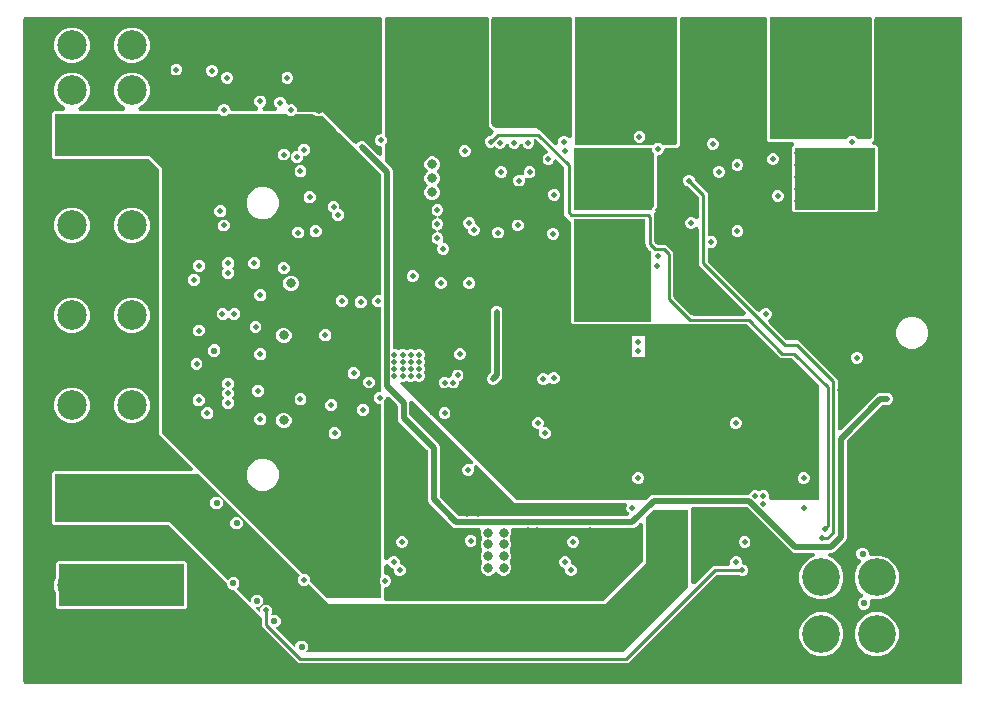
<source format=gbr>
G04 EAGLE Gerber RS-274X export*
G75*
%MOMM*%
%FSLAX34Y34*%
%LPD*%
%INPCBWay Copper Layer 3*%
%IPPOS*%
%AMOC8*
5,1,8,0,0,1.08239X$1,22.5*%
G01*
%ADD10C,6.000000*%
%ADD11C,2.500000*%
%ADD12C,3.200000*%
%ADD13C,0.550000*%
%ADD14C,0.500000*%
%ADD15C,0.800000*%
%ADD16C,0.500000*%
%ADD17C,0.250000*%

G36*
X775530Y-27496D02*
X775530Y-27496D01*
X775560Y-27498D01*
X775729Y-27476D01*
X775897Y-27459D01*
X775926Y-27450D01*
X775956Y-27446D01*
X776117Y-27391D01*
X776279Y-27341D01*
X776306Y-27327D01*
X776334Y-27317D01*
X776480Y-27231D01*
X776629Y-27150D01*
X776653Y-27130D01*
X776679Y-27115D01*
X776805Y-27002D01*
X776935Y-26892D01*
X776954Y-26869D01*
X776976Y-26848D01*
X777077Y-26712D01*
X777183Y-26579D01*
X777197Y-26552D01*
X777215Y-26528D01*
X777287Y-26375D01*
X777364Y-26223D01*
X777372Y-26194D01*
X777385Y-26167D01*
X777425Y-26001D01*
X777470Y-25838D01*
X777473Y-25808D01*
X777480Y-25779D01*
X777499Y-25500D01*
X777499Y535500D01*
X777496Y535530D01*
X777498Y535560D01*
X777476Y535729D01*
X777459Y535897D01*
X777450Y535926D01*
X777446Y535956D01*
X777391Y536117D01*
X777341Y536279D01*
X777327Y536306D01*
X777317Y536334D01*
X777231Y536480D01*
X777150Y536629D01*
X777130Y536653D01*
X777115Y536679D01*
X777002Y536805D01*
X776892Y536935D01*
X776869Y536954D01*
X776848Y536976D01*
X776712Y537077D01*
X776579Y537183D01*
X776552Y537197D01*
X776528Y537215D01*
X776375Y537287D01*
X776223Y537364D01*
X776194Y537372D01*
X776167Y537385D01*
X776001Y537425D01*
X775838Y537470D01*
X775808Y537473D01*
X775779Y537480D01*
X775500Y537499D01*
X705000Y537499D01*
X704970Y537496D01*
X704940Y537498D01*
X704771Y537476D01*
X704603Y537459D01*
X704574Y537450D01*
X704544Y537446D01*
X704383Y537391D01*
X704221Y537341D01*
X704194Y537327D01*
X704166Y537317D01*
X704020Y537231D01*
X703871Y537150D01*
X703847Y537130D01*
X703821Y537115D01*
X703695Y537002D01*
X703565Y536892D01*
X703546Y536869D01*
X703524Y536848D01*
X703423Y536712D01*
X703317Y536579D01*
X703303Y536552D01*
X703285Y536528D01*
X703213Y536375D01*
X703136Y536223D01*
X703128Y536194D01*
X703115Y536167D01*
X703075Y536001D01*
X703030Y535838D01*
X703027Y535808D01*
X703020Y535779D01*
X703001Y535500D01*
X703001Y433757D01*
X701657Y432414D01*
X701648Y432402D01*
X701636Y432392D01*
X701521Y432247D01*
X701405Y432104D01*
X701398Y432091D01*
X701388Y432079D01*
X701304Y431914D01*
X701218Y431751D01*
X701214Y431737D01*
X701207Y431723D01*
X701158Y431546D01*
X701106Y431368D01*
X701105Y431353D01*
X701101Y431338D01*
X701088Y431154D01*
X701072Y430970D01*
X701074Y430955D01*
X701073Y430940D01*
X701097Y430756D01*
X701118Y430573D01*
X701123Y430559D01*
X701125Y430544D01*
X701185Y430368D01*
X701242Y430193D01*
X701249Y430180D01*
X701254Y430166D01*
X701347Y430007D01*
X701439Y429846D01*
X701449Y429834D01*
X701456Y429821D01*
X701579Y429684D01*
X701701Y429544D01*
X701713Y429535D01*
X701723Y429524D01*
X701870Y429414D01*
X702017Y429301D01*
X702031Y429294D01*
X702043Y429285D01*
X702210Y429207D01*
X702376Y429125D01*
X702391Y429122D01*
X702404Y429115D01*
X702584Y429071D01*
X702763Y429025D01*
X702778Y429024D01*
X702792Y429020D01*
X703071Y429001D01*
X704243Y429001D01*
X706001Y427243D01*
X706001Y373757D01*
X704243Y371999D01*
X634757Y371999D01*
X632999Y373757D01*
X632999Y427243D01*
X634343Y428586D01*
X634352Y428598D01*
X634364Y428608D01*
X634479Y428753D01*
X634595Y428896D01*
X634602Y428909D01*
X634612Y428921D01*
X634696Y429086D01*
X634782Y429249D01*
X634786Y429263D01*
X634793Y429277D01*
X634842Y429454D01*
X634894Y429632D01*
X634895Y429647D01*
X634899Y429662D01*
X634912Y429845D01*
X634928Y430030D01*
X634926Y430045D01*
X634927Y430060D01*
X634903Y430244D01*
X634882Y430427D01*
X634877Y430441D01*
X634875Y430456D01*
X634815Y430632D01*
X634758Y430807D01*
X634751Y430820D01*
X634746Y430834D01*
X634653Y430993D01*
X634561Y431154D01*
X634551Y431166D01*
X634544Y431179D01*
X634421Y431316D01*
X634299Y431456D01*
X634287Y431465D01*
X634277Y431476D01*
X634130Y431586D01*
X633983Y431699D01*
X633969Y431706D01*
X633957Y431715D01*
X633790Y431793D01*
X633624Y431875D01*
X633609Y431878D01*
X633596Y431885D01*
X633416Y431929D01*
X633237Y431975D01*
X633222Y431976D01*
X633208Y431980D01*
X632929Y431999D01*
X613757Y431999D01*
X611999Y433757D01*
X611999Y535500D01*
X611996Y535530D01*
X611998Y535560D01*
X611976Y535729D01*
X611959Y535897D01*
X611950Y535926D01*
X611946Y535956D01*
X611891Y536117D01*
X611841Y536279D01*
X611827Y536306D01*
X611817Y536334D01*
X611731Y536480D01*
X611650Y536629D01*
X611630Y536653D01*
X611615Y536679D01*
X611502Y536805D01*
X611392Y536935D01*
X611369Y536954D01*
X611348Y536976D01*
X611212Y537077D01*
X611079Y537183D01*
X611052Y537197D01*
X611028Y537215D01*
X610875Y537287D01*
X610723Y537364D01*
X610694Y537372D01*
X610667Y537385D01*
X610501Y537425D01*
X610338Y537470D01*
X610308Y537473D01*
X610279Y537480D01*
X610000Y537499D01*
X540000Y537499D01*
X539989Y537498D01*
X539983Y537499D01*
X539973Y537497D01*
X539970Y537496D01*
X539940Y537498D01*
X539771Y537476D01*
X539603Y537459D01*
X539574Y537450D01*
X539544Y537446D01*
X539383Y537391D01*
X539221Y537341D01*
X539194Y537327D01*
X539166Y537317D01*
X539020Y537231D01*
X538871Y537150D01*
X538847Y537130D01*
X538821Y537115D01*
X538695Y537002D01*
X538565Y536892D01*
X538546Y536869D01*
X538524Y536848D01*
X538423Y536712D01*
X538317Y536579D01*
X538303Y536552D01*
X538285Y536528D01*
X538213Y536375D01*
X538136Y536223D01*
X538128Y536194D01*
X538115Y536167D01*
X538075Y536001D01*
X538030Y535838D01*
X538027Y535808D01*
X538020Y535779D01*
X538001Y535500D01*
X538001Y428757D01*
X536243Y426999D01*
X527000Y426999D01*
X526970Y426996D01*
X526940Y426998D01*
X526771Y426976D01*
X526603Y426959D01*
X526574Y426950D01*
X526544Y426946D01*
X526383Y426891D01*
X526221Y426841D01*
X526194Y426827D01*
X526166Y426817D01*
X526020Y426731D01*
X525871Y426650D01*
X525847Y426630D01*
X525821Y426615D01*
X525695Y426502D01*
X525565Y426392D01*
X525546Y426369D01*
X525524Y426348D01*
X525423Y426212D01*
X525317Y426079D01*
X525303Y426052D01*
X525285Y426028D01*
X525213Y425875D01*
X525136Y425723D01*
X525128Y425694D01*
X525115Y425667D01*
X525075Y425501D01*
X525030Y425338D01*
X525027Y425308D01*
X525020Y425279D01*
X525001Y425006D01*
X524239Y423167D01*
X522833Y421761D01*
X520993Y420999D01*
X520970Y420996D01*
X520940Y420998D01*
X520771Y420976D01*
X520603Y420959D01*
X520574Y420950D01*
X520544Y420946D01*
X520383Y420891D01*
X520221Y420841D01*
X520194Y420827D01*
X520166Y420817D01*
X520020Y420731D01*
X519871Y420650D01*
X519847Y420630D01*
X519821Y420615D01*
X519695Y420502D01*
X519565Y420392D01*
X519546Y420369D01*
X519524Y420348D01*
X519423Y420212D01*
X519317Y420079D01*
X519303Y420052D01*
X519285Y420028D01*
X519213Y419875D01*
X519136Y419723D01*
X519128Y419694D01*
X519115Y419667D01*
X519075Y419501D01*
X519030Y419338D01*
X519027Y419308D01*
X519020Y419279D01*
X519001Y419000D01*
X519001Y373757D01*
X517188Y371944D01*
X517168Y371921D01*
X517146Y371901D01*
X517042Y371766D01*
X516935Y371635D01*
X516921Y371608D01*
X516902Y371584D01*
X516828Y371432D01*
X516749Y371281D01*
X516740Y371252D01*
X516727Y371225D01*
X516684Y371061D01*
X516636Y370898D01*
X516634Y370868D01*
X516626Y370838D01*
X516617Y370670D01*
X516602Y370500D01*
X516606Y370470D01*
X516604Y370440D01*
X516629Y370272D01*
X516648Y370103D01*
X516658Y370075D01*
X516662Y370044D01*
X516720Y369885D01*
X516751Y369789D01*
X516751Y347382D01*
X516755Y347337D01*
X516753Y347291D01*
X516775Y347138D01*
X516791Y346984D01*
X516804Y346941D01*
X516811Y346896D01*
X516863Y346750D01*
X516909Y346603D01*
X516930Y346563D01*
X516946Y346520D01*
X517026Y346388D01*
X517100Y346252D01*
X517130Y346217D01*
X517153Y346179D01*
X517336Y345968D01*
X517968Y345336D01*
X518003Y345308D01*
X518033Y345274D01*
X518157Y345182D01*
X518277Y345083D01*
X518317Y345062D01*
X518354Y345035D01*
X518494Y344969D01*
X518631Y344897D01*
X518674Y344884D01*
X518715Y344865D01*
X518866Y344828D01*
X519014Y344785D01*
X519059Y344781D01*
X519103Y344770D01*
X519382Y344751D01*
X526554Y344751D01*
X529336Y341968D01*
X529968Y341336D01*
X532751Y338554D01*
X532751Y301382D01*
X532755Y301337D01*
X532753Y301291D01*
X532775Y301138D01*
X532791Y300984D01*
X532804Y300941D01*
X532811Y300896D01*
X532863Y300750D01*
X532909Y300603D01*
X532930Y300563D01*
X532946Y300520D01*
X533026Y300388D01*
X533100Y300252D01*
X533130Y300217D01*
X533153Y300179D01*
X533336Y299968D01*
X547968Y285336D01*
X548003Y285308D01*
X548033Y285274D01*
X548157Y285182D01*
X548277Y285083D01*
X548317Y285062D01*
X548354Y285035D01*
X548494Y284969D01*
X548631Y284897D01*
X548674Y284884D01*
X548715Y284865D01*
X548866Y284828D01*
X549014Y284785D01*
X549059Y284781D01*
X549103Y284770D01*
X549382Y284751D01*
X592118Y284751D01*
X592133Y284752D01*
X592148Y284751D01*
X592332Y284772D01*
X592516Y284791D01*
X592530Y284795D01*
X592545Y284797D01*
X592720Y284854D01*
X592897Y284909D01*
X592911Y284916D01*
X592925Y284921D01*
X593085Y285011D01*
X593248Y285100D01*
X593259Y285110D01*
X593273Y285118D01*
X593412Y285239D01*
X593553Y285358D01*
X593563Y285370D01*
X593574Y285380D01*
X593687Y285526D01*
X593801Y285671D01*
X593808Y285684D01*
X593817Y285696D01*
X593898Y285862D01*
X593982Y286027D01*
X593986Y286042D01*
X593993Y286055D01*
X594039Y286234D01*
X594089Y286412D01*
X594090Y286427D01*
X594094Y286442D01*
X594104Y286625D01*
X594117Y286810D01*
X594115Y286825D01*
X594116Y286840D01*
X594089Y287023D01*
X594065Y287206D01*
X594060Y287221D01*
X594058Y287236D01*
X593995Y287410D01*
X593935Y287584D01*
X593928Y287597D01*
X593922Y287611D01*
X593827Y287769D01*
X593733Y287929D01*
X593723Y287940D01*
X593715Y287953D01*
X593532Y288164D01*
X557032Y324664D01*
X554249Y327446D01*
X554249Y357601D01*
X554248Y357616D01*
X554249Y357631D01*
X554228Y357815D01*
X554209Y357998D01*
X554205Y358012D01*
X554203Y358028D01*
X554146Y358203D01*
X554091Y358380D01*
X554084Y358393D01*
X554079Y358407D01*
X553989Y358566D01*
X553900Y358730D01*
X553890Y358742D01*
X553882Y358755D01*
X553762Y358893D01*
X553642Y359035D01*
X553630Y359045D01*
X553620Y359056D01*
X553474Y359169D01*
X553329Y359284D01*
X553316Y359290D01*
X553304Y359300D01*
X553137Y359381D01*
X552973Y359464D01*
X552959Y359469D01*
X552945Y359475D01*
X552765Y359522D01*
X552588Y359571D01*
X552573Y359572D01*
X552558Y359576D01*
X552374Y359586D01*
X552190Y359599D01*
X552175Y359597D01*
X552160Y359598D01*
X551977Y359571D01*
X551794Y359547D01*
X551779Y359542D01*
X551764Y359540D01*
X551591Y359477D01*
X551416Y359417D01*
X551403Y359410D01*
X551388Y359405D01*
X551231Y359309D01*
X551071Y359215D01*
X551060Y359205D01*
X551047Y359197D01*
X550836Y359014D01*
X550583Y358761D01*
X548745Y357999D01*
X546755Y357999D01*
X544917Y358761D01*
X543511Y360167D01*
X542749Y362005D01*
X542749Y363995D01*
X543511Y365833D01*
X544917Y367239D01*
X546755Y368001D01*
X548745Y368001D01*
X550583Y367239D01*
X550836Y366986D01*
X550848Y366976D01*
X550858Y366965D01*
X551002Y366850D01*
X551146Y366733D01*
X551159Y366726D01*
X551171Y366716D01*
X551336Y366633D01*
X551499Y366547D01*
X551513Y366542D01*
X551527Y366536D01*
X551705Y366486D01*
X551882Y366434D01*
X551897Y366433D01*
X551912Y366429D01*
X552095Y366416D01*
X552280Y366400D01*
X552295Y366402D01*
X552310Y366401D01*
X552493Y366425D01*
X552677Y366446D01*
X552691Y366451D01*
X552706Y366453D01*
X552881Y366513D01*
X553057Y366570D01*
X553070Y366578D01*
X553084Y366583D01*
X553244Y366676D01*
X553404Y366767D01*
X553416Y366777D01*
X553429Y366785D01*
X553566Y366908D01*
X553706Y367029D01*
X553715Y367041D01*
X553726Y367051D01*
X553836Y367198D01*
X553949Y367346D01*
X553956Y367359D01*
X553965Y367372D01*
X554043Y367538D01*
X554125Y367704D01*
X554128Y367719D01*
X554135Y367733D01*
X554179Y367912D01*
X554225Y368091D01*
X554226Y368106D01*
X554230Y368121D01*
X554249Y368399D01*
X554249Y384618D01*
X554245Y384663D01*
X554247Y384709D01*
X554225Y384862D01*
X554209Y385016D01*
X554196Y385059D01*
X554189Y385104D01*
X554137Y385250D01*
X554091Y385397D01*
X554070Y385437D01*
X554054Y385480D01*
X553974Y385612D01*
X553900Y385748D01*
X553870Y385783D01*
X553847Y385821D01*
X553664Y386032D01*
X546282Y393414D01*
X546247Y393442D01*
X546217Y393476D01*
X546093Y393568D01*
X545973Y393667D01*
X545933Y393688D01*
X545896Y393715D01*
X545756Y393781D01*
X545619Y393853D01*
X545576Y393866D01*
X545535Y393885D01*
X545384Y393922D01*
X545236Y393965D01*
X545191Y393969D01*
X545147Y393980D01*
X545033Y393988D01*
X543167Y394761D01*
X541761Y396167D01*
X540999Y398005D01*
X540999Y399995D01*
X541761Y401833D01*
X543167Y403239D01*
X545005Y404001D01*
X546995Y404001D01*
X548833Y403239D01*
X550239Y401833D01*
X551014Y399962D01*
X551025Y399888D01*
X551041Y399734D01*
X551054Y399691D01*
X551061Y399646D01*
X551113Y399500D01*
X551159Y399353D01*
X551180Y399313D01*
X551196Y399270D01*
X551276Y399138D01*
X551350Y399002D01*
X551380Y398967D01*
X551403Y398929D01*
X551586Y398718D01*
X561751Y388554D01*
X561751Y354000D01*
X561754Y353970D01*
X561752Y353940D01*
X561774Y353771D01*
X561791Y353603D01*
X561800Y353574D01*
X561804Y353544D01*
X561859Y353383D01*
X561909Y353221D01*
X561923Y353194D01*
X561933Y353166D01*
X562019Y353020D01*
X562100Y352871D01*
X562120Y352847D01*
X562135Y352821D01*
X562248Y352695D01*
X562358Y352565D01*
X562381Y352546D01*
X562402Y352524D01*
X562538Y352423D01*
X562671Y352317D01*
X562698Y352303D01*
X562722Y352285D01*
X562875Y352213D01*
X563027Y352136D01*
X563056Y352128D01*
X563083Y352115D01*
X563249Y352075D01*
X563412Y352030D01*
X563442Y352027D01*
X563471Y352020D01*
X563750Y352001D01*
X565995Y352001D01*
X567833Y351239D01*
X569239Y349833D01*
X570001Y347995D01*
X570001Y346005D01*
X569239Y344167D01*
X567833Y342761D01*
X565995Y341999D01*
X563750Y341999D01*
X563720Y341996D01*
X563690Y341998D01*
X563521Y341976D01*
X563353Y341959D01*
X563324Y341950D01*
X563294Y341946D01*
X563133Y341891D01*
X562971Y341841D01*
X562944Y341827D01*
X562916Y341817D01*
X562770Y341731D01*
X562621Y341650D01*
X562597Y341630D01*
X562571Y341615D01*
X562445Y341502D01*
X562315Y341392D01*
X562296Y341369D01*
X562274Y341348D01*
X562173Y341212D01*
X562067Y341079D01*
X562053Y341052D01*
X562035Y341028D01*
X561963Y340875D01*
X561886Y340723D01*
X561878Y340694D01*
X561865Y340667D01*
X561825Y340501D01*
X561780Y340338D01*
X561777Y340308D01*
X561770Y340279D01*
X561751Y340000D01*
X561751Y331382D01*
X561755Y331337D01*
X561753Y331291D01*
X561775Y331138D01*
X561791Y330984D01*
X561804Y330941D01*
X561811Y330896D01*
X561863Y330750D01*
X561909Y330603D01*
X561930Y330563D01*
X561946Y330520D01*
X562026Y330388D01*
X562100Y330252D01*
X562130Y330217D01*
X562153Y330179D01*
X562336Y329968D01*
X603702Y288602D01*
X603726Y288583D01*
X603746Y288560D01*
X603880Y288457D01*
X604012Y288349D01*
X604038Y288335D01*
X604062Y288317D01*
X604215Y288242D01*
X604365Y288163D01*
X604394Y288154D01*
X604421Y288141D01*
X604585Y288098D01*
X604748Y288050D01*
X604779Y288048D01*
X604808Y288040D01*
X604977Y288031D01*
X605146Y288017D01*
X605177Y288020D01*
X605207Y288018D01*
X605374Y288043D01*
X605543Y288062D01*
X605572Y288072D01*
X605602Y288076D01*
X605762Y288134D01*
X605923Y288186D01*
X605949Y288201D01*
X605978Y288211D01*
X606122Y288299D01*
X606270Y288383D01*
X606293Y288403D01*
X606319Y288419D01*
X606530Y288602D01*
X608167Y290239D01*
X610005Y291001D01*
X611995Y291001D01*
X613833Y290239D01*
X615239Y288833D01*
X616001Y286995D01*
X616001Y285005D01*
X615239Y283167D01*
X613602Y281530D01*
X613583Y281506D01*
X613560Y281487D01*
X613456Y281352D01*
X613349Y281221D01*
X613335Y281194D01*
X613317Y281170D01*
X613242Y281017D01*
X613163Y280867D01*
X613154Y280838D01*
X613141Y280811D01*
X613098Y280647D01*
X613050Y280484D01*
X613048Y280454D01*
X613040Y280425D01*
X613031Y280256D01*
X613017Y280086D01*
X613020Y280056D01*
X613018Y280026D01*
X613043Y279858D01*
X613062Y279689D01*
X613072Y279661D01*
X613076Y279630D01*
X613134Y279470D01*
X613186Y279309D01*
X613201Y279283D01*
X613211Y279255D01*
X613299Y279110D01*
X613383Y278962D01*
X613403Y278939D01*
X613419Y278913D01*
X613602Y278702D01*
X627968Y264336D01*
X628003Y264308D01*
X628033Y264274D01*
X628157Y264182D01*
X628277Y264083D01*
X628317Y264062D01*
X628354Y264035D01*
X628494Y263969D01*
X628631Y263897D01*
X628674Y263884D01*
X628715Y263865D01*
X628866Y263828D01*
X629014Y263785D01*
X629059Y263781D01*
X629103Y263770D01*
X629382Y263751D01*
X638554Y263751D01*
X641336Y260968D01*
X668968Y233336D01*
X671751Y230554D01*
X671751Y189649D01*
X671752Y189634D01*
X671751Y189619D01*
X671772Y189436D01*
X671791Y189252D01*
X671795Y189238D01*
X671797Y189222D01*
X671854Y189047D01*
X671909Y188870D01*
X671916Y188857D01*
X671921Y188843D01*
X672011Y188683D01*
X672100Y188520D01*
X672110Y188508D01*
X672118Y188495D01*
X672239Y188356D01*
X672358Y188215D01*
X672370Y188205D01*
X672380Y188194D01*
X672526Y188081D01*
X672671Y187966D01*
X672684Y187960D01*
X672696Y187950D01*
X672862Y187869D01*
X673027Y187786D01*
X673042Y187781D01*
X673055Y187775D01*
X673234Y187728D01*
X673412Y187679D01*
X673427Y187678D01*
X673442Y187674D01*
X673625Y187664D01*
X673810Y187651D01*
X673825Y187653D01*
X673840Y187652D01*
X674023Y187679D01*
X674206Y187703D01*
X674221Y187708D01*
X674236Y187710D01*
X674410Y187773D01*
X674584Y187833D01*
X674597Y187840D01*
X674611Y187845D01*
X674769Y187941D01*
X674929Y188035D01*
X674940Y188045D01*
X674953Y188053D01*
X675164Y188236D01*
X705167Y218239D01*
X707005Y219001D01*
X714995Y219001D01*
X716833Y218239D01*
X718239Y216833D01*
X719001Y214995D01*
X719001Y213005D01*
X718239Y211167D01*
X716833Y209761D01*
X714995Y208999D01*
X710899Y208999D01*
X710854Y208995D01*
X710809Y208997D01*
X710656Y208975D01*
X710502Y208959D01*
X710459Y208946D01*
X710414Y208939D01*
X710268Y208887D01*
X710120Y208841D01*
X710081Y208820D01*
X710038Y208804D01*
X709906Y208724D01*
X709770Y208650D01*
X709735Y208620D01*
X709697Y208597D01*
X709486Y208414D01*
X680086Y179014D01*
X680058Y178979D01*
X680024Y178949D01*
X679932Y178825D01*
X679833Y178705D01*
X679812Y178665D01*
X679785Y178628D01*
X679719Y178489D01*
X679647Y178352D01*
X679634Y178308D01*
X679615Y178267D01*
X679578Y178117D01*
X679535Y177968D01*
X679531Y177923D01*
X679520Y177879D01*
X679501Y177601D01*
X679501Y96505D01*
X678739Y94667D01*
X677051Y92979D01*
X670521Y86449D01*
X670520Y86448D01*
X668833Y84761D01*
X666995Y83999D01*
X665699Y83999D01*
X665691Y83999D01*
X665684Y83999D01*
X665493Y83979D01*
X665301Y83959D01*
X665294Y83957D01*
X665287Y83956D01*
X665104Y83898D01*
X664920Y83841D01*
X664913Y83838D01*
X664906Y83835D01*
X664740Y83743D01*
X664569Y83650D01*
X664564Y83645D01*
X664557Y83641D01*
X664412Y83517D01*
X664264Y83392D01*
X664259Y83386D01*
X664254Y83381D01*
X664136Y83231D01*
X664016Y83079D01*
X664012Y83072D01*
X664008Y83066D01*
X663922Y82895D01*
X663835Y82723D01*
X663833Y82716D01*
X663830Y82709D01*
X663780Y82523D01*
X663728Y82338D01*
X663728Y82331D01*
X663726Y82323D01*
X663714Y82132D01*
X663701Y81940D01*
X663702Y81932D01*
X663701Y81925D01*
X663727Y81735D01*
X663752Y81544D01*
X663755Y81537D01*
X663756Y81529D01*
X663820Y81347D01*
X663882Y81166D01*
X663886Y81159D01*
X663888Y81152D01*
X663987Y80987D01*
X664084Y80821D01*
X664089Y80816D01*
X664093Y80809D01*
X664223Y80666D01*
X664351Y80524D01*
X664357Y80519D01*
X664362Y80514D01*
X664518Y80399D01*
X664671Y80285D01*
X664678Y80282D01*
X664684Y80278D01*
X664934Y80153D01*
X668480Y78684D01*
X673684Y73480D01*
X676501Y66680D01*
X676501Y59320D01*
X673684Y52520D01*
X668480Y47316D01*
X661680Y44499D01*
X654320Y44499D01*
X647520Y47316D01*
X642316Y52520D01*
X639499Y59320D01*
X639499Y66680D01*
X642316Y73480D01*
X647520Y78684D01*
X651066Y80153D01*
X651073Y80156D01*
X651080Y80159D01*
X651251Y80252D01*
X651418Y80342D01*
X651424Y80347D01*
X651431Y80350D01*
X651577Y80474D01*
X651725Y80597D01*
X651730Y80603D01*
X651736Y80608D01*
X651854Y80757D01*
X651976Y80908D01*
X651979Y80915D01*
X651984Y80921D01*
X652070Y81090D01*
X652160Y81263D01*
X652162Y81270D01*
X652165Y81277D01*
X652216Y81460D01*
X652269Y81647D01*
X652270Y81655D01*
X652272Y81662D01*
X652285Y81852D01*
X652300Y82045D01*
X652299Y82053D01*
X652299Y82060D01*
X652274Y82251D01*
X652251Y82442D01*
X652249Y82449D01*
X652248Y82456D01*
X652185Y82639D01*
X652124Y82820D01*
X652120Y82827D01*
X652118Y82834D01*
X652021Y83000D01*
X651925Y83167D01*
X651920Y83172D01*
X651916Y83179D01*
X651787Y83322D01*
X651660Y83466D01*
X651654Y83471D01*
X651649Y83476D01*
X651495Y83591D01*
X651342Y83707D01*
X651335Y83710D01*
X651329Y83715D01*
X651155Y83797D01*
X650982Y83880D01*
X650975Y83882D01*
X650968Y83885D01*
X650781Y83931D01*
X650595Y83978D01*
X650587Y83978D01*
X650580Y83980D01*
X650301Y83999D01*
X635005Y83999D01*
X633167Y84761D01*
X595514Y122414D01*
X595479Y122442D01*
X595449Y122476D01*
X595325Y122568D01*
X595205Y122667D01*
X595165Y122688D01*
X595128Y122715D01*
X594989Y122781D01*
X594852Y122853D01*
X594808Y122866D01*
X594767Y122885D01*
X594617Y122922D01*
X594468Y122965D01*
X594423Y122969D01*
X594379Y122980D01*
X594101Y122999D01*
X550000Y122999D01*
X549970Y122996D01*
X549940Y122998D01*
X549771Y122976D01*
X549603Y122959D01*
X549574Y122950D01*
X549544Y122946D01*
X549383Y122891D01*
X549221Y122841D01*
X549194Y122827D01*
X549166Y122817D01*
X549020Y122731D01*
X548871Y122650D01*
X548847Y122630D01*
X548821Y122615D01*
X548695Y122502D01*
X548565Y122392D01*
X548546Y122369D01*
X548524Y122348D01*
X548423Y122212D01*
X548317Y122079D01*
X548303Y122052D01*
X548285Y122028D01*
X548213Y121875D01*
X548136Y121723D01*
X548128Y121694D01*
X548115Y121667D01*
X548075Y121501D01*
X548030Y121338D01*
X548027Y121308D01*
X548020Y121279D01*
X548001Y121000D01*
X548001Y59132D01*
X548002Y59117D01*
X548001Y59102D01*
X548022Y58918D01*
X548041Y58734D01*
X548045Y58720D01*
X548047Y58705D01*
X548104Y58530D01*
X548159Y58353D01*
X548166Y58339D01*
X548171Y58325D01*
X548261Y58165D01*
X548350Y58002D01*
X548360Y57991D01*
X548368Y57977D01*
X548489Y57838D01*
X548608Y57697D01*
X548620Y57687D01*
X548630Y57676D01*
X548776Y57563D01*
X548921Y57449D01*
X548934Y57442D01*
X548946Y57433D01*
X549112Y57352D01*
X549277Y57268D01*
X549292Y57264D01*
X549305Y57257D01*
X549484Y57211D01*
X549662Y57161D01*
X549677Y57160D01*
X549692Y57156D01*
X549875Y57146D01*
X550060Y57133D01*
X550075Y57135D01*
X550090Y57134D01*
X550273Y57161D01*
X550456Y57185D01*
X550471Y57190D01*
X550486Y57192D01*
X550660Y57255D01*
X550834Y57315D01*
X550847Y57322D01*
X550861Y57328D01*
X551019Y57423D01*
X551179Y57517D01*
X551190Y57527D01*
X551203Y57535D01*
X551414Y57718D01*
X566446Y72751D01*
X579000Y72751D01*
X579030Y72754D01*
X579060Y72752D01*
X579229Y72774D01*
X579397Y72791D01*
X579426Y72800D01*
X579456Y72804D01*
X579617Y72859D01*
X579779Y72909D01*
X579806Y72923D01*
X579834Y72933D01*
X579980Y73019D01*
X580129Y73100D01*
X580153Y73120D01*
X580179Y73135D01*
X580305Y73248D01*
X580435Y73358D01*
X580454Y73381D01*
X580476Y73402D01*
X580577Y73538D01*
X580683Y73671D01*
X580697Y73698D01*
X580715Y73722D01*
X580787Y73875D01*
X580864Y74027D01*
X580872Y74056D01*
X580885Y74083D01*
X580925Y74249D01*
X580970Y74412D01*
X580973Y74442D01*
X580980Y74471D01*
X580999Y74750D01*
X580999Y76995D01*
X581761Y78833D01*
X583167Y80239D01*
X585005Y81001D01*
X586995Y81001D01*
X588833Y80239D01*
X590239Y78833D01*
X591001Y76995D01*
X591001Y75748D01*
X591005Y75711D01*
X591002Y75673D01*
X591024Y75512D01*
X591041Y75351D01*
X591052Y75315D01*
X591057Y75277D01*
X591111Y75124D01*
X591159Y74969D01*
X591177Y74936D01*
X591189Y74900D01*
X591272Y74761D01*
X591350Y74619D01*
X591375Y74590D01*
X591394Y74557D01*
X591503Y74438D01*
X591608Y74313D01*
X591637Y74290D01*
X591663Y74262D01*
X591793Y74166D01*
X591921Y74065D01*
X591955Y74048D01*
X591985Y74026D01*
X592235Y73901D01*
X593833Y73239D01*
X595239Y71833D01*
X596001Y69995D01*
X596001Y68005D01*
X595239Y66167D01*
X593833Y64761D01*
X591995Y63999D01*
X590005Y63999D01*
X588134Y64774D01*
X588075Y64818D01*
X587955Y64917D01*
X587915Y64938D01*
X587878Y64965D01*
X587739Y65031D01*
X587602Y65103D01*
X587558Y65116D01*
X587517Y65135D01*
X587367Y65172D01*
X587218Y65215D01*
X587173Y65219D01*
X587129Y65230D01*
X586851Y65249D01*
X570382Y65249D01*
X570337Y65245D01*
X570291Y65247D01*
X570138Y65225D01*
X569984Y65209D01*
X569941Y65196D01*
X569896Y65189D01*
X569750Y65137D01*
X569603Y65091D01*
X569563Y65070D01*
X569520Y65054D01*
X569388Y64974D01*
X569252Y64900D01*
X569217Y64870D01*
X569179Y64847D01*
X568968Y64664D01*
X494554Y-9751D01*
X215446Y-9751D01*
X184249Y21446D01*
X184249Y27679D01*
X184245Y27724D01*
X184247Y27769D01*
X184225Y27922D01*
X184209Y28076D01*
X184196Y28120D01*
X184189Y28165D01*
X184137Y28310D01*
X184091Y28458D01*
X184070Y28498D01*
X184054Y28540D01*
X183974Y28672D01*
X183900Y28808D01*
X183870Y28843D01*
X183847Y28882D01*
X183664Y29093D01*
X160593Y52164D01*
X160557Y52192D01*
X160527Y52226D01*
X160403Y52318D01*
X160283Y52417D01*
X160243Y52438D01*
X160207Y52465D01*
X160067Y52531D01*
X159930Y52603D01*
X159887Y52616D01*
X159845Y52635D01*
X159695Y52672D01*
X159547Y52715D01*
X159502Y52719D01*
X159457Y52730D01*
X159179Y52749D01*
X158956Y52749D01*
X157026Y53549D01*
X155549Y55026D01*
X154749Y56956D01*
X154749Y57179D01*
X154745Y57224D01*
X154747Y57269D01*
X154725Y57422D01*
X154709Y57576D01*
X154696Y57620D01*
X154689Y57665D01*
X154637Y57810D01*
X154591Y57958D01*
X154570Y57998D01*
X154554Y58040D01*
X154474Y58172D01*
X154400Y58308D01*
X154370Y58343D01*
X154347Y58382D01*
X154164Y58593D01*
X106343Y106414D01*
X106307Y106442D01*
X106277Y106476D01*
X106153Y106568D01*
X106033Y106667D01*
X105993Y106688D01*
X105957Y106715D01*
X105817Y106781D01*
X105680Y106853D01*
X105637Y106866D01*
X105595Y106885D01*
X105445Y106922D01*
X105297Y106965D01*
X105252Y106969D01*
X105207Y106980D01*
X104929Y106999D01*
X8757Y106999D01*
X6999Y108757D01*
X6999Y151243D01*
X8757Y153001D01*
X123929Y153001D01*
X123944Y153002D01*
X123959Y153001D01*
X124143Y153022D01*
X124326Y153041D01*
X124341Y153045D01*
X124356Y153047D01*
X124531Y153104D01*
X124708Y153159D01*
X124721Y153166D01*
X124736Y153171D01*
X124896Y153261D01*
X125058Y153350D01*
X125070Y153360D01*
X125083Y153368D01*
X125223Y153489D01*
X125364Y153608D01*
X125373Y153620D01*
X125385Y153630D01*
X125497Y153776D01*
X125612Y153921D01*
X125619Y153934D01*
X125628Y153946D01*
X125709Y154112D01*
X125793Y154277D01*
X125797Y154292D01*
X125804Y154305D01*
X125850Y154484D01*
X125899Y154662D01*
X125900Y154677D01*
X125904Y154692D01*
X125914Y154875D01*
X125927Y155060D01*
X125925Y155075D01*
X125926Y155090D01*
X125899Y155273D01*
X125875Y155456D01*
X125871Y155471D01*
X125868Y155486D01*
X125806Y155660D01*
X125746Y155834D01*
X125738Y155847D01*
X125733Y155861D01*
X125637Y156019D01*
X125544Y156179D01*
X125534Y156190D01*
X125526Y156203D01*
X125343Y156414D01*
X96999Y184757D01*
X96999Y407929D01*
X96995Y407974D01*
X96997Y408019D01*
X96975Y408172D01*
X96959Y408326D01*
X96946Y408370D01*
X96939Y408415D01*
X96887Y408560D01*
X96841Y408708D01*
X96820Y408748D01*
X96804Y408790D01*
X96724Y408922D01*
X96650Y409058D01*
X96620Y409093D01*
X96597Y409132D01*
X96414Y409343D01*
X89343Y416414D01*
X89307Y416442D01*
X89277Y416476D01*
X89153Y416568D01*
X89033Y416667D01*
X88993Y416688D01*
X88957Y416715D01*
X88817Y416781D01*
X88680Y416853D01*
X88637Y416866D01*
X88595Y416885D01*
X88445Y416922D01*
X88297Y416965D01*
X88252Y416969D01*
X88207Y416980D01*
X87929Y416999D01*
X8757Y416999D01*
X6999Y418757D01*
X6999Y456243D01*
X8757Y458001D01*
X16014Y458001D01*
X16022Y458001D01*
X16030Y458001D01*
X16220Y458021D01*
X16412Y458041D01*
X16419Y458043D01*
X16427Y458044D01*
X16609Y458102D01*
X16793Y458159D01*
X16800Y458162D01*
X16807Y458165D01*
X16974Y458257D01*
X17144Y458350D01*
X17150Y458355D01*
X17156Y458359D01*
X17301Y458483D01*
X17449Y458608D01*
X17454Y458614D01*
X17460Y458619D01*
X17577Y458769D01*
X17697Y458921D01*
X17701Y458928D01*
X17706Y458934D01*
X17791Y459105D01*
X17878Y459277D01*
X17880Y459284D01*
X17884Y459291D01*
X17934Y459477D01*
X17985Y459662D01*
X17985Y459669D01*
X17987Y459677D01*
X17999Y459868D01*
X18013Y460060D01*
X18012Y460068D01*
X18012Y460075D01*
X17986Y460265D01*
X17961Y460456D01*
X17958Y460463D01*
X17957Y460471D01*
X17894Y460653D01*
X17831Y460834D01*
X17828Y460841D01*
X17825Y460848D01*
X17726Y461013D01*
X17629Y461179D01*
X17624Y461184D01*
X17620Y461191D01*
X17491Y461333D01*
X17363Y461476D01*
X17357Y461481D01*
X17352Y461486D01*
X17195Y461601D01*
X17042Y461715D01*
X17036Y461718D01*
X17029Y461722D01*
X16780Y461847D01*
X15003Y462583D01*
X10783Y466803D01*
X8499Y472316D01*
X8499Y478284D01*
X10783Y483797D01*
X15003Y488017D01*
X20516Y490301D01*
X26484Y490301D01*
X31997Y488017D01*
X36217Y483797D01*
X38501Y478284D01*
X38501Y472316D01*
X36217Y466803D01*
X31997Y462583D01*
X30220Y461847D01*
X30214Y461844D01*
X30207Y461841D01*
X30036Y461748D01*
X29869Y461658D01*
X29863Y461653D01*
X29856Y461650D01*
X29709Y461525D01*
X29561Y461403D01*
X29556Y461397D01*
X29551Y461392D01*
X29431Y461241D01*
X29311Y461092D01*
X29307Y461085D01*
X29303Y461079D01*
X29215Y460906D01*
X29127Y460737D01*
X29125Y460730D01*
X29122Y460723D01*
X29070Y460535D01*
X29018Y460353D01*
X29017Y460345D01*
X29015Y460338D01*
X29002Y460148D01*
X28987Y459955D01*
X28988Y459947D01*
X28987Y459940D01*
X29012Y459751D01*
X29036Y459558D01*
X29038Y459551D01*
X29039Y459544D01*
X29101Y459363D01*
X29162Y459180D01*
X29166Y459173D01*
X29169Y459166D01*
X29266Y459000D01*
X29362Y458834D01*
X29367Y458828D01*
X29371Y458821D01*
X29499Y458678D01*
X29626Y458534D01*
X29632Y458529D01*
X29637Y458524D01*
X29791Y458409D01*
X29945Y458293D01*
X29952Y458290D01*
X29958Y458285D01*
X30131Y458203D01*
X30305Y458120D01*
X30312Y458118D01*
X30319Y458115D01*
X30505Y458070D01*
X30692Y458022D01*
X30700Y458022D01*
X30707Y458020D01*
X30986Y458001D01*
X66814Y458001D01*
X66822Y458001D01*
X66830Y458001D01*
X67020Y458021D01*
X67212Y458041D01*
X67219Y458043D01*
X67227Y458044D01*
X67409Y458102D01*
X67593Y458159D01*
X67600Y458162D01*
X67607Y458165D01*
X67774Y458257D01*
X67944Y458350D01*
X67950Y458355D01*
X67956Y458359D01*
X68101Y458483D01*
X68249Y458608D01*
X68254Y458614D01*
X68260Y458619D01*
X68377Y458769D01*
X68497Y458921D01*
X68501Y458928D01*
X68506Y458934D01*
X68591Y459105D01*
X68678Y459277D01*
X68680Y459284D01*
X68684Y459291D01*
X68734Y459477D01*
X68785Y459662D01*
X68785Y459669D01*
X68787Y459677D01*
X68799Y459868D01*
X68813Y460060D01*
X68812Y460068D01*
X68812Y460075D01*
X68786Y460265D01*
X68761Y460456D01*
X68758Y460463D01*
X68757Y460471D01*
X68694Y460653D01*
X68631Y460834D01*
X68628Y460841D01*
X68625Y460848D01*
X68526Y461013D01*
X68429Y461179D01*
X68424Y461184D01*
X68420Y461191D01*
X68291Y461333D01*
X68163Y461476D01*
X68157Y461481D01*
X68152Y461486D01*
X67995Y461601D01*
X67842Y461715D01*
X67836Y461718D01*
X67829Y461722D01*
X67580Y461847D01*
X65803Y462583D01*
X61583Y466803D01*
X59299Y472316D01*
X59299Y478284D01*
X61583Y483797D01*
X65803Y488017D01*
X71316Y490301D01*
X77284Y490301D01*
X82797Y488017D01*
X87017Y483797D01*
X89301Y478284D01*
X89301Y472316D01*
X87017Y466803D01*
X82797Y462583D01*
X81020Y461847D01*
X81014Y461844D01*
X81007Y461841D01*
X80836Y461748D01*
X80669Y461658D01*
X80663Y461653D01*
X80656Y461650D01*
X80509Y461525D01*
X80361Y461403D01*
X80356Y461397D01*
X80351Y461392D01*
X80231Y461241D01*
X80111Y461092D01*
X80107Y461085D01*
X80103Y461079D01*
X80015Y460906D01*
X79927Y460737D01*
X79925Y460730D01*
X79922Y460723D01*
X79870Y460535D01*
X79818Y460353D01*
X79817Y460345D01*
X79815Y460338D01*
X79802Y460148D01*
X79787Y459955D01*
X79788Y459947D01*
X79787Y459940D01*
X79812Y459751D01*
X79836Y459558D01*
X79838Y459551D01*
X79839Y459544D01*
X79901Y459363D01*
X79962Y459180D01*
X79966Y459173D01*
X79969Y459166D01*
X80066Y459000D01*
X80162Y458834D01*
X80167Y458828D01*
X80171Y458821D01*
X80299Y458678D01*
X80426Y458534D01*
X80432Y458529D01*
X80437Y458524D01*
X80591Y458409D01*
X80745Y458293D01*
X80752Y458290D01*
X80758Y458285D01*
X80931Y458203D01*
X81105Y458120D01*
X81112Y458118D01*
X81119Y458115D01*
X81305Y458070D01*
X81492Y458022D01*
X81500Y458022D01*
X81507Y458020D01*
X81786Y458001D01*
X145000Y458001D01*
X145030Y458004D01*
X145060Y458002D01*
X145229Y458024D01*
X145397Y458041D01*
X145426Y458050D01*
X145456Y458054D01*
X145617Y458109D01*
X145779Y458159D01*
X145806Y458173D01*
X145834Y458183D01*
X145980Y458269D01*
X146129Y458350D01*
X146153Y458370D01*
X146179Y458385D01*
X146305Y458498D01*
X146435Y458608D01*
X146454Y458631D01*
X146476Y458652D01*
X146577Y458788D01*
X146683Y458921D01*
X146697Y458948D01*
X146715Y458972D01*
X146787Y459125D01*
X146864Y459277D01*
X146872Y459306D01*
X146885Y459333D01*
X146925Y459499D01*
X146970Y459662D01*
X146973Y459692D01*
X146980Y459721D01*
X146999Y459994D01*
X147761Y461833D01*
X149167Y463239D01*
X151005Y464001D01*
X152995Y464001D01*
X154833Y463239D01*
X156239Y461833D01*
X157001Y459993D01*
X157004Y459970D01*
X157002Y459940D01*
X157024Y459771D01*
X157041Y459603D01*
X157050Y459574D01*
X157054Y459544D01*
X157109Y459383D01*
X157159Y459221D01*
X157173Y459194D01*
X157183Y459166D01*
X157269Y459020D01*
X157350Y458871D01*
X157370Y458847D01*
X157385Y458821D01*
X157498Y458695D01*
X157608Y458565D01*
X157631Y458546D01*
X157652Y458524D01*
X157788Y458423D01*
X157921Y458317D01*
X157948Y458303D01*
X157972Y458285D01*
X158126Y458213D01*
X158277Y458136D01*
X158306Y458128D01*
X158333Y458115D01*
X158499Y458075D01*
X158662Y458030D01*
X158692Y458027D01*
X158721Y458020D01*
X159000Y458001D01*
X179194Y458001D01*
X179201Y458002D01*
X179209Y458001D01*
X179401Y458022D01*
X179591Y458041D01*
X179598Y458043D01*
X179606Y458044D01*
X179790Y458102D01*
X179973Y458159D01*
X179979Y458162D01*
X179987Y458165D01*
X180154Y458258D01*
X180323Y458350D01*
X180329Y458355D01*
X180336Y458359D01*
X180483Y458485D01*
X180628Y458608D01*
X180633Y458614D01*
X180639Y458619D01*
X180756Y458769D01*
X180877Y458921D01*
X180880Y458928D01*
X180885Y458934D01*
X180970Y459104D01*
X181057Y459277D01*
X181060Y459284D01*
X181063Y459291D01*
X181113Y459478D01*
X181164Y459662D01*
X181165Y459669D01*
X181167Y459677D01*
X181179Y459870D01*
X181192Y460060D01*
X181191Y460068D01*
X181191Y460076D01*
X181165Y460265D01*
X181140Y460456D01*
X181138Y460464D01*
X181136Y460471D01*
X181073Y460652D01*
X181010Y460834D01*
X181007Y460841D01*
X181004Y460848D01*
X180906Y461012D01*
X180808Y461179D01*
X180803Y461184D01*
X180799Y461191D01*
X180670Y461333D01*
X180542Y461476D01*
X180536Y461481D01*
X180530Y461486D01*
X180375Y461600D01*
X180221Y461715D01*
X180215Y461718D01*
X180208Y461723D01*
X180202Y461725D01*
X178761Y463167D01*
X177999Y465005D01*
X177999Y466995D01*
X178761Y468833D01*
X180167Y470239D01*
X182005Y471001D01*
X183995Y471001D01*
X185833Y470239D01*
X187239Y468833D01*
X188001Y466995D01*
X188001Y465005D01*
X187239Y463167D01*
X185777Y461705D01*
X185690Y461658D01*
X185684Y461653D01*
X185677Y461650D01*
X185529Y461524D01*
X185382Y461403D01*
X185377Y461397D01*
X185372Y461392D01*
X185252Y461241D01*
X185132Y461092D01*
X185128Y461085D01*
X185123Y461079D01*
X185036Y460908D01*
X184948Y460737D01*
X184946Y460730D01*
X184943Y460723D01*
X184891Y460535D01*
X184839Y460353D01*
X184838Y460346D01*
X184836Y460338D01*
X184823Y460147D01*
X184808Y459955D01*
X184809Y459947D01*
X184808Y459940D01*
X184833Y459749D01*
X184857Y459559D01*
X184859Y459551D01*
X184860Y459544D01*
X184922Y459362D01*
X184983Y459180D01*
X184987Y459173D01*
X184990Y459166D01*
X185087Y459000D01*
X185183Y458834D01*
X185188Y458828D01*
X185192Y458821D01*
X185320Y458678D01*
X185447Y458534D01*
X185453Y458530D01*
X185458Y458524D01*
X185611Y458410D01*
X185765Y458293D01*
X185772Y458290D01*
X185779Y458285D01*
X185953Y458203D01*
X186125Y458120D01*
X186133Y458118D01*
X186140Y458115D01*
X186327Y458069D01*
X186513Y458022D01*
X186520Y458022D01*
X186528Y458020D01*
X186806Y458001D01*
X195101Y458001D01*
X195116Y458002D01*
X195131Y458001D01*
X195315Y458022D01*
X195498Y458041D01*
X195512Y458045D01*
X195528Y458047D01*
X195703Y458104D01*
X195880Y458159D01*
X195893Y458166D01*
X195907Y458171D01*
X196068Y458262D01*
X196230Y458350D01*
X196242Y458360D01*
X196255Y458368D01*
X196395Y458489D01*
X196535Y458608D01*
X196545Y458620D01*
X196556Y458630D01*
X196669Y458776D01*
X196784Y458921D01*
X196790Y458934D01*
X196800Y458946D01*
X196881Y459112D01*
X196964Y459277D01*
X196969Y459291D01*
X196975Y459305D01*
X197022Y459485D01*
X197071Y459662D01*
X197072Y459677D01*
X197076Y459692D01*
X197086Y459876D01*
X197099Y460060D01*
X197097Y460075D01*
X197098Y460090D01*
X197071Y460272D01*
X197047Y460456D01*
X197042Y460471D01*
X197040Y460486D01*
X196978Y460659D01*
X196917Y460834D01*
X196910Y460847D01*
X196905Y460862D01*
X196809Y461020D01*
X196715Y461179D01*
X196705Y461190D01*
X196697Y461203D01*
X196514Y461414D01*
X195761Y462167D01*
X194999Y464005D01*
X194999Y465995D01*
X195761Y467833D01*
X197167Y469239D01*
X199005Y470001D01*
X200995Y470001D01*
X202833Y469239D01*
X204239Y467833D01*
X205001Y465995D01*
X205001Y465248D01*
X205003Y465226D01*
X205001Y465203D01*
X205023Y465027D01*
X205041Y464851D01*
X205047Y464829D01*
X205050Y464807D01*
X205106Y464639D01*
X205159Y464469D01*
X205170Y464449D01*
X205177Y464428D01*
X205265Y464275D01*
X205350Y464119D01*
X205365Y464101D01*
X205376Y464082D01*
X205494Y463949D01*
X205608Y463813D01*
X205626Y463799D01*
X205641Y463782D01*
X205782Y463675D01*
X205921Y463565D01*
X205941Y463555D01*
X205959Y463541D01*
X206119Y463465D01*
X206277Y463384D01*
X206299Y463378D01*
X206319Y463368D01*
X206491Y463325D01*
X206662Y463278D01*
X206685Y463276D01*
X206707Y463271D01*
X206884Y463262D01*
X207060Y463250D01*
X207083Y463253D01*
X207106Y463252D01*
X207281Y463279D01*
X207456Y463302D01*
X207478Y463309D01*
X207500Y463313D01*
X207765Y463401D01*
X208005Y463501D01*
X209995Y463501D01*
X211833Y462739D01*
X213239Y461333D01*
X214108Y459235D01*
X214126Y459202D01*
X214139Y459166D01*
X214220Y459026D01*
X214297Y458883D01*
X214322Y458854D01*
X214341Y458821D01*
X214449Y458701D01*
X214501Y458638D01*
X214501Y457500D01*
X214502Y457492D01*
X214501Y457483D01*
X214522Y457395D01*
X214540Y457305D01*
X214545Y457298D01*
X214547Y457290D01*
X214601Y457217D01*
X214653Y457141D01*
X214660Y457137D01*
X214665Y457130D01*
X214743Y457083D01*
X214820Y457034D01*
X214829Y457033D01*
X214836Y457028D01*
X215000Y457001D01*
X236243Y457001D01*
X237586Y455657D01*
X262422Y430822D01*
X262446Y430802D01*
X262465Y430780D01*
X262600Y430676D01*
X262731Y430569D01*
X262758Y430555D01*
X262782Y430536D01*
X262935Y430461D01*
X263085Y430382D01*
X263114Y430374D01*
X263141Y430361D01*
X263306Y430318D01*
X263468Y430270D01*
X263498Y430268D01*
X263527Y430260D01*
X263697Y430251D01*
X263866Y430236D01*
X263896Y430240D01*
X263926Y430238D01*
X264094Y430263D01*
X264263Y430282D01*
X264292Y430292D01*
X264321Y430296D01*
X264481Y430353D01*
X264642Y430406D01*
X264669Y430421D01*
X264697Y430431D01*
X264843Y430519D01*
X264990Y430603D01*
X265013Y430623D01*
X265039Y430638D01*
X265249Y430822D01*
X266167Y431739D01*
X268005Y432501D01*
X269995Y432501D01*
X271833Y431739D01*
X282836Y420736D01*
X282848Y420726D01*
X282858Y420715D01*
X283002Y420600D01*
X283146Y420483D01*
X283159Y420476D01*
X283171Y420466D01*
X283336Y420383D01*
X283499Y420297D01*
X283513Y420292D01*
X283527Y420286D01*
X283705Y420236D01*
X283882Y420184D01*
X283897Y420183D01*
X283912Y420179D01*
X284095Y420166D01*
X284280Y420150D01*
X284295Y420152D01*
X284310Y420151D01*
X284494Y420175D01*
X284677Y420196D01*
X284691Y420201D01*
X284706Y420203D01*
X284881Y420263D01*
X285057Y420320D01*
X285070Y420328D01*
X285084Y420333D01*
X285244Y420426D01*
X285404Y420517D01*
X285416Y420527D01*
X285429Y420535D01*
X285566Y420658D01*
X285706Y420779D01*
X285715Y420791D01*
X285726Y420801D01*
X285836Y420948D01*
X285949Y421096D01*
X285956Y421109D01*
X285965Y421122D01*
X286043Y421288D01*
X286125Y421455D01*
X286128Y421469D01*
X286135Y421483D01*
X286179Y421663D01*
X286225Y421841D01*
X286226Y421856D01*
X286230Y421871D01*
X286249Y422149D01*
X286249Y426000D01*
X286246Y426030D01*
X286248Y426060D01*
X286226Y426229D01*
X286209Y426397D01*
X286200Y426426D01*
X286196Y426456D01*
X286141Y426617D01*
X286091Y426779D01*
X286077Y426806D01*
X286067Y426834D01*
X285981Y426980D01*
X285900Y427129D01*
X285880Y427153D01*
X285865Y427179D01*
X285752Y427305D01*
X285642Y427435D01*
X285619Y427454D01*
X285598Y427476D01*
X285462Y427577D01*
X285329Y427683D01*
X285302Y427697D01*
X285278Y427715D01*
X285125Y427787D01*
X284973Y427864D01*
X284944Y427872D01*
X284917Y427885D01*
X284751Y427925D01*
X284588Y427970D01*
X284558Y427973D01*
X284529Y427980D01*
X284250Y427999D01*
X284005Y427999D01*
X282167Y428761D01*
X280761Y430167D01*
X279999Y432005D01*
X279999Y433995D01*
X280761Y435833D01*
X282167Y437239D01*
X284005Y438001D01*
X284250Y438001D01*
X284280Y438004D01*
X284310Y438002D01*
X284479Y438024D01*
X284647Y438041D01*
X284676Y438050D01*
X284706Y438054D01*
X284867Y438109D01*
X285029Y438159D01*
X285056Y438173D01*
X285084Y438183D01*
X285230Y438269D01*
X285379Y438350D01*
X285403Y438370D01*
X285429Y438385D01*
X285555Y438498D01*
X285685Y438608D01*
X285704Y438631D01*
X285726Y438652D01*
X285827Y438788D01*
X285933Y438921D01*
X285947Y438948D01*
X285965Y438972D01*
X286037Y439125D01*
X286114Y439277D01*
X286122Y439306D01*
X286135Y439333D01*
X286175Y439499D01*
X286220Y439662D01*
X286223Y439692D01*
X286230Y439721D01*
X286249Y440000D01*
X286249Y535500D01*
X286246Y535530D01*
X286248Y535560D01*
X286226Y535729D01*
X286209Y535897D01*
X286200Y535926D01*
X286196Y535956D01*
X286141Y536117D01*
X286091Y536279D01*
X286077Y536306D01*
X286067Y536334D01*
X285981Y536480D01*
X285900Y536629D01*
X285880Y536653D01*
X285865Y536679D01*
X285752Y536805D01*
X285642Y536935D01*
X285619Y536954D01*
X285598Y536976D01*
X285462Y537077D01*
X285329Y537183D01*
X285302Y537197D01*
X285278Y537215D01*
X285125Y537287D01*
X284973Y537364D01*
X284944Y537372D01*
X284917Y537385D01*
X284751Y537425D01*
X284588Y537470D01*
X284558Y537473D01*
X284529Y537480D01*
X284250Y537499D01*
X-15500Y537499D01*
X-15530Y537496D01*
X-15560Y537498D01*
X-15729Y537476D01*
X-15897Y537459D01*
X-15926Y537450D01*
X-15956Y537446D01*
X-16117Y537391D01*
X-16279Y537341D01*
X-16306Y537327D01*
X-16334Y537317D01*
X-16480Y537231D01*
X-16629Y537150D01*
X-16653Y537130D01*
X-16679Y537115D01*
X-16805Y537002D01*
X-16935Y536892D01*
X-16954Y536869D01*
X-16976Y536848D01*
X-17077Y536712D01*
X-17183Y536579D01*
X-17197Y536552D01*
X-17215Y536528D01*
X-17287Y536375D01*
X-17364Y536223D01*
X-17372Y536194D01*
X-17385Y536167D01*
X-17425Y536001D01*
X-17470Y535838D01*
X-17473Y535808D01*
X-17480Y535779D01*
X-17499Y535500D01*
X-17499Y-25500D01*
X-17496Y-25530D01*
X-17498Y-25560D01*
X-17476Y-25729D01*
X-17459Y-25897D01*
X-17450Y-25926D01*
X-17446Y-25956D01*
X-17391Y-26117D01*
X-17341Y-26279D01*
X-17327Y-26306D01*
X-17317Y-26334D01*
X-17231Y-26480D01*
X-17150Y-26629D01*
X-17130Y-26653D01*
X-17115Y-26679D01*
X-17002Y-26805D01*
X-16892Y-26935D01*
X-16869Y-26954D01*
X-16848Y-26976D01*
X-16712Y-27077D01*
X-16579Y-27183D01*
X-16552Y-27197D01*
X-16528Y-27215D01*
X-16375Y-27287D01*
X-16223Y-27364D01*
X-16194Y-27372D01*
X-16167Y-27385D01*
X-16001Y-27425D01*
X-15838Y-27470D01*
X-15808Y-27473D01*
X-15779Y-27480D01*
X-15500Y-27499D01*
X775500Y-27499D01*
X775530Y-27496D01*
G37*
G36*
X509270Y128765D02*
X509270Y128765D01*
X509380Y128770D01*
X509426Y128785D01*
X509474Y128791D01*
X509576Y128831D01*
X509681Y128864D01*
X509712Y128886D01*
X509767Y128908D01*
X510022Y129094D01*
X510034Y129109D01*
X510045Y129117D01*
X511585Y130657D01*
X513167Y132239D01*
X515005Y133001D01*
X596167Y133001D01*
X596206Y133006D01*
X596245Y133003D01*
X596362Y133026D01*
X596480Y133041D01*
X596516Y133055D01*
X596555Y133062D01*
X596662Y133113D01*
X596773Y133158D01*
X596805Y133181D01*
X596840Y133197D01*
X596931Y133274D01*
X597027Y133344D01*
X597052Y133374D01*
X597082Y133400D01*
X597117Y133455D01*
X597227Y133589D01*
X597286Y133717D01*
X597321Y133772D01*
X597761Y134833D01*
X599167Y136239D01*
X601005Y137001D01*
X602995Y137001D01*
X605022Y136161D01*
X605128Y136132D01*
X605232Y136095D01*
X605280Y136091D01*
X605326Y136078D01*
X605436Y136077D01*
X605546Y136067D01*
X605582Y136075D01*
X605642Y136074D01*
X605948Y136149D01*
X605965Y136158D01*
X605978Y136161D01*
X608005Y137001D01*
X609995Y137001D01*
X611833Y136239D01*
X613239Y134833D01*
X614001Y132995D01*
X614001Y131005D01*
X613782Y130478D01*
X613768Y130425D01*
X613745Y130375D01*
X613727Y130273D01*
X613699Y130174D01*
X613699Y130118D01*
X613689Y130064D01*
X613697Y129961D01*
X613695Y129858D01*
X613708Y129805D01*
X613713Y129750D01*
X613746Y129652D01*
X613770Y129552D01*
X613797Y129503D01*
X613814Y129451D01*
X613871Y129365D01*
X613920Y129274D01*
X613957Y129234D01*
X613988Y129187D01*
X614064Y129118D01*
X614134Y129042D01*
X614181Y129013D01*
X614222Y128976D01*
X614313Y128928D01*
X614400Y128872D01*
X614452Y128855D01*
X614501Y128829D01*
X614565Y128818D01*
X614699Y128773D01*
X614872Y128762D01*
X614936Y128751D01*
X655000Y128751D01*
X655125Y128767D01*
X655250Y128776D01*
X655281Y128787D01*
X655313Y128791D01*
X655430Y128837D01*
X655549Y128878D01*
X655576Y128896D01*
X655606Y128908D01*
X655707Y128982D01*
X655813Y129051D01*
X655834Y129075D01*
X655860Y129094D01*
X655940Y129192D01*
X656024Y129285D01*
X656039Y129314D01*
X656060Y129339D01*
X656113Y129453D01*
X656171Y129565D01*
X656175Y129590D01*
X656192Y129625D01*
X656248Y129936D01*
X656245Y129975D01*
X656249Y130000D01*
X656249Y225000D01*
X656235Y225109D01*
X656230Y225219D01*
X656216Y225265D01*
X656209Y225313D01*
X656169Y225415D01*
X656136Y225520D01*
X656114Y225551D01*
X656092Y225606D01*
X655906Y225860D01*
X655891Y225873D01*
X655883Y225883D01*
X633383Y248383D01*
X633297Y248451D01*
X633215Y248524D01*
X633172Y248547D01*
X633134Y248577D01*
X633033Y248620D01*
X632935Y248671D01*
X632899Y248678D01*
X632844Y248701D01*
X632532Y248749D01*
X632513Y248747D01*
X632500Y248749D01*
X623446Y248749D01*
X595312Y276883D01*
X595226Y276951D01*
X595144Y277024D01*
X595101Y277047D01*
X595063Y277077D01*
X594962Y277120D01*
X594864Y277171D01*
X594828Y277178D01*
X594773Y277201D01*
X594461Y277249D01*
X594442Y277247D01*
X594429Y277249D01*
X447517Y277249D01*
X446249Y278517D01*
X446249Y363000D01*
X446235Y363109D01*
X446230Y363219D01*
X446216Y363265D01*
X446209Y363313D01*
X446169Y363415D01*
X446136Y363520D01*
X446114Y363551D01*
X446092Y363606D01*
X445906Y363860D01*
X445891Y363873D01*
X445883Y363883D01*
X440249Y369517D01*
X440249Y409929D01*
X440235Y410038D01*
X440230Y410148D01*
X440216Y410194D01*
X440209Y410242D01*
X440169Y410344D01*
X440136Y410449D01*
X440114Y410480D01*
X440092Y410535D01*
X439906Y410789D01*
X439891Y410801D01*
X439883Y410812D01*
X434111Y416585D01*
X434067Y416619D01*
X434029Y416659D01*
X433943Y416715D01*
X433861Y416778D01*
X433810Y416800D01*
X433764Y416830D01*
X433666Y416862D01*
X433571Y416903D01*
X433517Y416911D01*
X433464Y416928D01*
X433361Y416935D01*
X433259Y416951D01*
X433204Y416945D01*
X433149Y416949D01*
X433048Y416929D01*
X432945Y416919D01*
X432894Y416900D01*
X432839Y416889D01*
X432746Y416845D01*
X432649Y416809D01*
X432604Y416778D01*
X432554Y416754D01*
X432475Y416688D01*
X432390Y416629D01*
X432354Y416588D01*
X432312Y416552D01*
X432277Y416497D01*
X432185Y416390D01*
X432108Y416235D01*
X432073Y416180D01*
X431239Y414167D01*
X429833Y412761D01*
X427995Y411999D01*
X426005Y411999D01*
X424167Y412761D01*
X422761Y414167D01*
X421999Y416005D01*
X421999Y417995D01*
X422761Y419833D01*
X424167Y421239D01*
X426180Y422073D01*
X426228Y422100D01*
X426279Y422120D01*
X426364Y422178D01*
X426454Y422230D01*
X426493Y422268D01*
X426539Y422300D01*
X426606Y422378D01*
X426680Y422450D01*
X426708Y422497D01*
X426744Y422539D01*
X426790Y422631D01*
X426843Y422720D01*
X426859Y422772D01*
X426883Y422822D01*
X426904Y422923D01*
X426934Y423022D01*
X426936Y423077D01*
X426947Y423131D01*
X426942Y423234D01*
X426946Y423337D01*
X426934Y423391D01*
X426932Y423446D01*
X426901Y423544D01*
X426879Y423645D01*
X426854Y423695D01*
X426838Y423747D01*
X426801Y423801D01*
X426737Y423927D01*
X426622Y424057D01*
X426585Y424111D01*
X416825Y433870D01*
X416769Y433914D01*
X416719Y433965D01*
X416645Y434010D01*
X416576Y434064D01*
X416510Y434092D01*
X416449Y434129D01*
X416366Y434154D01*
X416286Y434188D01*
X416215Y434199D01*
X416147Y434219D01*
X416060Y434223D01*
X415974Y434236D01*
X415903Y434229D01*
X415832Y434232D01*
X415747Y434213D01*
X415660Y434204D01*
X415593Y434179D01*
X415524Y434164D01*
X415446Y434125D01*
X415364Y434095D01*
X415306Y434054D01*
X415242Y434022D01*
X415177Y433964D01*
X415105Y433915D01*
X415059Y433861D01*
X415005Y433814D01*
X414956Y433742D01*
X414899Y433676D01*
X414868Y433612D01*
X414828Y433553D01*
X414799Y433471D01*
X414760Y433392D01*
X414746Y433323D01*
X414722Y433256D01*
X414714Y433169D01*
X414696Y433083D01*
X414700Y433012D01*
X414693Y432941D01*
X414706Y432883D01*
X414712Y432768D01*
X414776Y432564D01*
X414788Y432509D01*
X415001Y431995D01*
X415001Y430005D01*
X414239Y428167D01*
X412833Y426761D01*
X410995Y425999D01*
X409005Y425999D01*
X407167Y426761D01*
X405761Y428167D01*
X405154Y429631D01*
X405084Y429755D01*
X405017Y429879D01*
X405006Y429891D01*
X404998Y429905D01*
X404899Y430007D01*
X404802Y430111D01*
X404789Y430120D01*
X404777Y430131D01*
X404656Y430205D01*
X404537Y430281D01*
X404521Y430286D01*
X404508Y430295D01*
X404372Y430336D01*
X404237Y430380D01*
X404221Y430381D01*
X404205Y430386D01*
X404063Y430391D01*
X403922Y430400D01*
X403906Y430397D01*
X403890Y430398D01*
X403751Y430367D01*
X403612Y430341D01*
X403598Y430334D01*
X403582Y430331D01*
X403456Y430267D01*
X403327Y430206D01*
X403315Y430195D01*
X403300Y430188D01*
X403194Y430095D01*
X403085Y430004D01*
X403078Y429993D01*
X403063Y429980D01*
X402886Y429719D01*
X402866Y429663D01*
X402846Y429631D01*
X402239Y428167D01*
X400833Y426761D01*
X398995Y425999D01*
X397005Y425999D01*
X395167Y426761D01*
X393761Y428167D01*
X393154Y429631D01*
X393084Y429754D01*
X393017Y429879D01*
X393006Y429891D01*
X392998Y429905D01*
X392898Y430007D01*
X392802Y430111D01*
X392789Y430120D01*
X392777Y430131D01*
X392656Y430205D01*
X392537Y430281D01*
X392521Y430286D01*
X392508Y430295D01*
X392372Y430335D01*
X392237Y430380D01*
X392221Y430381D01*
X392205Y430386D01*
X392064Y430391D01*
X391922Y430400D01*
X391906Y430397D01*
X391890Y430398D01*
X391751Y430367D01*
X391612Y430341D01*
X391598Y430334D01*
X391582Y430331D01*
X391455Y430266D01*
X391327Y430206D01*
X391315Y430196D01*
X391300Y430188D01*
X391194Y430094D01*
X391085Y430004D01*
X391078Y429993D01*
X391063Y429980D01*
X390886Y429719D01*
X390866Y429663D01*
X390846Y429631D01*
X390239Y428167D01*
X388833Y426761D01*
X386995Y425999D01*
X385005Y425999D01*
X383167Y426761D01*
X382367Y427561D01*
X382336Y427585D01*
X382310Y427615D01*
X382211Y427681D01*
X382117Y427754D01*
X382081Y427770D01*
X382049Y427792D01*
X381937Y427832D01*
X381827Y427879D01*
X381789Y427885D01*
X381752Y427898D01*
X381633Y427909D01*
X381515Y427927D01*
X381476Y427923D01*
X381438Y427926D01*
X381374Y427912D01*
X381202Y427895D01*
X381069Y427846D01*
X381005Y427832D01*
X378995Y426999D01*
X377005Y426999D01*
X375167Y427761D01*
X373761Y429167D01*
X372999Y431005D01*
X372999Y432995D01*
X373761Y434833D01*
X375167Y436239D01*
X377005Y437001D01*
X377179Y437001D01*
X377288Y437015D01*
X377398Y437020D01*
X377444Y437034D01*
X377492Y437041D01*
X377594Y437081D01*
X377699Y437114D01*
X377730Y437136D01*
X377785Y437158D01*
X378039Y437344D01*
X378051Y437359D01*
X378062Y437367D01*
X379883Y439188D01*
X380348Y439652D01*
X380425Y439752D01*
X380507Y439847D01*
X380521Y439876D01*
X380541Y439902D01*
X380591Y440017D01*
X380646Y440130D01*
X380653Y440162D01*
X380665Y440192D01*
X380685Y440316D01*
X380710Y440439D01*
X380708Y440471D01*
X380713Y440503D01*
X380701Y440629D01*
X380694Y440754D01*
X380685Y440785D01*
X380682Y440817D01*
X380638Y440935D01*
X380600Y441055D01*
X380586Y441077D01*
X380572Y441113D01*
X380392Y441372D01*
X380363Y441398D01*
X380348Y441419D01*
X376249Y445517D01*
X376249Y536250D01*
X376233Y536375D01*
X376224Y536500D01*
X376213Y536531D01*
X376209Y536563D01*
X376163Y536680D01*
X376122Y536799D01*
X376104Y536826D01*
X376092Y536856D01*
X376018Y536957D01*
X375949Y537063D01*
X375925Y537084D01*
X375906Y537110D01*
X375808Y537190D01*
X375715Y537274D01*
X375686Y537289D01*
X375661Y537310D01*
X375547Y537363D01*
X375436Y537421D01*
X375410Y537425D01*
X375375Y537442D01*
X375064Y537498D01*
X375025Y537495D01*
X375000Y537499D01*
X290000Y537499D01*
X289875Y537483D01*
X289750Y537474D01*
X289719Y537463D01*
X289687Y537459D01*
X289570Y537413D01*
X289451Y537372D01*
X289424Y537354D01*
X289394Y537342D01*
X289293Y537268D01*
X289187Y537199D01*
X289166Y537175D01*
X289140Y537156D01*
X289060Y537058D01*
X288976Y536965D01*
X288961Y536936D01*
X288940Y536911D01*
X288887Y536797D01*
X288829Y536686D01*
X288825Y536660D01*
X288808Y536625D01*
X288752Y536314D01*
X288755Y536275D01*
X288751Y536250D01*
X288751Y436839D01*
X288765Y436730D01*
X288770Y436620D01*
X288785Y436574D01*
X288791Y436526D01*
X288831Y436424D01*
X288864Y436319D01*
X288886Y436288D01*
X288908Y436233D01*
X289094Y435978D01*
X289109Y435966D01*
X289117Y435955D01*
X289239Y435833D01*
X290001Y433995D01*
X290001Y432005D01*
X289239Y430167D01*
X289117Y430045D01*
X289050Y429958D01*
X288976Y429876D01*
X288953Y429833D01*
X288924Y429795D01*
X288880Y429694D01*
X288829Y429597D01*
X288822Y429560D01*
X288799Y429505D01*
X288751Y429193D01*
X288753Y429174D01*
X288751Y429161D01*
X288751Y415339D01*
X288765Y415230D01*
X288770Y415120D01*
X288785Y415074D01*
X288791Y415026D01*
X288831Y414924D01*
X288864Y414819D01*
X288886Y414788D01*
X288908Y414733D01*
X289094Y414478D01*
X289109Y414466D01*
X289117Y414455D01*
X294239Y409333D01*
X295001Y407495D01*
X295001Y257750D01*
X295017Y257625D01*
X295026Y257500D01*
X295037Y257469D01*
X295041Y257437D01*
X295087Y257320D01*
X295128Y257201D01*
X295146Y257174D01*
X295158Y257144D01*
X295232Y257043D01*
X295301Y256937D01*
X295325Y256916D01*
X295344Y256890D01*
X295442Y256810D01*
X295535Y256726D01*
X295564Y256711D01*
X295589Y256690D01*
X295703Y256637D01*
X295814Y256579D01*
X295840Y256575D01*
X295875Y256558D01*
X296186Y256502D01*
X296225Y256505D01*
X296250Y256501D01*
X297495Y256501D01*
X299522Y255661D01*
X299628Y255632D01*
X299731Y255595D01*
X299780Y255591D01*
X299826Y255578D01*
X299936Y255577D01*
X300046Y255567D01*
X300082Y255575D01*
X300142Y255574D01*
X300448Y255649D01*
X300465Y255658D01*
X300478Y255661D01*
X302505Y256501D01*
X304495Y256501D01*
X306522Y255661D01*
X306628Y255632D01*
X306732Y255595D01*
X306780Y255591D01*
X306826Y255578D01*
X306936Y255577D01*
X307046Y255567D01*
X307082Y255575D01*
X307142Y255574D01*
X307448Y255649D01*
X307465Y255658D01*
X307478Y255661D01*
X309505Y256501D01*
X311495Y256501D01*
X313522Y255661D01*
X313628Y255632D01*
X313731Y255595D01*
X313780Y255591D01*
X313826Y255578D01*
X313936Y255577D01*
X314046Y255567D01*
X314082Y255575D01*
X314142Y255574D01*
X314448Y255649D01*
X314465Y255658D01*
X314478Y255661D01*
X316505Y256501D01*
X318495Y256501D01*
X320333Y255739D01*
X321739Y254333D01*
X322501Y252495D01*
X322501Y250505D01*
X321868Y248978D01*
X321839Y248872D01*
X321802Y248769D01*
X321798Y248720D01*
X321785Y248674D01*
X321784Y248564D01*
X321774Y248454D01*
X321782Y248418D01*
X321781Y248358D01*
X321856Y248052D01*
X321865Y248035D01*
X321868Y248022D01*
X322501Y246495D01*
X322501Y244505D01*
X321868Y242978D01*
X321839Y242872D01*
X321802Y242769D01*
X321798Y242720D01*
X321785Y242674D01*
X321784Y242564D01*
X321774Y242454D01*
X321782Y242418D01*
X321781Y242358D01*
X321856Y242052D01*
X321865Y242035D01*
X321868Y242022D01*
X322501Y240495D01*
X322501Y238505D01*
X321868Y236978D01*
X321839Y236872D01*
X321802Y236769D01*
X321798Y236720D01*
X321785Y236674D01*
X321784Y236564D01*
X321774Y236454D01*
X321782Y236418D01*
X321781Y236358D01*
X321856Y236052D01*
X321865Y236035D01*
X321868Y236022D01*
X322501Y234495D01*
X322501Y232505D01*
X321739Y230667D01*
X320333Y229261D01*
X318495Y228499D01*
X316505Y228499D01*
X314478Y229339D01*
X314372Y229368D01*
X314269Y229405D01*
X314220Y229409D01*
X314174Y229422D01*
X314064Y229423D01*
X313954Y229433D01*
X313918Y229425D01*
X313858Y229426D01*
X313552Y229351D01*
X313535Y229342D01*
X313522Y229339D01*
X311495Y228499D01*
X309505Y228499D01*
X307478Y229339D01*
X307372Y229368D01*
X307269Y229405D01*
X307220Y229409D01*
X307174Y229422D01*
X307064Y229423D01*
X306954Y229433D01*
X306918Y229425D01*
X306858Y229426D01*
X306552Y229351D01*
X306535Y229342D01*
X306522Y229339D01*
X304495Y228499D01*
X302750Y228499D01*
X302610Y228481D01*
X302468Y228467D01*
X302453Y228461D01*
X302437Y228459D01*
X302305Y228407D01*
X302172Y228358D01*
X302159Y228348D01*
X302144Y228342D01*
X302029Y228258D01*
X301913Y228178D01*
X301903Y228165D01*
X301890Y228156D01*
X301800Y228046D01*
X301708Y227938D01*
X301700Y227924D01*
X301690Y227911D01*
X301631Y227782D01*
X301568Y227655D01*
X301565Y227639D01*
X301558Y227625D01*
X301533Y227485D01*
X301504Y227346D01*
X301505Y227330D01*
X301502Y227314D01*
X301513Y227173D01*
X301520Y227031D01*
X301525Y227016D01*
X301526Y227000D01*
X301572Y226865D01*
X301614Y226730D01*
X301622Y226719D01*
X301628Y226701D01*
X301801Y226437D01*
X301845Y226397D01*
X301867Y226367D01*
X323225Y205008D01*
X323243Y204994D01*
X323258Y204976D01*
X323305Y204946D01*
X323475Y204815D01*
X323580Y204770D01*
X323630Y204737D01*
X324833Y204239D01*
X326239Y202833D01*
X326737Y201630D01*
X326749Y201610D01*
X326756Y201588D01*
X326788Y201542D01*
X326894Y201356D01*
X326974Y201274D01*
X327008Y201225D01*
X399117Y129117D01*
X399203Y129050D01*
X399285Y128976D01*
X399328Y128953D01*
X399366Y128924D01*
X399467Y128880D01*
X399565Y128829D01*
X399601Y128822D01*
X399656Y128799D01*
X399968Y128751D01*
X399987Y128753D01*
X400000Y128751D01*
X509161Y128751D01*
X509270Y128765D01*
G37*
G36*
X285008Y45502D02*
X285008Y45502D01*
X285017Y45501D01*
X285105Y45522D01*
X285195Y45540D01*
X285202Y45545D01*
X285210Y45547D01*
X285283Y45601D01*
X285359Y45653D01*
X285363Y45660D01*
X285370Y45665D01*
X285417Y45743D01*
X285466Y45820D01*
X285467Y45829D01*
X285472Y45836D01*
X285499Y46000D01*
X285499Y56222D01*
X285497Y56234D01*
X285499Y56247D01*
X285477Y56331D01*
X285460Y56417D01*
X285453Y56427D01*
X285449Y56439D01*
X285353Y56575D01*
X283999Y57929D01*
X283999Y62071D01*
X285353Y63425D01*
X285360Y63436D01*
X285370Y63443D01*
X285414Y63518D01*
X285463Y63591D01*
X285465Y63603D01*
X285472Y63614D01*
X285499Y63778D01*
X285499Y209500D01*
X285498Y209508D01*
X285499Y209517D01*
X285478Y209605D01*
X285460Y209695D01*
X285455Y209702D01*
X285453Y209710D01*
X285399Y209783D01*
X285347Y209859D01*
X285340Y209863D01*
X285335Y209870D01*
X285257Y209917D01*
X285180Y209966D01*
X285171Y209967D01*
X285164Y209972D01*
X285000Y209999D01*
X281929Y209999D01*
X278999Y212929D01*
X278999Y217071D01*
X281929Y220001D01*
X285000Y220001D01*
X285008Y220002D01*
X285017Y220001D01*
X285105Y220022D01*
X285195Y220040D01*
X285202Y220045D01*
X285210Y220047D01*
X285283Y220101D01*
X285359Y220153D01*
X285363Y220160D01*
X285370Y220165D01*
X285417Y220243D01*
X285466Y220320D01*
X285467Y220329D01*
X285472Y220336D01*
X285499Y220500D01*
X285499Y222222D01*
X285497Y222234D01*
X285499Y222247D01*
X285477Y222331D01*
X285460Y222417D01*
X285453Y222427D01*
X285449Y222439D01*
X285353Y222575D01*
X284999Y222929D01*
X284999Y291500D01*
X284998Y291508D01*
X284999Y291517D01*
X284978Y291605D01*
X284960Y291695D01*
X284955Y291702D01*
X284953Y291710D01*
X284899Y291783D01*
X284847Y291859D01*
X284840Y291863D01*
X284835Y291870D01*
X284757Y291917D01*
X284680Y291966D01*
X284671Y291967D01*
X284664Y291972D01*
X284500Y291999D01*
X280929Y291999D01*
X277999Y294929D01*
X277999Y299071D01*
X280929Y302001D01*
X284500Y302001D01*
X284508Y302002D01*
X284517Y302001D01*
X284605Y302022D01*
X284695Y302040D01*
X284702Y302045D01*
X284710Y302047D01*
X284783Y302101D01*
X284859Y302153D01*
X284863Y302160D01*
X284870Y302165D01*
X284917Y302243D01*
X284966Y302320D01*
X284967Y302329D01*
X284972Y302336D01*
X284999Y302500D01*
X284999Y404222D01*
X284997Y404234D01*
X284999Y404247D01*
X284977Y404331D01*
X284960Y404417D01*
X284953Y404427D01*
X284949Y404439D01*
X284853Y404575D01*
X263999Y425429D01*
X263999Y425500D01*
X263997Y425512D01*
X263999Y425525D01*
X263977Y425609D01*
X263960Y425695D01*
X263953Y425705D01*
X263949Y425717D01*
X263853Y425853D01*
X250853Y438853D01*
X250842Y438860D01*
X250835Y438870D01*
X250760Y438915D01*
X250687Y438963D01*
X250675Y438965D01*
X250664Y438972D01*
X250500Y438999D01*
X249929Y438999D01*
X246999Y441929D01*
X246999Y442500D01*
X246997Y442512D01*
X246999Y442525D01*
X246977Y442609D01*
X246960Y442695D01*
X246953Y442705D01*
X246949Y442717D01*
X246853Y442853D01*
X235736Y453970D01*
X235727Y453976D01*
X235721Y453985D01*
X235644Y454031D01*
X235570Y454080D01*
X235560Y454082D01*
X235551Y454087D01*
X235462Y454100D01*
X235374Y454117D01*
X235364Y454114D01*
X235354Y454116D01*
X235192Y454079D01*
X233793Y453499D01*
X231207Y453499D01*
X228818Y454489D01*
X227954Y455353D01*
X227943Y455360D01*
X227936Y455370D01*
X227861Y455414D01*
X227788Y455463D01*
X227775Y455465D01*
X227765Y455472D01*
X227601Y455499D01*
X213278Y455499D01*
X213266Y455497D01*
X213253Y455499D01*
X213169Y455477D01*
X213083Y455460D01*
X213073Y455453D01*
X213061Y455449D01*
X212925Y455353D01*
X211071Y453499D01*
X206929Y453499D01*
X205075Y455353D01*
X205064Y455360D01*
X205057Y455370D01*
X204982Y455414D01*
X204909Y455463D01*
X204897Y455465D01*
X204886Y455472D01*
X204722Y455499D01*
X155778Y455499D01*
X155766Y455497D01*
X155753Y455499D01*
X155669Y455477D01*
X155583Y455460D01*
X155573Y455453D01*
X155561Y455449D01*
X155425Y455353D01*
X154071Y453999D01*
X149929Y453999D01*
X148575Y455353D01*
X148564Y455360D01*
X148557Y455370D01*
X148482Y455414D01*
X148409Y455463D01*
X148397Y455465D01*
X148386Y455472D01*
X148222Y455499D01*
X10000Y455499D01*
X9992Y455498D01*
X9983Y455499D01*
X9895Y455478D01*
X9805Y455460D01*
X9798Y455455D01*
X9790Y455453D01*
X9717Y455399D01*
X9641Y455347D01*
X9637Y455340D01*
X9630Y455335D01*
X9583Y455257D01*
X9534Y455180D01*
X9533Y455171D01*
X9528Y455164D01*
X9501Y455000D01*
X9501Y420000D01*
X9502Y419992D01*
X9501Y419983D01*
X9522Y419895D01*
X9540Y419805D01*
X9545Y419798D01*
X9547Y419790D01*
X9601Y419717D01*
X9653Y419641D01*
X9660Y419637D01*
X9665Y419630D01*
X9743Y419583D01*
X9820Y419534D01*
X9829Y419533D01*
X9836Y419528D01*
X10000Y419501D01*
X89793Y419501D01*
X99501Y409793D01*
X99501Y186000D01*
X99503Y185988D01*
X99501Y185975D01*
X99523Y185891D01*
X99540Y185805D01*
X99548Y185795D01*
X99551Y185783D01*
X99647Y185647D01*
X219147Y66147D01*
X219158Y66140D01*
X219165Y66130D01*
X219240Y66085D01*
X219313Y66037D01*
X219325Y66035D01*
X219336Y66028D01*
X219500Y66001D01*
X222071Y66001D01*
X225001Y63071D01*
X225001Y60500D01*
X225003Y60488D01*
X225001Y60475D01*
X225023Y60391D01*
X225040Y60305D01*
X225047Y60295D01*
X225051Y60283D01*
X225147Y60147D01*
X239647Y45647D01*
X239658Y45640D01*
X239665Y45630D01*
X239740Y45586D01*
X239813Y45537D01*
X239825Y45535D01*
X239836Y45528D01*
X240000Y45501D01*
X285000Y45501D01*
X285008Y45502D01*
G37*
G36*
X490012Y-497D02*
X490012Y-497D01*
X490025Y-499D01*
X490109Y-477D01*
X490195Y-460D01*
X490205Y-453D01*
X490217Y-449D01*
X490353Y-353D01*
X545353Y54647D01*
X545360Y54658D01*
X545370Y54665D01*
X545415Y54740D01*
X545463Y54813D01*
X545465Y54825D01*
X545472Y54836D01*
X545499Y55000D01*
X545499Y120000D01*
X545498Y120008D01*
X545499Y120017D01*
X545478Y120105D01*
X545460Y120195D01*
X545455Y120202D01*
X545453Y120210D01*
X545399Y120283D01*
X545347Y120359D01*
X545340Y120363D01*
X545335Y120370D01*
X545257Y120417D01*
X545180Y120466D01*
X545171Y120467D01*
X545164Y120472D01*
X545000Y120499D01*
X515778Y120499D01*
X515766Y120497D01*
X515753Y120499D01*
X515669Y120477D01*
X515583Y120460D01*
X515573Y120453D01*
X515561Y120449D01*
X515425Y120353D01*
X509647Y114575D01*
X509640Y114564D01*
X509630Y114557D01*
X509586Y114482D01*
X509537Y114409D01*
X509535Y114397D01*
X509528Y114386D01*
X509501Y114222D01*
X509501Y75207D01*
X474793Y40499D01*
X241207Y40499D01*
X224242Y57464D01*
X224235Y57469D01*
X224230Y57475D01*
X224153Y57523D01*
X224076Y57574D01*
X224068Y57575D01*
X224061Y57580D01*
X223971Y57593D01*
X223881Y57610D01*
X223873Y57608D01*
X223864Y57610D01*
X223776Y57587D01*
X223687Y57567D01*
X223680Y57562D01*
X223672Y57560D01*
X223536Y57464D01*
X222071Y55999D01*
X217929Y55999D01*
X214999Y58929D01*
X214999Y63071D01*
X216464Y64536D01*
X216469Y64543D01*
X216475Y64548D01*
X216523Y64626D01*
X216574Y64702D01*
X216575Y64710D01*
X216580Y64717D01*
X216593Y64807D01*
X216610Y64897D01*
X216608Y64906D01*
X216610Y64914D01*
X216587Y65002D01*
X216567Y65092D01*
X216562Y65098D01*
X216560Y65107D01*
X216464Y65242D01*
X131353Y150353D01*
X131342Y150360D01*
X131335Y150370D01*
X131260Y150415D01*
X131187Y150463D01*
X131175Y150465D01*
X131164Y150472D01*
X131000Y150499D01*
X10000Y150499D01*
X9992Y150498D01*
X9983Y150499D01*
X9895Y150478D01*
X9805Y150460D01*
X9798Y150455D01*
X9790Y150453D01*
X9717Y150399D01*
X9641Y150347D01*
X9637Y150340D01*
X9630Y150335D01*
X9583Y150257D01*
X9534Y150180D01*
X9533Y150171D01*
X9528Y150164D01*
X9501Y150000D01*
X9501Y110000D01*
X9502Y109992D01*
X9501Y109983D01*
X9522Y109895D01*
X9540Y109805D01*
X9545Y109798D01*
X9547Y109790D01*
X9601Y109717D01*
X9653Y109641D01*
X9660Y109637D01*
X9665Y109630D01*
X9743Y109583D01*
X9820Y109534D01*
X9829Y109533D01*
X9836Y109528D01*
X10000Y109501D01*
X106793Y109501D01*
X155081Y61213D01*
X155088Y61208D01*
X155093Y61201D01*
X155171Y61154D01*
X155247Y61103D01*
X155255Y61102D01*
X155262Y61097D01*
X155352Y61083D01*
X155442Y61067D01*
X155451Y61068D01*
X155459Y61067D01*
X155547Y61090D01*
X155637Y61109D01*
X155643Y61114D01*
X155652Y61116D01*
X155787Y61213D01*
X157825Y63251D01*
X162175Y63251D01*
X165251Y60175D01*
X165251Y55825D01*
X163213Y53787D01*
X163208Y53780D01*
X163201Y53775D01*
X163154Y53698D01*
X163103Y53621D01*
X163102Y53613D01*
X163097Y53606D01*
X163083Y53516D01*
X163067Y53426D01*
X163068Y53418D01*
X163067Y53409D01*
X163090Y53321D01*
X163109Y53232D01*
X163114Y53225D01*
X163116Y53217D01*
X163213Y53081D01*
X173897Y42397D01*
X173901Y42395D01*
X173903Y42391D01*
X173983Y42340D01*
X174063Y42287D01*
X174067Y42286D01*
X174070Y42284D01*
X174164Y42268D01*
X174258Y42251D01*
X174262Y42252D01*
X174267Y42251D01*
X174358Y42273D01*
X174452Y42294D01*
X174456Y42296D01*
X174460Y42297D01*
X174536Y42353D01*
X174615Y42409D01*
X174617Y42412D01*
X174620Y42415D01*
X174669Y42497D01*
X174719Y42578D01*
X174719Y42582D01*
X174722Y42586D01*
X174749Y42750D01*
X174749Y45175D01*
X177825Y48251D01*
X182175Y48251D01*
X185251Y45175D01*
X185251Y40825D01*
X182175Y37749D01*
X179750Y37749D01*
X179746Y37748D01*
X179742Y37749D01*
X179648Y37729D01*
X179555Y37710D01*
X179552Y37707D01*
X179548Y37706D01*
X179470Y37651D01*
X179391Y37597D01*
X179389Y37594D01*
X179385Y37591D01*
X179336Y37510D01*
X179284Y37430D01*
X179283Y37425D01*
X179281Y37422D01*
X179267Y37328D01*
X179251Y37233D01*
X179252Y37229D01*
X179251Y37225D01*
X179275Y37133D01*
X179297Y37040D01*
X179300Y37037D01*
X179301Y37033D01*
X179397Y36897D01*
X182147Y34147D01*
X182151Y34145D01*
X182153Y34141D01*
X182233Y34090D01*
X182313Y34037D01*
X182317Y34036D01*
X182320Y34034D01*
X182414Y34018D01*
X182508Y34001D01*
X182512Y34002D01*
X182517Y34001D01*
X182608Y34023D01*
X182702Y34044D01*
X182706Y34046D01*
X182710Y34047D01*
X182786Y34103D01*
X182865Y34159D01*
X182867Y34162D01*
X182870Y34165D01*
X182919Y34247D01*
X182969Y34328D01*
X182969Y34332D01*
X182972Y34336D01*
X182999Y34500D01*
X182999Y37071D01*
X185929Y40001D01*
X190071Y40001D01*
X193001Y37071D01*
X193001Y32929D01*
X191897Y31825D01*
X191890Y31814D01*
X191880Y31807D01*
X191835Y31732D01*
X191787Y31659D01*
X191785Y31647D01*
X191778Y31636D01*
X191751Y31472D01*
X191751Y31382D01*
X191752Y31378D01*
X191751Y31373D01*
X191771Y31281D01*
X191790Y31187D01*
X191793Y31183D01*
X191794Y31179D01*
X191849Y31102D01*
X191903Y31023D01*
X191906Y31021D01*
X191909Y31017D01*
X191990Y30967D01*
X192070Y30916D01*
X192075Y30915D01*
X192078Y30913D01*
X192172Y30899D01*
X192267Y30883D01*
X192271Y30884D01*
X192275Y30883D01*
X192367Y30907D01*
X192460Y30929D01*
X192463Y30931D01*
X192467Y30932D01*
X192603Y31029D01*
X192825Y31251D01*
X197175Y31251D01*
X200251Y28175D01*
X200251Y23825D01*
X197175Y20749D01*
X196760Y20749D01*
X196756Y20748D01*
X196752Y20749D01*
X196659Y20729D01*
X196565Y20710D01*
X196562Y20707D01*
X196558Y20706D01*
X196480Y20651D01*
X196402Y20597D01*
X196399Y20594D01*
X196396Y20591D01*
X196345Y20509D01*
X196295Y20430D01*
X196294Y20425D01*
X196292Y20422D01*
X196277Y20328D01*
X196261Y20233D01*
X196262Y20229D01*
X196262Y20225D01*
X196285Y20133D01*
X196307Y20040D01*
X196310Y20037D01*
X196311Y20033D01*
X196407Y19897D01*
X211897Y4407D01*
X211901Y4405D01*
X211903Y4402D01*
X211983Y4350D01*
X212063Y4298D01*
X212067Y4297D01*
X212070Y4295D01*
X212164Y4279D01*
X212258Y4261D01*
X212262Y4262D01*
X212267Y4261D01*
X212358Y4283D01*
X212452Y4304D01*
X212456Y4306D01*
X212460Y4307D01*
X212536Y4363D01*
X212615Y4419D01*
X212617Y4423D01*
X212620Y4425D01*
X212669Y4507D01*
X212719Y4589D01*
X212719Y4593D01*
X212722Y4596D01*
X212749Y4760D01*
X212749Y6425D01*
X215825Y9501D01*
X220175Y9501D01*
X223251Y6425D01*
X223251Y2075D01*
X221529Y353D01*
X221526Y349D01*
X221523Y347D01*
X221472Y267D01*
X221419Y187D01*
X221418Y183D01*
X221416Y180D01*
X221400Y86D01*
X221383Y-8D01*
X221383Y-12D01*
X221383Y-17D01*
X221405Y-108D01*
X221425Y-202D01*
X221428Y-206D01*
X221429Y-210D01*
X221485Y-286D01*
X221541Y-365D01*
X221544Y-367D01*
X221547Y-370D01*
X221628Y-419D01*
X221710Y-469D01*
X221714Y-469D01*
X221718Y-472D01*
X221882Y-499D01*
X490000Y-499D01*
X490012Y-497D01*
G37*
G36*
X472974Y43005D02*
X472974Y43005D01*
X473019Y43003D01*
X473172Y43025D01*
X473326Y43041D01*
X473370Y43054D01*
X473415Y43061D01*
X473560Y43113D01*
X473708Y43159D01*
X473748Y43180D01*
X473790Y43196D01*
X473922Y43276D01*
X474058Y43350D01*
X474093Y43380D01*
X474132Y43403D01*
X474343Y43586D01*
X506414Y75657D01*
X506442Y75693D01*
X506476Y75723D01*
X506568Y75847D01*
X506667Y75967D01*
X506688Y76007D01*
X506715Y76043D01*
X506781Y76183D01*
X506853Y76320D01*
X506866Y76363D01*
X506885Y76405D01*
X506922Y76555D01*
X506965Y76703D01*
X506969Y76748D01*
X506980Y76793D01*
X506999Y77071D01*
X506999Y107101D01*
X506998Y107116D01*
X506999Y107131D01*
X506978Y107314D01*
X506959Y107498D01*
X506955Y107512D01*
X506953Y107528D01*
X506896Y107703D01*
X506841Y107880D01*
X506834Y107893D01*
X506829Y107907D01*
X506739Y108067D01*
X506650Y108230D01*
X506640Y108242D01*
X506632Y108255D01*
X506512Y108394D01*
X506392Y108535D01*
X506380Y108545D01*
X506370Y108556D01*
X506224Y108669D01*
X506079Y108784D01*
X506066Y108790D01*
X506054Y108800D01*
X505888Y108881D01*
X505723Y108964D01*
X505708Y108969D01*
X505695Y108975D01*
X505516Y109022D01*
X505338Y109071D01*
X505323Y109072D01*
X505308Y109076D01*
X505125Y109086D01*
X504940Y109099D01*
X504925Y109097D01*
X504910Y109098D01*
X504727Y109071D01*
X504544Y109047D01*
X504529Y109042D01*
X504514Y109040D01*
X504340Y108977D01*
X504166Y108917D01*
X504153Y108910D01*
X504139Y108905D01*
X503981Y108809D01*
X503821Y108715D01*
X503810Y108705D01*
X503797Y108697D01*
X503586Y108514D01*
X500821Y105749D01*
X498983Y104987D01*
X475013Y104987D01*
X475012Y104987D01*
X397403Y104921D01*
X397381Y104919D01*
X397359Y104920D01*
X397182Y104898D01*
X397005Y104880D01*
X396985Y104874D01*
X396963Y104871D01*
X396793Y104815D01*
X396624Y104762D01*
X396605Y104752D01*
X396584Y104745D01*
X396430Y104656D01*
X396274Y104570D01*
X396257Y104556D01*
X396238Y104545D01*
X396104Y104427D01*
X395968Y104312D01*
X395955Y104295D01*
X395938Y104281D01*
X395831Y104139D01*
X395721Y103999D01*
X395711Y103980D01*
X395697Y103962D01*
X395621Y103802D01*
X395540Y103643D01*
X395534Y103622D01*
X395525Y103602D01*
X395481Y103430D01*
X395434Y103258D01*
X395432Y103236D01*
X395427Y103215D01*
X395418Y103037D01*
X395406Y102859D01*
X395409Y102838D01*
X395408Y102816D01*
X395435Y102639D01*
X395458Y102463D01*
X395465Y102443D01*
X395469Y102421D01*
X395501Y102326D01*
X395501Y99707D01*
X394495Y97280D01*
X394462Y97236D01*
X394354Y97105D01*
X394340Y97078D01*
X394322Y97054D01*
X394247Y96901D01*
X394168Y96751D01*
X394160Y96722D01*
X394146Y96695D01*
X394103Y96531D01*
X394056Y96368D01*
X394053Y96338D01*
X394045Y96308D01*
X394036Y96140D01*
X394022Y95970D01*
X394025Y95940D01*
X394024Y95910D01*
X394048Y95742D01*
X394068Y95573D01*
X394077Y95544D01*
X394081Y95514D01*
X394139Y95354D01*
X394191Y95193D01*
X394206Y95167D01*
X394217Y95139D01*
X394305Y94993D01*
X394388Y94846D01*
X394408Y94823D01*
X394424Y94797D01*
X394500Y94710D01*
X395501Y92293D01*
X395501Y89707D01*
X394495Y87280D01*
X394462Y87236D01*
X394354Y87105D01*
X394340Y87078D01*
X394322Y87054D01*
X394247Y86901D01*
X394168Y86751D01*
X394160Y86722D01*
X394146Y86695D01*
X394103Y86531D01*
X394056Y86368D01*
X394053Y86338D01*
X394045Y86308D01*
X394036Y86139D01*
X394022Y85970D01*
X394025Y85940D01*
X394024Y85910D01*
X394048Y85742D01*
X394068Y85573D01*
X394077Y85544D01*
X394081Y85514D01*
X394139Y85354D01*
X394191Y85193D01*
X394206Y85167D01*
X394217Y85139D01*
X394305Y84993D01*
X394388Y84846D01*
X394408Y84823D01*
X394424Y84797D01*
X394500Y84710D01*
X395501Y82293D01*
X395501Y79707D01*
X394495Y77280D01*
X394461Y77235D01*
X394354Y77104D01*
X394340Y77078D01*
X394322Y77054D01*
X394247Y76901D01*
X394168Y76751D01*
X394159Y76722D01*
X394146Y76695D01*
X394103Y76531D01*
X394056Y76368D01*
X394053Y76338D01*
X394045Y76308D01*
X394036Y76139D01*
X394022Y75970D01*
X394025Y75940D01*
X394024Y75909D01*
X394048Y75742D01*
X394068Y75573D01*
X394077Y75544D01*
X394081Y75514D01*
X394139Y75355D01*
X394192Y75193D01*
X394207Y75167D01*
X394217Y75138D01*
X394305Y74993D01*
X394388Y74846D01*
X394408Y74823D01*
X394424Y74797D01*
X394500Y74710D01*
X395501Y72293D01*
X395501Y69707D01*
X394511Y67318D01*
X392682Y65489D01*
X390293Y64499D01*
X387707Y64499D01*
X385318Y65489D01*
X383914Y66893D01*
X383890Y66912D01*
X383870Y66935D01*
X383736Y67038D01*
X383604Y67146D01*
X383578Y67160D01*
X383554Y67178D01*
X383401Y67253D01*
X383251Y67332D01*
X383222Y67341D01*
X383195Y67354D01*
X383031Y67396D01*
X382868Y67444D01*
X382838Y67447D01*
X382808Y67455D01*
X382640Y67464D01*
X382470Y67478D01*
X382440Y67475D01*
X382410Y67476D01*
X382242Y67452D01*
X382073Y67432D01*
X382044Y67423D01*
X382014Y67419D01*
X381855Y67361D01*
X381693Y67308D01*
X381667Y67294D01*
X381638Y67283D01*
X381494Y67195D01*
X381346Y67112D01*
X381323Y67092D01*
X381297Y67076D01*
X381086Y66893D01*
X379682Y65489D01*
X377293Y64499D01*
X374707Y64499D01*
X372318Y65489D01*
X370489Y67318D01*
X369499Y69707D01*
X369499Y72293D01*
X370505Y74720D01*
X370538Y74764D01*
X370646Y74895D01*
X370660Y74922D01*
X370678Y74946D01*
X370753Y75099D01*
X370832Y75249D01*
X370840Y75278D01*
X370854Y75305D01*
X370897Y75469D01*
X370944Y75632D01*
X370947Y75662D01*
X370955Y75692D01*
X370964Y75860D01*
X370978Y76030D01*
X370975Y76060D01*
X370976Y76090D01*
X370952Y76258D01*
X370932Y76427D01*
X370923Y76456D01*
X370919Y76486D01*
X370861Y76645D01*
X370809Y76807D01*
X370794Y76833D01*
X370783Y76861D01*
X370695Y77007D01*
X370612Y77154D01*
X370592Y77177D01*
X370576Y77203D01*
X370500Y77290D01*
X369499Y79707D01*
X369499Y82293D01*
X370505Y84720D01*
X370539Y84765D01*
X370646Y84896D01*
X370660Y84922D01*
X370678Y84946D01*
X370753Y85099D01*
X370832Y85249D01*
X370841Y85278D01*
X370854Y85305D01*
X370897Y85469D01*
X370944Y85632D01*
X370947Y85662D01*
X370955Y85692D01*
X370964Y85861D01*
X370978Y86030D01*
X370975Y86060D01*
X370976Y86091D01*
X370952Y86258D01*
X370932Y86427D01*
X370923Y86456D01*
X370919Y86486D01*
X370861Y86645D01*
X370808Y86807D01*
X370793Y86833D01*
X370783Y86862D01*
X370695Y87007D01*
X370612Y87154D01*
X370592Y87177D01*
X370576Y87203D01*
X370500Y87290D01*
X369499Y89707D01*
X369499Y91401D01*
X369499Y91408D01*
X369499Y91416D01*
X369479Y91606D01*
X369459Y91798D01*
X369457Y91805D01*
X369456Y91813D01*
X369398Y91995D01*
X369341Y92180D01*
X369338Y92186D01*
X369335Y92194D01*
X369250Y92346D01*
X369334Y92422D01*
X369476Y92549D01*
X369481Y92556D01*
X369486Y92561D01*
X369601Y92717D01*
X369715Y92870D01*
X369718Y92877D01*
X369722Y92883D01*
X369847Y93133D01*
X370505Y94720D01*
X370539Y94765D01*
X370646Y94896D01*
X370660Y94922D01*
X370678Y94946D01*
X370753Y95099D01*
X370832Y95249D01*
X370841Y95278D01*
X370854Y95305D01*
X370897Y95469D01*
X370944Y95632D01*
X370947Y95662D01*
X370955Y95692D01*
X370964Y95861D01*
X370978Y96030D01*
X370975Y96060D01*
X370976Y96091D01*
X370952Y96258D01*
X370932Y96427D01*
X370923Y96456D01*
X370919Y96486D01*
X370861Y96645D01*
X370808Y96807D01*
X370793Y96833D01*
X370783Y96862D01*
X370695Y97007D01*
X370612Y97154D01*
X370592Y97177D01*
X370576Y97203D01*
X370500Y97290D01*
X369499Y99707D01*
X369499Y102354D01*
X369547Y102513D01*
X369549Y102537D01*
X369556Y102559D01*
X369568Y102736D01*
X369584Y102911D01*
X369582Y102934D01*
X369583Y102958D01*
X369560Y103132D01*
X369541Y103308D01*
X369534Y103331D01*
X369531Y103354D01*
X369474Y103521D01*
X369420Y103689D01*
X369409Y103709D01*
X369401Y103732D01*
X369312Y103883D01*
X369226Y104038D01*
X369211Y104056D01*
X369199Y104076D01*
X369081Y104207D01*
X368966Y104341D01*
X368948Y104356D01*
X368932Y104373D01*
X368790Y104478D01*
X368651Y104587D01*
X368630Y104597D01*
X368611Y104612D01*
X368452Y104687D01*
X368294Y104765D01*
X368271Y104771D01*
X368250Y104781D01*
X368078Y104823D01*
X367908Y104869D01*
X367885Y104870D01*
X367862Y104876D01*
X367583Y104895D01*
X350514Y104881D01*
X350501Y104879D01*
X349119Y104879D01*
X349118Y104879D01*
X349117Y104879D01*
X348127Y104878D01*
X347212Y105258D01*
X347211Y105258D01*
X347210Y105259D01*
X346289Y105639D01*
X345588Y106339D01*
X345588Y106340D01*
X345587Y106341D01*
X344613Y107313D01*
X344602Y107326D01*
X325511Y126417D01*
X324749Y128255D01*
X324749Y169865D01*
X324745Y169910D01*
X324747Y169956D01*
X324725Y170109D01*
X324709Y170263D01*
X324696Y170306D01*
X324689Y170351D01*
X324637Y170497D01*
X324591Y170644D01*
X324570Y170684D01*
X324554Y170727D01*
X324474Y170859D01*
X324400Y170995D01*
X324370Y171029D01*
X324347Y171068D01*
X324164Y171279D01*
X300011Y195432D01*
X299249Y197270D01*
X299249Y207851D01*
X299245Y207896D01*
X299247Y207941D01*
X299225Y208094D01*
X299209Y208248D01*
X299196Y208291D01*
X299189Y208336D01*
X299137Y208482D01*
X299091Y208630D01*
X299070Y208669D01*
X299054Y208712D01*
X298974Y208844D01*
X298900Y208980D01*
X298870Y209015D01*
X298847Y209053D01*
X298664Y209264D01*
X292414Y215514D01*
X292402Y215524D01*
X292392Y215535D01*
X292248Y215650D01*
X292104Y215767D01*
X292091Y215774D01*
X292079Y215784D01*
X291914Y215867D01*
X291751Y215953D01*
X291737Y215958D01*
X291723Y215964D01*
X291546Y216014D01*
X291368Y216066D01*
X291353Y216067D01*
X291338Y216071D01*
X291155Y216084D01*
X290970Y216100D01*
X290955Y216098D01*
X290940Y216099D01*
X290756Y216075D01*
X290573Y216054D01*
X290559Y216049D01*
X290544Y216047D01*
X290369Y215987D01*
X290193Y215930D01*
X290180Y215922D01*
X290166Y215917D01*
X290006Y215824D01*
X289846Y215733D01*
X289834Y215723D01*
X289821Y215715D01*
X289684Y215592D01*
X289544Y215471D01*
X289535Y215459D01*
X289524Y215449D01*
X289414Y215302D01*
X289301Y215154D01*
X289294Y215141D01*
X289285Y215128D01*
X289207Y214962D01*
X289125Y214795D01*
X289122Y214781D01*
X289115Y214767D01*
X289071Y214587D01*
X289025Y214409D01*
X289024Y214394D01*
X289020Y214379D01*
X289001Y214101D01*
X289001Y214005D01*
X288153Y211958D01*
X288138Y211908D01*
X288115Y211860D01*
X288080Y211717D01*
X288038Y211576D01*
X288033Y211523D01*
X288020Y211472D01*
X288001Y211193D01*
X288001Y79806D01*
X288002Y79799D01*
X288001Y79791D01*
X288022Y79599D01*
X288041Y79409D01*
X288043Y79402D01*
X288044Y79394D01*
X288102Y79209D01*
X288159Y79027D01*
X288162Y79021D01*
X288165Y79013D01*
X288257Y78847D01*
X288350Y78677D01*
X288355Y78671D01*
X288359Y78664D01*
X288484Y78518D01*
X288608Y78372D01*
X288614Y78367D01*
X288619Y78361D01*
X288771Y78242D01*
X288921Y78123D01*
X288928Y78120D01*
X288934Y78115D01*
X289105Y78030D01*
X289277Y77943D01*
X289284Y77940D01*
X289291Y77937D01*
X289476Y77887D01*
X289662Y77836D01*
X289670Y77835D01*
X289677Y77833D01*
X289869Y77821D01*
X290060Y77808D01*
X290068Y77809D01*
X290076Y77809D01*
X290266Y77835D01*
X290456Y77860D01*
X290464Y77862D01*
X290471Y77864D01*
X290651Y77927D01*
X290834Y77990D01*
X290841Y77994D01*
X290848Y77996D01*
X291013Y78094D01*
X291179Y78192D01*
X291184Y78197D01*
X291191Y78201D01*
X291334Y78331D01*
X291476Y78458D01*
X291481Y78464D01*
X291487Y78470D01*
X291600Y78625D01*
X291715Y78779D01*
X291718Y78786D01*
X291723Y78792D01*
X291726Y78798D01*
X293167Y80239D01*
X295005Y81001D01*
X296995Y81001D01*
X298833Y80239D01*
X300239Y78833D01*
X301001Y76995D01*
X301001Y75748D01*
X301005Y75711D01*
X301002Y75673D01*
X301024Y75512D01*
X301041Y75351D01*
X301052Y75315D01*
X301057Y75277D01*
X301111Y75124D01*
X301159Y74969D01*
X301177Y74936D01*
X301189Y74900D01*
X301272Y74761D01*
X301350Y74619D01*
X301375Y74590D01*
X301394Y74557D01*
X301503Y74438D01*
X301608Y74313D01*
X301637Y74290D01*
X301663Y74262D01*
X301793Y74166D01*
X301921Y74065D01*
X301955Y74048D01*
X301985Y74026D01*
X302235Y73901D01*
X303833Y73239D01*
X305239Y71833D01*
X306001Y69995D01*
X306001Y68005D01*
X305239Y66167D01*
X303833Y64761D01*
X301995Y63999D01*
X300005Y63999D01*
X298167Y64761D01*
X296761Y66167D01*
X295999Y68005D01*
X295999Y69252D01*
X295995Y69289D01*
X295998Y69327D01*
X295976Y69488D01*
X295959Y69649D01*
X295948Y69685D01*
X295943Y69723D01*
X295889Y69876D01*
X295841Y70031D01*
X295823Y70064D01*
X295811Y70100D01*
X295728Y70239D01*
X295650Y70381D01*
X295625Y70410D01*
X295606Y70443D01*
X295497Y70562D01*
X295392Y70687D01*
X295363Y70710D01*
X295337Y70738D01*
X295207Y70834D01*
X295079Y70935D01*
X295045Y70952D01*
X295015Y70974D01*
X294765Y71099D01*
X293167Y71761D01*
X291705Y73222D01*
X291658Y73310D01*
X291653Y73316D01*
X291650Y73323D01*
X291527Y73469D01*
X291403Y73618D01*
X291397Y73623D01*
X291392Y73628D01*
X291243Y73747D01*
X291092Y73868D01*
X291085Y73872D01*
X291079Y73877D01*
X290908Y73964D01*
X290737Y74052D01*
X290730Y74054D01*
X290723Y74057D01*
X290539Y74108D01*
X290353Y74161D01*
X290345Y74162D01*
X290338Y74164D01*
X290148Y74177D01*
X289955Y74192D01*
X289947Y74191D01*
X289940Y74192D01*
X289749Y74167D01*
X289559Y74144D01*
X289551Y74141D01*
X289544Y74140D01*
X289362Y74078D01*
X289180Y74017D01*
X289173Y74013D01*
X289166Y74010D01*
X289000Y73913D01*
X288834Y73817D01*
X288828Y73812D01*
X288821Y73808D01*
X288678Y73680D01*
X288534Y73553D01*
X288530Y73547D01*
X288524Y73542D01*
X288410Y73389D01*
X288293Y73235D01*
X288290Y73228D01*
X288285Y73221D01*
X288204Y73049D01*
X288120Y72875D01*
X288118Y72867D01*
X288115Y72860D01*
X288070Y72674D01*
X288022Y72487D01*
X288022Y72480D01*
X288020Y72472D01*
X288001Y72194D01*
X288001Y67000D01*
X288004Y66970D01*
X288002Y66940D01*
X288024Y66771D01*
X288041Y66603D01*
X288050Y66574D01*
X288054Y66544D01*
X288109Y66383D01*
X288159Y66221D01*
X288173Y66194D01*
X288183Y66166D01*
X288269Y66020D01*
X288350Y65871D01*
X288370Y65847D01*
X288385Y65821D01*
X288498Y65695D01*
X288608Y65565D01*
X288631Y65546D01*
X288652Y65524D01*
X288788Y65423D01*
X288921Y65317D01*
X288948Y65303D01*
X288972Y65285D01*
X289125Y65213D01*
X289277Y65136D01*
X289306Y65128D01*
X289333Y65115D01*
X289499Y65075D01*
X289662Y65030D01*
X289692Y65027D01*
X289721Y65020D01*
X289994Y65001D01*
X291833Y64239D01*
X293239Y62833D01*
X294001Y60995D01*
X294001Y59005D01*
X293239Y57167D01*
X291833Y55761D01*
X289993Y54999D01*
X289970Y54996D01*
X289940Y54998D01*
X289771Y54976D01*
X289603Y54959D01*
X289574Y54950D01*
X289544Y54946D01*
X289383Y54891D01*
X289221Y54841D01*
X289194Y54827D01*
X289166Y54817D01*
X289020Y54731D01*
X288871Y54650D01*
X288847Y54630D01*
X288821Y54615D01*
X288695Y54502D01*
X288565Y54392D01*
X288546Y54369D01*
X288524Y54348D01*
X288423Y54212D01*
X288317Y54079D01*
X288303Y54052D01*
X288285Y54028D01*
X288213Y53875D01*
X288136Y53723D01*
X288128Y53694D01*
X288115Y53667D01*
X288075Y53501D01*
X288030Y53338D01*
X288027Y53308D01*
X288020Y53279D01*
X288001Y53000D01*
X288001Y45000D01*
X288004Y44970D01*
X288002Y44940D01*
X288024Y44771D01*
X288041Y44603D01*
X288050Y44574D01*
X288054Y44544D01*
X288109Y44383D01*
X288159Y44221D01*
X288173Y44194D01*
X288183Y44166D01*
X288269Y44020D01*
X288350Y43871D01*
X288370Y43847D01*
X288385Y43821D01*
X288498Y43695D01*
X288608Y43565D01*
X288631Y43546D01*
X288652Y43524D01*
X288788Y43423D01*
X288921Y43317D01*
X288948Y43303D01*
X288972Y43285D01*
X289125Y43213D01*
X289277Y43136D01*
X289306Y43128D01*
X289333Y43115D01*
X289499Y43075D01*
X289662Y43030D01*
X289692Y43027D01*
X289721Y43020D01*
X290000Y43001D01*
X472929Y43001D01*
X472974Y43005D01*
G37*
G36*
X516234Y429503D02*
X516234Y429503D01*
X516247Y429501D01*
X516331Y429523D01*
X516417Y429540D01*
X516427Y429548D01*
X516439Y429551D01*
X516575Y429647D01*
X517929Y431001D01*
X522071Y431001D01*
X523425Y429647D01*
X523436Y429640D01*
X523443Y429630D01*
X523518Y429586D01*
X523591Y429537D01*
X523603Y429535D01*
X523614Y429528D01*
X523778Y429501D01*
X535000Y429501D01*
X535008Y429502D01*
X535017Y429501D01*
X535105Y429522D01*
X535195Y429540D01*
X535202Y429545D01*
X535210Y429547D01*
X535283Y429601D01*
X535359Y429653D01*
X535363Y429660D01*
X535370Y429665D01*
X535417Y429743D01*
X535466Y429820D01*
X535467Y429829D01*
X535472Y429836D01*
X535499Y430000D01*
X535499Y537000D01*
X535498Y537008D01*
X535499Y537017D01*
X535478Y537105D01*
X535460Y537195D01*
X535455Y537202D01*
X535453Y537210D01*
X535399Y537283D01*
X535347Y537359D01*
X535340Y537363D01*
X535335Y537370D01*
X535257Y537417D01*
X535180Y537466D01*
X535171Y537467D01*
X535164Y537472D01*
X535000Y537499D01*
X450000Y537499D01*
X449992Y537498D01*
X449983Y537499D01*
X449895Y537478D01*
X449805Y537460D01*
X449798Y537455D01*
X449790Y537453D01*
X449717Y537399D01*
X449641Y537347D01*
X449637Y537340D01*
X449630Y537335D01*
X449583Y537257D01*
X449534Y537180D01*
X449533Y537171D01*
X449528Y537164D01*
X449501Y537000D01*
X449501Y430000D01*
X449502Y429992D01*
X449501Y429983D01*
X449522Y429895D01*
X449540Y429805D01*
X449545Y429798D01*
X449547Y429790D01*
X449601Y429717D01*
X449653Y429641D01*
X449660Y429637D01*
X449665Y429630D01*
X449743Y429583D01*
X449820Y429534D01*
X449829Y429533D01*
X449836Y429528D01*
X450000Y429501D01*
X516222Y429501D01*
X516234Y429503D01*
G37*
G36*
X679234Y434503D02*
X679234Y434503D01*
X679247Y434501D01*
X679331Y434523D01*
X679417Y434540D01*
X679427Y434548D01*
X679439Y434551D01*
X679575Y434647D01*
X681929Y437001D01*
X686071Y437001D01*
X688425Y434647D01*
X688436Y434640D01*
X688443Y434630D01*
X688518Y434586D01*
X688591Y434537D01*
X688603Y434535D01*
X688614Y434528D01*
X688778Y434501D01*
X700000Y434501D01*
X700008Y434502D01*
X700017Y434501D01*
X700105Y434522D01*
X700195Y434540D01*
X700202Y434545D01*
X700210Y434547D01*
X700283Y434601D01*
X700359Y434653D01*
X700363Y434660D01*
X700370Y434665D01*
X700417Y434743D01*
X700466Y434820D01*
X700467Y434829D01*
X700472Y434836D01*
X700499Y435000D01*
X700499Y537000D01*
X700498Y537008D01*
X700499Y537017D01*
X700478Y537105D01*
X700460Y537195D01*
X700455Y537202D01*
X700453Y537210D01*
X700399Y537283D01*
X700347Y537359D01*
X700340Y537363D01*
X700335Y537370D01*
X700257Y537417D01*
X700180Y537466D01*
X700171Y537467D01*
X700164Y537472D01*
X700000Y537499D01*
X615000Y537499D01*
X614992Y537498D01*
X614983Y537499D01*
X614895Y537478D01*
X614805Y537460D01*
X614798Y537455D01*
X614790Y537453D01*
X614717Y537399D01*
X614641Y537347D01*
X614637Y537340D01*
X614630Y537335D01*
X614583Y537257D01*
X614534Y537180D01*
X614533Y537171D01*
X614528Y537164D01*
X614501Y537000D01*
X614501Y435000D01*
X614502Y434992D01*
X614501Y434983D01*
X614522Y434895D01*
X614540Y434805D01*
X614545Y434798D01*
X614547Y434790D01*
X614601Y434717D01*
X614653Y434641D01*
X614660Y434637D01*
X614665Y434630D01*
X614743Y434583D01*
X614820Y434534D01*
X614829Y434533D01*
X614836Y434528D01*
X615000Y434501D01*
X679222Y434501D01*
X679234Y434503D01*
G37*
G36*
X433045Y429134D02*
X433045Y429134D01*
X433060Y429133D01*
X433244Y429157D01*
X433427Y429179D01*
X433441Y429183D01*
X433456Y429185D01*
X433631Y429245D01*
X433807Y429302D01*
X433820Y429310D01*
X433834Y429315D01*
X433994Y429408D01*
X434154Y429499D01*
X434166Y429509D01*
X434179Y429517D01*
X434316Y429640D01*
X434456Y429761D01*
X434465Y429773D01*
X434476Y429783D01*
X434586Y429930D01*
X434699Y430078D01*
X434706Y430092D01*
X434715Y430104D01*
X434793Y430270D01*
X434875Y430437D01*
X434878Y430451D01*
X434885Y430465D01*
X434929Y430645D01*
X434975Y430823D01*
X434976Y430838D01*
X434980Y430853D01*
X434999Y431132D01*
X434999Y432995D01*
X435761Y434833D01*
X437167Y436239D01*
X439005Y437001D01*
X440995Y437001D01*
X442833Y436239D01*
X443586Y435486D01*
X443598Y435476D01*
X443608Y435465D01*
X443753Y435350D01*
X443896Y435233D01*
X443909Y435226D01*
X443921Y435216D01*
X444086Y435133D01*
X444249Y435047D01*
X444263Y435042D01*
X444277Y435036D01*
X444454Y434986D01*
X444632Y434934D01*
X444647Y434933D01*
X444662Y434929D01*
X444845Y434916D01*
X445030Y434900D01*
X445045Y434902D01*
X445060Y434901D01*
X445244Y434925D01*
X445427Y434946D01*
X445441Y434951D01*
X445456Y434953D01*
X445632Y435013D01*
X445807Y435070D01*
X445820Y435078D01*
X445834Y435083D01*
X445994Y435176D01*
X446154Y435267D01*
X446166Y435277D01*
X446179Y435285D01*
X446317Y435408D01*
X446456Y435529D01*
X446465Y435541D01*
X446476Y435551D01*
X446587Y435700D01*
X446699Y435846D01*
X446706Y435859D01*
X446715Y435872D01*
X446793Y436039D01*
X446875Y436205D01*
X446878Y436219D01*
X446885Y436233D01*
X446929Y436413D01*
X446975Y436591D01*
X446976Y436606D01*
X446980Y436621D01*
X446999Y436899D01*
X446999Y535500D01*
X446996Y535530D01*
X446998Y535560D01*
X446976Y535729D01*
X446959Y535897D01*
X446950Y535926D01*
X446946Y535956D01*
X446891Y536117D01*
X446841Y536279D01*
X446827Y536306D01*
X446817Y536334D01*
X446731Y536480D01*
X446650Y536629D01*
X446630Y536653D01*
X446615Y536679D01*
X446502Y536805D01*
X446392Y536935D01*
X446369Y536954D01*
X446348Y536976D01*
X446212Y537077D01*
X446079Y537183D01*
X446052Y537197D01*
X446028Y537215D01*
X445875Y537287D01*
X445723Y537364D01*
X445694Y537372D01*
X445667Y537385D01*
X445501Y537425D01*
X445338Y537470D01*
X445308Y537473D01*
X445279Y537480D01*
X445000Y537499D01*
X380000Y537499D01*
X379992Y537498D01*
X379983Y537499D01*
X379895Y537478D01*
X379805Y537460D01*
X379798Y537455D01*
X379790Y537453D01*
X379717Y537399D01*
X379641Y537347D01*
X379637Y537340D01*
X379630Y537335D01*
X379583Y537257D01*
X379534Y537180D01*
X379533Y537171D01*
X379528Y537164D01*
X379511Y537061D01*
X379445Y537002D01*
X379315Y536892D01*
X379296Y536869D01*
X379274Y536848D01*
X379173Y536712D01*
X379067Y536579D01*
X379053Y536552D01*
X379035Y536528D01*
X378963Y536375D01*
X378886Y536223D01*
X378878Y536194D01*
X378865Y536167D01*
X378825Y536001D01*
X378780Y535838D01*
X378777Y535808D01*
X378770Y535779D01*
X378751Y535500D01*
X378751Y447382D01*
X378755Y447337D01*
X378753Y447291D01*
X378775Y447138D01*
X378791Y446984D01*
X378804Y446941D01*
X378811Y446896D01*
X378863Y446750D01*
X378909Y446603D01*
X378930Y446563D01*
X378946Y446520D01*
X379026Y446388D01*
X379100Y446252D01*
X379130Y446217D01*
X379153Y446179D01*
X379336Y445968D01*
X380968Y444336D01*
X381003Y444308D01*
X381033Y444274D01*
X381157Y444182D01*
X381277Y444083D01*
X381317Y444062D01*
X381354Y444035D01*
X381494Y443969D01*
X381631Y443897D01*
X381674Y443884D01*
X381715Y443865D01*
X381866Y443828D01*
X382014Y443785D01*
X382059Y443781D01*
X382103Y443770D01*
X382382Y443751D01*
X416554Y443751D01*
X417968Y442336D01*
X418003Y442308D01*
X418033Y442274D01*
X418157Y442182D01*
X418277Y442083D01*
X418317Y442062D01*
X418354Y442035D01*
X418494Y441969D01*
X418631Y441897D01*
X418674Y441884D01*
X418715Y441865D01*
X418866Y441828D01*
X419014Y441785D01*
X419059Y441781D01*
X419103Y441770D01*
X419382Y441751D01*
X419554Y441751D01*
X431586Y429718D01*
X431598Y429708D01*
X431608Y429697D01*
X431753Y429582D01*
X431896Y429465D01*
X431909Y429458D01*
X431921Y429449D01*
X432086Y429365D01*
X432249Y429279D01*
X432263Y429275D01*
X432277Y429268D01*
X432455Y429219D01*
X432632Y429167D01*
X432647Y429165D01*
X432662Y429161D01*
X432845Y429148D01*
X433030Y429133D01*
X433045Y429134D01*
G37*
G36*
X513008Y279502D02*
X513008Y279502D01*
X513017Y279501D01*
X513105Y279522D01*
X513195Y279540D01*
X513202Y279545D01*
X513210Y279547D01*
X513283Y279601D01*
X513359Y279653D01*
X513363Y279660D01*
X513370Y279665D01*
X513417Y279743D01*
X513466Y279820D01*
X513467Y279829D01*
X513472Y279836D01*
X513499Y280000D01*
X513499Y338990D01*
X513497Y339002D01*
X513499Y339014D01*
X513477Y339099D01*
X513460Y339184D01*
X513453Y339195D01*
X513449Y339207D01*
X513353Y339343D01*
X511593Y341103D01*
X509249Y343446D01*
X509249Y345250D01*
X509247Y345262D01*
X509249Y345275D01*
X509227Y345359D01*
X509210Y345445D01*
X509203Y345455D01*
X509199Y345467D01*
X509103Y345603D01*
X508499Y346207D01*
X508499Y365750D01*
X508498Y365758D01*
X508499Y365767D01*
X508478Y365855D01*
X508460Y365945D01*
X508455Y365952D01*
X508453Y365960D01*
X508399Y366033D01*
X508347Y366109D01*
X508340Y366113D01*
X508335Y366120D01*
X508257Y366167D01*
X508180Y366216D01*
X508171Y366217D01*
X508164Y366222D01*
X508000Y366249D01*
X449000Y366249D01*
X448992Y366248D01*
X448983Y366249D01*
X448895Y366228D01*
X448805Y366210D01*
X448798Y366205D01*
X448790Y366203D01*
X448717Y366149D01*
X448641Y366097D01*
X448637Y366090D01*
X448630Y366085D01*
X448583Y366007D01*
X448534Y365930D01*
X448533Y365921D01*
X448528Y365914D01*
X448501Y365750D01*
X448501Y280000D01*
X448502Y279992D01*
X448501Y279983D01*
X448522Y279895D01*
X448540Y279805D01*
X448545Y279798D01*
X448547Y279790D01*
X448601Y279717D01*
X448653Y279641D01*
X448660Y279637D01*
X448665Y279630D01*
X448743Y279583D01*
X448820Y279534D01*
X448829Y279533D01*
X448836Y279528D01*
X449000Y279501D01*
X513000Y279501D01*
X513008Y279502D01*
G37*
%LPC*%
G36*
X11757Y35999D02*
X11757Y35999D01*
X9999Y37757D01*
X9999Y49197D01*
X9994Y49250D01*
X9996Y49303D01*
X9974Y49448D01*
X9959Y49595D01*
X9944Y49645D01*
X9936Y49697D01*
X9847Y49962D01*
X8499Y53216D01*
X8499Y59184D01*
X9847Y62438D01*
X9862Y62488D01*
X9885Y62536D01*
X9920Y62679D01*
X9962Y62820D01*
X9967Y62873D01*
X9980Y62924D01*
X9999Y63203D01*
X9999Y75243D01*
X11757Y77001D01*
X119243Y77001D01*
X121001Y75243D01*
X121001Y37757D01*
X119243Y35999D01*
X11757Y35999D01*
G37*
%LPD*%
G36*
X473606Y114988D02*
X473606Y114988D01*
X473618Y114989D01*
X475002Y114989D01*
X475003Y114989D01*
X475004Y114989D01*
X476372Y114990D01*
X476389Y114989D01*
X493113Y114989D01*
X493128Y114990D01*
X493143Y114989D01*
X493327Y115010D01*
X493510Y115029D01*
X493524Y115033D01*
X493540Y115035D01*
X493715Y115092D01*
X493892Y115147D01*
X493905Y115154D01*
X493919Y115159D01*
X494080Y115250D01*
X494242Y115338D01*
X494254Y115348D01*
X494267Y115356D01*
X494407Y115477D01*
X494547Y115596D01*
X494557Y115608D01*
X494568Y115618D01*
X494681Y115764D01*
X494796Y115909D01*
X494802Y115922D01*
X494812Y115934D01*
X494893Y116100D01*
X494976Y116265D01*
X494981Y116279D01*
X494987Y116293D01*
X495034Y116473D01*
X495083Y116650D01*
X495084Y116665D01*
X495088Y116680D01*
X495098Y116864D01*
X495111Y117048D01*
X495109Y117063D01*
X495110Y117078D01*
X495083Y117260D01*
X495059Y117444D01*
X495054Y117459D01*
X495052Y117474D01*
X494990Y117647D01*
X494929Y117822D01*
X494922Y117835D01*
X494917Y117850D01*
X494821Y118008D01*
X494727Y118167D01*
X494717Y118178D01*
X494709Y118191D01*
X494526Y118402D01*
X493761Y119167D01*
X492999Y121005D01*
X492999Y122995D01*
X493202Y123485D01*
X493209Y123507D01*
X493219Y123527D01*
X493266Y123698D01*
X493318Y123867D01*
X493320Y123890D01*
X493326Y123912D01*
X493338Y124089D01*
X493354Y124265D01*
X493352Y124288D01*
X493354Y124310D01*
X493331Y124486D01*
X493312Y124662D01*
X493305Y124684D01*
X493302Y124706D01*
X493244Y124874D01*
X493191Y125043D01*
X493180Y125063D01*
X493172Y125084D01*
X493082Y125237D01*
X492996Y125392D01*
X492982Y125409D01*
X492970Y125429D01*
X492852Y125561D01*
X492737Y125695D01*
X492719Y125709D01*
X492704Y125726D01*
X492561Y125832D01*
X492422Y125941D01*
X492401Y125951D01*
X492383Y125965D01*
X492223Y126040D01*
X492064Y126119D01*
X492042Y126125D01*
X492022Y126135D01*
X491850Y126177D01*
X491679Y126223D01*
X491656Y126224D01*
X491634Y126230D01*
X491355Y126249D01*
X398446Y126249D01*
X367077Y157619D01*
X367071Y157623D01*
X367066Y157629D01*
X366916Y157750D01*
X366768Y157871D01*
X366761Y157875D01*
X366755Y157880D01*
X366585Y157968D01*
X366415Y158058D01*
X366407Y158060D01*
X366400Y158063D01*
X366217Y158116D01*
X366031Y158170D01*
X366024Y158171D01*
X366016Y158173D01*
X365825Y158188D01*
X365633Y158204D01*
X365626Y158203D01*
X365618Y158204D01*
X365427Y158180D01*
X365236Y158158D01*
X365229Y158156D01*
X365222Y158155D01*
X365039Y158094D01*
X364857Y158034D01*
X364850Y158030D01*
X364843Y158028D01*
X364677Y157932D01*
X364509Y157837D01*
X364503Y157832D01*
X364497Y157828D01*
X364353Y157701D01*
X364208Y157575D01*
X364203Y157569D01*
X364197Y157564D01*
X364081Y157411D01*
X363964Y157259D01*
X363961Y157252D01*
X363956Y157246D01*
X363873Y157073D01*
X363789Y156900D01*
X363787Y156892D01*
X363784Y156886D01*
X363736Y156698D01*
X363688Y156513D01*
X363688Y156506D01*
X363686Y156498D01*
X363677Y156305D01*
X363666Y156114D01*
X363667Y156107D01*
X363667Y156099D01*
X363696Y155909D01*
X363724Y155719D01*
X363727Y155712D01*
X363728Y155705D01*
X363816Y155440D01*
X364001Y154995D01*
X364001Y153005D01*
X363239Y151167D01*
X361833Y149761D01*
X359995Y148999D01*
X358005Y148999D01*
X356167Y149761D01*
X354761Y151167D01*
X353999Y153005D01*
X353999Y154995D01*
X354761Y156833D01*
X356167Y158239D01*
X358005Y159001D01*
X359995Y159001D01*
X360440Y158816D01*
X360447Y158814D01*
X360454Y158811D01*
X360639Y158756D01*
X360822Y158701D01*
X360830Y158700D01*
X360837Y158698D01*
X361030Y158682D01*
X361220Y158664D01*
X361227Y158665D01*
X361235Y158664D01*
X361426Y158687D01*
X361617Y158707D01*
X361624Y158709D01*
X361632Y158710D01*
X361814Y158770D01*
X361998Y158828D01*
X362004Y158832D01*
X362012Y158834D01*
X362179Y158929D01*
X362347Y159022D01*
X362352Y159027D01*
X362359Y159031D01*
X362505Y159158D01*
X362650Y159282D01*
X362655Y159288D01*
X362661Y159293D01*
X362778Y159445D01*
X362896Y159597D01*
X362899Y159604D01*
X362904Y159610D01*
X362989Y159783D01*
X363074Y159954D01*
X363076Y159962D01*
X363079Y159969D01*
X363127Y160152D01*
X363178Y160340D01*
X363178Y160348D01*
X363180Y160355D01*
X363191Y160544D01*
X363203Y160739D01*
X363202Y160746D01*
X363202Y160754D01*
X363175Y160940D01*
X363148Y161134D01*
X363145Y161142D01*
X363144Y161149D01*
X363079Y161330D01*
X363015Y161511D01*
X363012Y161518D01*
X363009Y161525D01*
X362909Y161689D01*
X362811Y161854D01*
X362806Y161860D01*
X362802Y161866D01*
X362619Y162077D01*
X312664Y212032D01*
X312652Y212042D01*
X312642Y212053D01*
X312498Y212168D01*
X312354Y212285D01*
X312341Y212292D01*
X312329Y212301D01*
X312164Y212385D01*
X312001Y212471D01*
X311987Y212475D01*
X311973Y212482D01*
X311795Y212531D01*
X311618Y212583D01*
X311603Y212585D01*
X311588Y212589D01*
X311405Y212602D01*
X311220Y212617D01*
X311205Y212616D01*
X311190Y212617D01*
X311006Y212593D01*
X310823Y212571D01*
X310809Y212567D01*
X310794Y212565D01*
X310619Y212505D01*
X310443Y212448D01*
X310430Y212440D01*
X310416Y212435D01*
X310256Y212342D01*
X310096Y212251D01*
X310084Y212241D01*
X310071Y212233D01*
X309934Y212110D01*
X309794Y211989D01*
X309785Y211977D01*
X309774Y211967D01*
X309664Y211819D01*
X309551Y211672D01*
X309544Y211658D01*
X309535Y211646D01*
X309457Y211479D01*
X309375Y211313D01*
X309372Y211299D01*
X309365Y211285D01*
X309321Y211105D01*
X309275Y210927D01*
X309274Y210912D01*
X309270Y210897D01*
X309251Y210618D01*
X309251Y201164D01*
X309255Y201119D01*
X309253Y201074D01*
X309275Y200921D01*
X309291Y200767D01*
X309304Y200723D01*
X309311Y200679D01*
X309363Y200533D01*
X309409Y200385D01*
X309430Y200345D01*
X309446Y200303D01*
X309526Y200171D01*
X309600Y200035D01*
X309630Y200000D01*
X309653Y199961D01*
X309836Y199750D01*
X333989Y175597D01*
X334751Y173759D01*
X334751Y132149D01*
X334755Y132104D01*
X334753Y132059D01*
X334775Y131906D01*
X334791Y131752D01*
X334804Y131709D01*
X334811Y131664D01*
X334863Y131518D01*
X334909Y131370D01*
X334930Y131331D01*
X334946Y131288D01*
X335026Y131156D01*
X335100Y131020D01*
X335130Y130985D01*
X335153Y130947D01*
X335336Y130736D01*
X350603Y115469D01*
X350639Y115439D01*
X350670Y115405D01*
X350793Y115314D01*
X350913Y115216D01*
X350953Y115194D01*
X350991Y115167D01*
X351130Y115102D01*
X351266Y115030D01*
X351310Y115017D01*
X351352Y114997D01*
X351502Y114961D01*
X351649Y114917D01*
X351695Y114913D01*
X351740Y114902D01*
X352019Y114883D01*
X473606Y114988D01*
G37*
G36*
X118008Y38502D02*
X118008Y38502D01*
X118017Y38501D01*
X118105Y38522D01*
X118195Y38540D01*
X118202Y38545D01*
X118210Y38547D01*
X118283Y38601D01*
X118359Y38653D01*
X118363Y38660D01*
X118370Y38665D01*
X118417Y38743D01*
X118466Y38820D01*
X118467Y38829D01*
X118472Y38836D01*
X118499Y39000D01*
X118499Y74000D01*
X118498Y74008D01*
X118499Y74017D01*
X118478Y74105D01*
X118460Y74195D01*
X118455Y74202D01*
X118453Y74210D01*
X118399Y74283D01*
X118347Y74359D01*
X118340Y74363D01*
X118335Y74370D01*
X118257Y74417D01*
X118180Y74466D01*
X118171Y74467D01*
X118164Y74472D01*
X118000Y74499D01*
X13000Y74499D01*
X12992Y74498D01*
X12983Y74499D01*
X12895Y74478D01*
X12805Y74460D01*
X12798Y74455D01*
X12790Y74453D01*
X12717Y74399D01*
X12641Y74347D01*
X12637Y74340D01*
X12630Y74335D01*
X12583Y74257D01*
X12534Y74180D01*
X12533Y74171D01*
X12528Y74164D01*
X12501Y74000D01*
X12501Y39000D01*
X12502Y38992D01*
X12501Y38983D01*
X12522Y38895D01*
X12540Y38805D01*
X12545Y38798D01*
X12547Y38790D01*
X12601Y38717D01*
X12653Y38641D01*
X12660Y38637D01*
X12665Y38630D01*
X12743Y38583D01*
X12820Y38534D01*
X12829Y38533D01*
X12836Y38528D01*
X13000Y38501D01*
X118000Y38501D01*
X118008Y38502D01*
G37*
G36*
X703008Y374502D02*
X703008Y374502D01*
X703017Y374501D01*
X703105Y374522D01*
X703195Y374540D01*
X703202Y374545D01*
X703210Y374547D01*
X703283Y374601D01*
X703359Y374653D01*
X703363Y374660D01*
X703370Y374665D01*
X703417Y374743D01*
X703466Y374820D01*
X703467Y374829D01*
X703472Y374836D01*
X703499Y375000D01*
X703499Y426000D01*
X703498Y426008D01*
X703499Y426017D01*
X703478Y426105D01*
X703460Y426195D01*
X703455Y426202D01*
X703453Y426210D01*
X703399Y426283D01*
X703347Y426359D01*
X703340Y426363D01*
X703335Y426370D01*
X703257Y426417D01*
X703180Y426466D01*
X703171Y426467D01*
X703164Y426472D01*
X703000Y426499D01*
X636000Y426499D01*
X635992Y426498D01*
X635983Y426499D01*
X635895Y426478D01*
X635805Y426460D01*
X635798Y426455D01*
X635790Y426453D01*
X635717Y426399D01*
X635641Y426347D01*
X635637Y426340D01*
X635630Y426335D01*
X635583Y426257D01*
X635534Y426180D01*
X635533Y426171D01*
X635528Y426164D01*
X635501Y426000D01*
X635501Y375000D01*
X635502Y374992D01*
X635501Y374983D01*
X635522Y374895D01*
X635540Y374805D01*
X635545Y374798D01*
X635547Y374790D01*
X635601Y374717D01*
X635653Y374641D01*
X635660Y374637D01*
X635665Y374630D01*
X635743Y374583D01*
X635820Y374534D01*
X635829Y374533D01*
X635836Y374528D01*
X636000Y374501D01*
X703000Y374501D01*
X703008Y374502D01*
G37*
G36*
X514508Y374502D02*
X514508Y374502D01*
X514517Y374501D01*
X514605Y374522D01*
X514695Y374540D01*
X514702Y374545D01*
X514710Y374547D01*
X514783Y374601D01*
X514859Y374653D01*
X514863Y374660D01*
X514870Y374665D01*
X514917Y374743D01*
X514966Y374820D01*
X514967Y374829D01*
X514972Y374836D01*
X514999Y375000D01*
X514999Y376071D01*
X516353Y377425D01*
X516360Y377436D01*
X516370Y377443D01*
X516414Y377518D01*
X516463Y377591D01*
X516465Y377603D01*
X516472Y377614D01*
X516499Y377778D01*
X516499Y422222D01*
X516497Y422234D01*
X516499Y422247D01*
X516477Y422331D01*
X516460Y422417D01*
X516453Y422427D01*
X516449Y422439D01*
X516353Y422575D01*
X514999Y423929D01*
X514999Y426000D01*
X514998Y426008D01*
X514999Y426017D01*
X514978Y426105D01*
X514960Y426195D01*
X514955Y426202D01*
X514953Y426210D01*
X514899Y426283D01*
X514847Y426359D01*
X514840Y426363D01*
X514835Y426370D01*
X514757Y426417D01*
X514680Y426466D01*
X514671Y426467D01*
X514664Y426472D01*
X514500Y426499D01*
X449000Y426499D01*
X448992Y426498D01*
X448983Y426499D01*
X448895Y426478D01*
X448805Y426460D01*
X448798Y426455D01*
X448790Y426453D01*
X448717Y426399D01*
X448641Y426347D01*
X448637Y426340D01*
X448630Y426335D01*
X448583Y426257D01*
X448534Y426180D01*
X448533Y426171D01*
X448528Y426164D01*
X448501Y426000D01*
X448501Y375000D01*
X448502Y374992D01*
X448501Y374983D01*
X448522Y374895D01*
X448540Y374805D01*
X448545Y374798D01*
X448547Y374790D01*
X448601Y374717D01*
X448653Y374641D01*
X448660Y374637D01*
X448665Y374630D01*
X448743Y374583D01*
X448820Y374534D01*
X448829Y374533D01*
X448836Y374528D01*
X449000Y374501D01*
X514500Y374501D01*
X514508Y374502D01*
G37*
%LPC*%
G36*
X692956Y35749D02*
X692956Y35749D01*
X691026Y36549D01*
X689549Y38026D01*
X688749Y39956D01*
X688749Y42044D01*
X689549Y43974D01*
X691026Y45451D01*
X692051Y45876D01*
X692071Y45887D01*
X692092Y45894D01*
X692247Y45981D01*
X692403Y46065D01*
X692420Y46079D01*
X692440Y46091D01*
X692574Y46207D01*
X692710Y46320D01*
X692724Y46338D01*
X692741Y46353D01*
X692850Y46493D01*
X692960Y46631D01*
X692971Y46651D01*
X692985Y46669D01*
X693063Y46829D01*
X693144Y46986D01*
X693150Y47008D01*
X693160Y47028D01*
X693205Y47198D01*
X693253Y47370D01*
X693255Y47393D01*
X693261Y47415D01*
X693271Y47591D01*
X693284Y47768D01*
X693282Y47791D01*
X693283Y47813D01*
X693257Y47988D01*
X693236Y48165D01*
X693228Y48186D01*
X693225Y48209D01*
X693165Y48376D01*
X693109Y48543D01*
X693097Y48563D01*
X693090Y48584D01*
X692998Y48736D01*
X692909Y48889D01*
X692894Y48907D01*
X692882Y48926D01*
X692699Y49137D01*
X689316Y52520D01*
X686499Y59320D01*
X686499Y66680D01*
X689316Y73480D01*
X690992Y75156D01*
X691007Y75174D01*
X691024Y75189D01*
X691133Y75328D01*
X691245Y75465D01*
X691256Y75486D01*
X691270Y75503D01*
X691349Y75662D01*
X691431Y75819D01*
X691438Y75841D01*
X691448Y75861D01*
X691494Y76032D01*
X691544Y76202D01*
X691546Y76225D01*
X691551Y76247D01*
X691562Y76423D01*
X691578Y76600D01*
X691575Y76623D01*
X691576Y76645D01*
X691552Y76820D01*
X691532Y76997D01*
X691525Y77018D01*
X691522Y77041D01*
X691463Y77209D01*
X691408Y77377D01*
X691397Y77396D01*
X691389Y77418D01*
X691298Y77570D01*
X691211Y77724D01*
X691196Y77741D01*
X691184Y77761D01*
X691066Y77891D01*
X690949Y78026D01*
X690931Y78039D01*
X690916Y78056D01*
X690773Y78160D01*
X690632Y78269D01*
X690612Y78279D01*
X690593Y78292D01*
X690344Y78417D01*
X690026Y78549D01*
X688549Y80026D01*
X687749Y81956D01*
X687749Y84044D01*
X688549Y85974D01*
X690026Y87451D01*
X691956Y88251D01*
X694044Y88251D01*
X695974Y87451D01*
X697451Y85974D01*
X698251Y84044D01*
X698251Y83221D01*
X698253Y83199D01*
X698251Y83176D01*
X698273Y83000D01*
X698291Y82824D01*
X698297Y82802D01*
X698300Y82780D01*
X698356Y82612D01*
X698409Y82442D01*
X698420Y82422D01*
X698427Y82401D01*
X698515Y82248D01*
X698600Y82092D01*
X698615Y82075D01*
X698626Y82055D01*
X698743Y81922D01*
X698858Y81787D01*
X698876Y81773D01*
X698891Y81755D01*
X699032Y81649D01*
X699171Y81539D01*
X699191Y81528D01*
X699209Y81515D01*
X699369Y81438D01*
X699527Y81358D01*
X699549Y81352D01*
X699569Y81342D01*
X699741Y81298D01*
X699912Y81251D01*
X699935Y81249D01*
X699957Y81244D01*
X700134Y81236D01*
X700310Y81223D01*
X700333Y81226D01*
X700356Y81225D01*
X700531Y81252D01*
X700706Y81275D01*
X700728Y81282D01*
X700750Y81286D01*
X701015Y81374D01*
X701320Y81501D01*
X708680Y81501D01*
X715480Y78684D01*
X720684Y73480D01*
X723501Y66680D01*
X723501Y59320D01*
X720684Y52520D01*
X715480Y47316D01*
X708680Y44499D01*
X701226Y44499D01*
X701203Y44497D01*
X701180Y44499D01*
X701005Y44477D01*
X700829Y44459D01*
X700807Y44453D01*
X700784Y44450D01*
X700617Y44394D01*
X700447Y44341D01*
X700427Y44330D01*
X700405Y44323D01*
X700252Y44235D01*
X700097Y44150D01*
X700079Y44135D01*
X700059Y44123D01*
X699927Y44006D01*
X699791Y43892D01*
X699777Y43874D01*
X699760Y43859D01*
X699653Y43718D01*
X699543Y43579D01*
X699533Y43559D01*
X699519Y43540D01*
X699442Y43381D01*
X699362Y43223D01*
X699356Y43201D01*
X699346Y43180D01*
X699303Y43008D01*
X699256Y42838D01*
X699254Y42815D01*
X699248Y42793D01*
X699240Y42616D01*
X699228Y42440D01*
X699231Y42417D01*
X699230Y42394D01*
X699251Y42257D01*
X699251Y39956D01*
X698451Y38026D01*
X696974Y36549D01*
X695044Y35749D01*
X692956Y35749D01*
G37*
%LPD*%
%LPC*%
G36*
X701320Y-3501D02*
X701320Y-3501D01*
X694520Y-684D01*
X689316Y4520D01*
X686499Y11320D01*
X686499Y18680D01*
X689316Y25480D01*
X694520Y30684D01*
X701320Y33501D01*
X708680Y33501D01*
X715480Y30684D01*
X720684Y25480D01*
X723501Y18680D01*
X723501Y11320D01*
X720684Y4520D01*
X715480Y-684D01*
X708680Y-3501D01*
X701320Y-3501D01*
G37*
%LPD*%
%LPC*%
G36*
X654320Y-3501D02*
X654320Y-3501D01*
X647520Y-684D01*
X642316Y4520D01*
X639499Y11320D01*
X639499Y18680D01*
X642316Y25480D01*
X647520Y30684D01*
X654320Y33501D01*
X661680Y33501D01*
X668480Y30684D01*
X673684Y25480D01*
X676501Y18680D01*
X676501Y11320D01*
X673684Y4520D01*
X668480Y-684D01*
X661680Y-3501D01*
X654320Y-3501D01*
G37*
%LPD*%
%LPC*%
G36*
X20516Y498399D02*
X20516Y498399D01*
X15003Y500683D01*
X10783Y504903D01*
X8499Y510416D01*
X8499Y516384D01*
X10783Y521897D01*
X15003Y526117D01*
X20516Y528401D01*
X26484Y528401D01*
X31997Y526117D01*
X36217Y521897D01*
X38501Y516384D01*
X38501Y510416D01*
X36217Y504903D01*
X31997Y500683D01*
X26484Y498399D01*
X20516Y498399D01*
G37*
%LPD*%
%LPC*%
G36*
X71316Y498399D02*
X71316Y498399D01*
X65803Y500683D01*
X61583Y504903D01*
X59299Y510416D01*
X59299Y516384D01*
X61583Y521897D01*
X65803Y526117D01*
X71316Y528401D01*
X77284Y528401D01*
X82797Y526117D01*
X87017Y521897D01*
X89301Y516384D01*
X89301Y510416D01*
X87017Y504903D01*
X82797Y500683D01*
X77284Y498399D01*
X71316Y498399D01*
G37*
%LPD*%
%LPC*%
G36*
X71316Y193599D02*
X71316Y193599D01*
X65803Y195883D01*
X61583Y200103D01*
X59299Y205616D01*
X59299Y211584D01*
X61583Y217097D01*
X65803Y221317D01*
X71316Y223601D01*
X77284Y223601D01*
X82797Y221317D01*
X87017Y217097D01*
X89301Y211584D01*
X89301Y205616D01*
X87017Y200103D01*
X82797Y195883D01*
X77284Y193599D01*
X71316Y193599D01*
G37*
%LPD*%
%LPC*%
G36*
X20516Y345999D02*
X20516Y345999D01*
X15003Y348283D01*
X10783Y352503D01*
X8499Y358016D01*
X8499Y363984D01*
X10783Y369497D01*
X15003Y373717D01*
X20516Y376001D01*
X26484Y376001D01*
X31997Y373717D01*
X36217Y369497D01*
X38501Y363984D01*
X38501Y358016D01*
X36217Y352503D01*
X31997Y348283D01*
X26484Y345999D01*
X20516Y345999D01*
G37*
%LPD*%
%LPC*%
G36*
X71316Y345999D02*
X71316Y345999D01*
X65803Y348283D01*
X61583Y352503D01*
X59299Y358016D01*
X59299Y363984D01*
X61583Y369497D01*
X65803Y373717D01*
X71316Y376001D01*
X77284Y376001D01*
X82797Y373717D01*
X87017Y369497D01*
X89301Y363984D01*
X89301Y358016D01*
X87017Y352503D01*
X82797Y348283D01*
X77284Y345999D01*
X71316Y345999D01*
G37*
%LPD*%
%LPC*%
G36*
X20516Y193599D02*
X20516Y193599D01*
X15003Y195883D01*
X10783Y200103D01*
X8499Y205616D01*
X8499Y211584D01*
X10783Y217097D01*
X15003Y221317D01*
X20516Y223601D01*
X26484Y223601D01*
X31997Y221317D01*
X36217Y217097D01*
X38501Y211584D01*
X38501Y205616D01*
X36217Y200103D01*
X31997Y195883D01*
X26484Y193599D01*
X20516Y193599D01*
G37*
%LPD*%
%LPC*%
G36*
X20516Y269799D02*
X20516Y269799D01*
X15003Y272083D01*
X10783Y276303D01*
X8499Y281816D01*
X8499Y287784D01*
X10783Y293297D01*
X15003Y297517D01*
X20516Y299801D01*
X26484Y299801D01*
X31997Y297517D01*
X36217Y293297D01*
X38501Y287784D01*
X38501Y281816D01*
X36217Y276303D01*
X31997Y272083D01*
X26484Y269799D01*
X20516Y269799D01*
G37*
%LPD*%
%LPC*%
G36*
X71316Y269799D02*
X71316Y269799D01*
X65803Y272083D01*
X61583Y276303D01*
X59299Y281816D01*
X59299Y287784D01*
X61583Y293297D01*
X65803Y297517D01*
X71316Y299801D01*
X77284Y299801D01*
X82797Y297517D01*
X87017Y293297D01*
X89301Y287784D01*
X89301Y281816D01*
X87017Y276303D01*
X82797Y272083D01*
X77284Y269799D01*
X71316Y269799D01*
G37*
%LPD*%
%LPC*%
G36*
X379005Y225999D02*
X379005Y225999D01*
X377167Y226761D01*
X375761Y228167D01*
X374999Y230005D01*
X374999Y231995D01*
X375761Y233833D01*
X377633Y235705D01*
X377701Y235792D01*
X377774Y235874D01*
X377797Y235917D01*
X377827Y235955D01*
X377870Y236056D01*
X377921Y236153D01*
X377928Y236190D01*
X377951Y236245D01*
X377999Y236557D01*
X377997Y236576D01*
X377999Y236589D01*
X377999Y288995D01*
X378761Y290833D01*
X380167Y292239D01*
X382005Y293001D01*
X383995Y293001D01*
X385833Y292239D01*
X387239Y290833D01*
X388001Y288995D01*
X388001Y233005D01*
X387239Y231167D01*
X382833Y226761D01*
X380995Y225999D01*
X379005Y225999D01*
G37*
%LPD*%
%LPC*%
G36*
X732315Y256499D02*
X732315Y256499D01*
X727352Y258555D01*
X723555Y262352D01*
X721499Y267315D01*
X721499Y272685D01*
X723555Y277648D01*
X727352Y281445D01*
X732315Y283501D01*
X737685Y283501D01*
X742648Y281445D01*
X746445Y277648D01*
X748501Y272685D01*
X748501Y267315D01*
X746445Y262352D01*
X742648Y258555D01*
X737685Y256499D01*
X732315Y256499D01*
G37*
%LPD*%
%LPC*%
G36*
X182315Y136499D02*
X182315Y136499D01*
X177352Y138555D01*
X173555Y142352D01*
X171499Y147315D01*
X171499Y152685D01*
X173555Y157648D01*
X177352Y161445D01*
X182315Y163501D01*
X187685Y163501D01*
X192648Y161445D01*
X196445Y157648D01*
X198501Y152685D01*
X198501Y147315D01*
X196445Y142352D01*
X192648Y138555D01*
X187685Y136499D01*
X182315Y136499D01*
G37*
%LPD*%
%LPC*%
G36*
X182315Y366499D02*
X182315Y366499D01*
X177352Y368555D01*
X173555Y372352D01*
X171499Y377315D01*
X171499Y382685D01*
X173555Y387648D01*
X177352Y391445D01*
X182315Y393501D01*
X187685Y393501D01*
X192648Y391445D01*
X196445Y387648D01*
X198501Y382685D01*
X198501Y377315D01*
X196445Y372352D01*
X192648Y368555D01*
X187685Y366499D01*
X182315Y366499D01*
G37*
%LPD*%
%LPC*%
G36*
X327207Y382499D02*
X327207Y382499D01*
X324818Y383489D01*
X322989Y385318D01*
X321999Y387707D01*
X321999Y390293D01*
X322989Y392682D01*
X324423Y394117D01*
X324500Y394216D01*
X324582Y394312D01*
X324597Y394341D01*
X324616Y394366D01*
X324666Y394482D01*
X324722Y394595D01*
X324728Y394626D01*
X324741Y394656D01*
X324760Y394781D01*
X324785Y394904D01*
X324784Y394936D01*
X324789Y394968D01*
X324776Y395093D01*
X324770Y395219D01*
X324760Y395250D01*
X324757Y395282D01*
X324713Y395400D01*
X324676Y395520D01*
X324661Y395541D01*
X324648Y395578D01*
X324467Y395837D01*
X324438Y395862D01*
X324423Y395883D01*
X322989Y397318D01*
X321999Y399707D01*
X321999Y402293D01*
X322989Y404682D01*
X324423Y406117D01*
X324500Y406216D01*
X324582Y406312D01*
X324597Y406341D01*
X324616Y406366D01*
X324666Y406482D01*
X324722Y406595D01*
X324728Y406626D01*
X324741Y406656D01*
X324760Y406781D01*
X324785Y406904D01*
X324784Y406936D01*
X324789Y406968D01*
X324776Y407093D01*
X324770Y407219D01*
X324760Y407250D01*
X324757Y407282D01*
X324713Y407400D01*
X324676Y407520D01*
X324661Y407541D01*
X324648Y407578D01*
X324467Y407837D01*
X324438Y407862D01*
X324423Y407883D01*
X322989Y409318D01*
X321999Y411707D01*
X321999Y414293D01*
X322989Y416682D01*
X324818Y418511D01*
X327207Y419501D01*
X329793Y419501D01*
X332182Y418511D01*
X334011Y416682D01*
X335001Y414293D01*
X335001Y411707D01*
X334011Y409318D01*
X332577Y407883D01*
X332500Y407784D01*
X332418Y407688D01*
X332403Y407659D01*
X332384Y407634D01*
X332334Y407518D01*
X332278Y407405D01*
X332272Y407374D01*
X332259Y407344D01*
X332240Y407219D01*
X332215Y407096D01*
X332216Y407064D01*
X332211Y407032D01*
X332224Y406907D01*
X332230Y406781D01*
X332240Y406750D01*
X332243Y406718D01*
X332287Y406600D01*
X332324Y406480D01*
X332339Y406459D01*
X332352Y406422D01*
X332533Y406163D01*
X332562Y406138D01*
X332577Y406117D01*
X334011Y404682D01*
X335001Y402293D01*
X335001Y399707D01*
X334011Y397318D01*
X332577Y395883D01*
X332500Y395784D01*
X332418Y395688D01*
X332403Y395659D01*
X332384Y395634D01*
X332334Y395518D01*
X332278Y395405D01*
X332272Y395374D01*
X332259Y395344D01*
X332240Y395219D01*
X332215Y395096D01*
X332216Y395064D01*
X332211Y395032D01*
X332224Y394907D01*
X332230Y394781D01*
X332240Y394750D01*
X332243Y394718D01*
X332287Y394600D01*
X332324Y394480D01*
X332339Y394459D01*
X332352Y394422D01*
X332533Y394163D01*
X332562Y394138D01*
X332577Y394117D01*
X334011Y392682D01*
X335001Y390293D01*
X335001Y387707D01*
X334011Y385318D01*
X332182Y383489D01*
X329793Y382499D01*
X327207Y382499D01*
G37*
%LPD*%
%LPC*%
G36*
X337005Y335999D02*
X337005Y335999D01*
X335167Y336761D01*
X333761Y338167D01*
X332999Y340005D01*
X332999Y341995D01*
X333528Y343272D01*
X333543Y343325D01*
X333566Y343375D01*
X333584Y343477D01*
X333611Y343576D01*
X333612Y343632D01*
X333622Y343686D01*
X333614Y343789D01*
X333615Y343892D01*
X333602Y343945D01*
X333598Y344000D01*
X333565Y344098D01*
X333540Y344198D01*
X333514Y344247D01*
X333496Y344299D01*
X333440Y344385D01*
X333391Y344476D01*
X333353Y344517D01*
X333323Y344563D01*
X333246Y344632D01*
X333176Y344708D01*
X333130Y344737D01*
X333089Y344774D01*
X332998Y344822D01*
X332911Y344878D01*
X332858Y344895D01*
X332810Y344921D01*
X332746Y344932D01*
X332611Y344977D01*
X332439Y344988D01*
X332374Y344999D01*
X332005Y344999D01*
X330167Y345761D01*
X328761Y347167D01*
X327999Y349005D01*
X327999Y350995D01*
X328761Y352833D01*
X330167Y354239D01*
X331631Y354846D01*
X331755Y354916D01*
X331879Y354983D01*
X331891Y354994D01*
X331905Y355002D01*
X332007Y355101D01*
X332111Y355198D01*
X332120Y355211D01*
X332131Y355223D01*
X332205Y355344D01*
X332281Y355463D01*
X332286Y355479D01*
X332295Y355492D01*
X332336Y355628D01*
X332380Y355763D01*
X332381Y355779D01*
X332386Y355795D01*
X332391Y355937D01*
X332400Y356078D01*
X332397Y356094D01*
X332398Y356110D01*
X332367Y356249D01*
X332341Y356388D01*
X332334Y356402D01*
X332331Y356418D01*
X332267Y356544D01*
X332206Y356673D01*
X332195Y356685D01*
X332188Y356700D01*
X332095Y356806D01*
X332004Y356915D01*
X331993Y356922D01*
X331980Y356937D01*
X331719Y357114D01*
X331663Y357134D01*
X331631Y357154D01*
X330167Y357761D01*
X328761Y359167D01*
X327999Y361005D01*
X327999Y362995D01*
X328761Y364833D01*
X330167Y366239D01*
X331631Y366846D01*
X331755Y366916D01*
X331879Y366983D01*
X331891Y366994D01*
X331905Y367002D01*
X332007Y367101D01*
X332111Y367198D01*
X332120Y367211D01*
X332131Y367223D01*
X332205Y367344D01*
X332281Y367463D01*
X332286Y367479D01*
X332295Y367492D01*
X332336Y367628D01*
X332380Y367763D01*
X332381Y367779D01*
X332386Y367795D01*
X332391Y367937D01*
X332400Y368078D01*
X332397Y368094D01*
X332398Y368110D01*
X332367Y368249D01*
X332341Y368388D01*
X332334Y368402D01*
X332331Y368418D01*
X332267Y368544D01*
X332206Y368673D01*
X332195Y368685D01*
X332188Y368700D01*
X332095Y368806D01*
X332004Y368915D01*
X331993Y368922D01*
X331980Y368937D01*
X331719Y369114D01*
X331663Y369134D01*
X331631Y369154D01*
X330167Y369761D01*
X328761Y371167D01*
X327999Y373005D01*
X327999Y374995D01*
X328761Y376833D01*
X330167Y378239D01*
X332005Y379001D01*
X333995Y379001D01*
X335833Y378239D01*
X337239Y376833D01*
X338001Y374995D01*
X338001Y373005D01*
X337239Y371167D01*
X335833Y369761D01*
X334369Y369154D01*
X334246Y369084D01*
X334121Y369017D01*
X334109Y369006D01*
X334095Y368998D01*
X333993Y368898D01*
X333889Y368802D01*
X333880Y368789D01*
X333869Y368777D01*
X333795Y368656D01*
X333719Y368537D01*
X333714Y368521D01*
X333705Y368508D01*
X333665Y368372D01*
X333620Y368237D01*
X333619Y368221D01*
X333614Y368205D01*
X333609Y368064D01*
X333600Y367922D01*
X333603Y367906D01*
X333602Y367890D01*
X333633Y367751D01*
X333659Y367612D01*
X333666Y367598D01*
X333669Y367582D01*
X333734Y367455D01*
X333794Y367327D01*
X333804Y367315D01*
X333812Y367300D01*
X333906Y367194D01*
X333996Y367085D01*
X334007Y367078D01*
X334020Y367063D01*
X334281Y366886D01*
X334337Y366866D01*
X334369Y366846D01*
X335833Y366239D01*
X337239Y364833D01*
X338001Y362995D01*
X338001Y361005D01*
X337239Y359167D01*
X335833Y357761D01*
X334369Y357154D01*
X334246Y357084D01*
X334121Y357017D01*
X334109Y357006D01*
X334095Y356998D01*
X333993Y356898D01*
X333889Y356802D01*
X333880Y356789D01*
X333869Y356777D01*
X333795Y356656D01*
X333719Y356537D01*
X333714Y356521D01*
X333705Y356508D01*
X333665Y356372D01*
X333620Y356237D01*
X333619Y356221D01*
X333614Y356205D01*
X333609Y356064D01*
X333600Y355922D01*
X333603Y355906D01*
X333602Y355890D01*
X333633Y355751D01*
X333659Y355612D01*
X333666Y355598D01*
X333669Y355582D01*
X333734Y355455D01*
X333794Y355327D01*
X333804Y355315D01*
X333812Y355300D01*
X333906Y355194D01*
X333996Y355085D01*
X334007Y355078D01*
X334020Y355063D01*
X334281Y354886D01*
X334337Y354866D01*
X334369Y354846D01*
X335833Y354239D01*
X337239Y352833D01*
X338001Y350995D01*
X338001Y349005D01*
X337472Y347728D01*
X337457Y347675D01*
X337434Y347625D01*
X337416Y347523D01*
X337389Y347424D01*
X337388Y347368D01*
X337378Y347314D01*
X337386Y347211D01*
X337385Y347108D01*
X337398Y347055D01*
X337402Y347000D01*
X337435Y346902D01*
X337460Y346802D01*
X337486Y346753D01*
X337504Y346701D01*
X337560Y346615D01*
X337609Y346524D01*
X337647Y346483D01*
X337677Y346437D01*
X337754Y346368D01*
X337824Y346292D01*
X337870Y346263D01*
X337911Y346226D01*
X338002Y346178D01*
X338089Y346122D01*
X338142Y346105D01*
X338190Y346079D01*
X338254Y346068D01*
X338389Y346023D01*
X338561Y346012D01*
X338626Y346001D01*
X338995Y346001D01*
X340833Y345239D01*
X342239Y343833D01*
X343001Y341995D01*
X343001Y340005D01*
X342239Y338167D01*
X340833Y336761D01*
X338995Y335999D01*
X337005Y335999D01*
G37*
%LPD*%
%LPC*%
G36*
X153929Y205999D02*
X153929Y205999D01*
X150999Y208929D01*
X150999Y213071D01*
X152575Y214647D01*
X152580Y214654D01*
X152586Y214659D01*
X152634Y214736D01*
X152685Y214813D01*
X152686Y214821D01*
X152691Y214828D01*
X152704Y214918D01*
X152721Y215008D01*
X152719Y215017D01*
X152720Y215025D01*
X152698Y215113D01*
X152678Y215202D01*
X152673Y215209D01*
X152671Y215217D01*
X152575Y215353D01*
X150999Y216929D01*
X150999Y221071D01*
X152575Y222647D01*
X152580Y222654D01*
X152586Y222659D01*
X152634Y222736D01*
X152685Y222813D01*
X152686Y222821D01*
X152691Y222828D01*
X152704Y222918D01*
X152721Y223008D01*
X152719Y223017D01*
X152720Y223025D01*
X152698Y223113D01*
X152678Y223202D01*
X152673Y223209D01*
X152671Y223217D01*
X152575Y223353D01*
X150999Y224929D01*
X150999Y229071D01*
X153929Y232001D01*
X158071Y232001D01*
X161001Y229071D01*
X161001Y224929D01*
X159425Y223353D01*
X159420Y223346D01*
X159414Y223341D01*
X159366Y223264D01*
X159315Y223187D01*
X159314Y223179D01*
X159309Y223172D01*
X159296Y223082D01*
X159279Y222992D01*
X159281Y222984D01*
X159280Y222975D01*
X159302Y222887D01*
X159322Y222798D01*
X159327Y222791D01*
X159329Y222783D01*
X159425Y222647D01*
X161001Y221071D01*
X161001Y216929D01*
X159425Y215353D01*
X159420Y215346D01*
X159414Y215341D01*
X159366Y215264D01*
X159315Y215187D01*
X159314Y215179D01*
X159309Y215172D01*
X159296Y215082D01*
X159279Y214992D01*
X159281Y214984D01*
X159280Y214975D01*
X159302Y214887D01*
X159322Y214798D01*
X159327Y214791D01*
X159329Y214783D01*
X159425Y214647D01*
X161001Y213071D01*
X161001Y208929D01*
X158071Y205999D01*
X153929Y205999D01*
G37*
%LPD*%
%LPC*%
G36*
X338005Y222999D02*
X338005Y222999D01*
X336167Y223761D01*
X334761Y225167D01*
X333999Y227005D01*
X333999Y228995D01*
X334761Y230833D01*
X336167Y232239D01*
X338005Y233001D01*
X339995Y233001D01*
X342022Y232161D01*
X342128Y232132D01*
X342231Y232095D01*
X342280Y232091D01*
X342326Y232078D01*
X342436Y232077D01*
X342546Y232067D01*
X342582Y232075D01*
X342642Y232074D01*
X342948Y232149D01*
X342965Y232158D01*
X342978Y232161D01*
X344228Y232679D01*
X344262Y232698D01*
X344299Y232711D01*
X344399Y232776D01*
X344502Y232835D01*
X344530Y232863D01*
X344563Y232884D01*
X344643Y232973D01*
X344728Y233056D01*
X344748Y233089D01*
X344774Y233118D01*
X344830Y233224D01*
X344891Y233325D01*
X344903Y233363D01*
X344921Y233397D01*
X344932Y233462D01*
X344982Y233628D01*
X344988Y233769D01*
X344999Y233833D01*
X344999Y234995D01*
X345761Y236833D01*
X347167Y238239D01*
X349005Y239001D01*
X350995Y239001D01*
X352833Y238239D01*
X354239Y236833D01*
X355001Y234995D01*
X355001Y233005D01*
X354239Y231167D01*
X352833Y229761D01*
X351772Y229321D01*
X351738Y229302D01*
X351701Y229289D01*
X351601Y229224D01*
X351498Y229165D01*
X351470Y229137D01*
X351437Y229116D01*
X351357Y229027D01*
X351272Y228944D01*
X351252Y228911D01*
X351226Y228882D01*
X351170Y228776D01*
X351109Y228675D01*
X351097Y228637D01*
X351079Y228603D01*
X351068Y228538D01*
X351018Y228372D01*
X351012Y228231D01*
X351001Y228167D01*
X351001Y227005D01*
X350239Y225167D01*
X348833Y223761D01*
X346995Y222999D01*
X345005Y222999D01*
X342978Y223839D01*
X342872Y223868D01*
X342768Y223905D01*
X342720Y223909D01*
X342674Y223922D01*
X342564Y223923D01*
X342454Y223933D01*
X342418Y223925D01*
X342358Y223926D01*
X342052Y223851D01*
X342035Y223842D01*
X342022Y223839D01*
X339995Y222999D01*
X338005Y222999D01*
G37*
%LPD*%
%LPC*%
G36*
X497793Y249499D02*
X497793Y249499D01*
X497499Y249793D01*
X497499Y267207D01*
X497793Y267501D01*
X508207Y267501D01*
X508501Y267207D01*
X508501Y249793D01*
X508207Y249499D01*
X497793Y249499D01*
G37*
%LPD*%
%LPC*%
G36*
X148929Y280999D02*
X148929Y280999D01*
X145999Y283929D01*
X145999Y288071D01*
X148929Y291001D01*
X153071Y291001D01*
X155647Y288425D01*
X155654Y288420D01*
X155659Y288414D01*
X155736Y288366D01*
X155813Y288315D01*
X155821Y288314D01*
X155828Y288309D01*
X155918Y288296D01*
X156008Y288279D01*
X156016Y288281D01*
X156025Y288280D01*
X156113Y288302D01*
X156202Y288322D01*
X156209Y288327D01*
X156217Y288329D01*
X156353Y288425D01*
X158929Y291001D01*
X163071Y291001D01*
X166001Y288071D01*
X166001Y283929D01*
X163071Y280999D01*
X158929Y280999D01*
X156353Y283575D01*
X156346Y283580D01*
X156341Y283586D01*
X156264Y283634D01*
X156187Y283685D01*
X156179Y283686D01*
X156172Y283691D01*
X156082Y283704D01*
X155992Y283721D01*
X155983Y283719D01*
X155975Y283720D01*
X155887Y283698D01*
X155798Y283678D01*
X155791Y283673D01*
X155783Y283671D01*
X155647Y283575D01*
X153071Y280999D01*
X148929Y280999D01*
G37*
%LPD*%
%LPC*%
G36*
X401005Y393999D02*
X401005Y393999D01*
X399167Y394761D01*
X397761Y396167D01*
X396999Y398005D01*
X396999Y399995D01*
X397761Y401833D01*
X399167Y403239D01*
X401005Y404001D01*
X402995Y404001D01*
X404337Y403445D01*
X404474Y403407D01*
X404610Y403366D01*
X404626Y403366D01*
X404642Y403362D01*
X404784Y403360D01*
X404925Y403354D01*
X404941Y403358D01*
X404957Y403357D01*
X405095Y403391D01*
X405234Y403421D01*
X405248Y403429D01*
X405264Y403433D01*
X405389Y403500D01*
X405515Y403564D01*
X405527Y403574D01*
X405542Y403582D01*
X405646Y403679D01*
X405752Y403772D01*
X405761Y403785D01*
X405773Y403796D01*
X405850Y403916D01*
X405929Y404033D01*
X405935Y404048D01*
X405944Y404062D01*
X405988Y404196D01*
X406036Y404330D01*
X406037Y404346D01*
X406042Y404362D01*
X406051Y404503D01*
X406064Y404644D01*
X406061Y404657D01*
X406062Y404676D01*
X406003Y404986D01*
X405999Y404994D01*
X405999Y406995D01*
X406761Y408833D01*
X408167Y410239D01*
X410005Y411001D01*
X411995Y411001D01*
X413833Y410239D01*
X415239Y408833D01*
X416001Y406995D01*
X416001Y405005D01*
X415239Y403167D01*
X413833Y401761D01*
X411995Y400999D01*
X410005Y400999D01*
X408663Y401555D01*
X408526Y401593D01*
X408390Y401634D01*
X408374Y401634D01*
X408358Y401638D01*
X408216Y401640D01*
X408075Y401646D01*
X408059Y401642D01*
X408043Y401643D01*
X407905Y401609D01*
X407766Y401579D01*
X407752Y401571D01*
X407736Y401567D01*
X407611Y401500D01*
X407485Y401436D01*
X407473Y401426D01*
X407458Y401418D01*
X407354Y401321D01*
X407248Y401228D01*
X407239Y401215D01*
X407227Y401204D01*
X407150Y401084D01*
X407071Y400967D01*
X407065Y400952D01*
X407056Y400938D01*
X407012Y400804D01*
X406964Y400670D01*
X406963Y400654D01*
X406958Y400638D01*
X406949Y400496D01*
X406936Y400356D01*
X406939Y400343D01*
X406938Y400324D01*
X406997Y400014D01*
X407001Y400006D01*
X407001Y398005D01*
X406239Y396167D01*
X404833Y394761D01*
X402995Y393999D01*
X401005Y393999D01*
G37*
%LPD*%
%LPC*%
G36*
X423005Y179999D02*
X423005Y179999D01*
X421167Y180761D01*
X419761Y182167D01*
X418999Y184005D01*
X418999Y185995D01*
X419321Y186772D01*
X419336Y186825D01*
X419359Y186875D01*
X419377Y186977D01*
X419404Y187076D01*
X419405Y187132D01*
X419415Y187186D01*
X419407Y187289D01*
X419408Y187392D01*
X419395Y187445D01*
X419391Y187500D01*
X419358Y187598D01*
X419333Y187698D01*
X419307Y187747D01*
X419289Y187799D01*
X419232Y187885D01*
X419184Y187976D01*
X419146Y188017D01*
X419116Y188063D01*
X419039Y188132D01*
X418969Y188208D01*
X418923Y188237D01*
X418882Y188274D01*
X418791Y188322D01*
X418704Y188378D01*
X418651Y188395D01*
X418603Y188421D01*
X418538Y188432D01*
X418404Y188477D01*
X418231Y188488D01*
X418167Y188499D01*
X417005Y188499D01*
X415167Y189261D01*
X413761Y190667D01*
X412999Y192505D01*
X412999Y194495D01*
X413761Y196333D01*
X415167Y197739D01*
X417005Y198501D01*
X418995Y198501D01*
X420833Y197739D01*
X422239Y196333D01*
X423001Y194495D01*
X423001Y192505D01*
X422679Y191728D01*
X422664Y191675D01*
X422641Y191625D01*
X422623Y191523D01*
X422596Y191424D01*
X422595Y191368D01*
X422585Y191314D01*
X422593Y191211D01*
X422592Y191108D01*
X422605Y191055D01*
X422609Y191000D01*
X422642Y190902D01*
X422667Y190802D01*
X422693Y190753D01*
X422711Y190701D01*
X422768Y190615D01*
X422816Y190524D01*
X422854Y190483D01*
X422884Y190437D01*
X422961Y190368D01*
X423031Y190292D01*
X423077Y190263D01*
X423118Y190226D01*
X423209Y190178D01*
X423296Y190122D01*
X423349Y190105D01*
X423397Y190079D01*
X423462Y190068D01*
X423596Y190023D01*
X423769Y190012D01*
X423833Y190001D01*
X424995Y190001D01*
X426833Y189239D01*
X428239Y187833D01*
X429001Y185995D01*
X429001Y184005D01*
X428239Y182167D01*
X426833Y180761D01*
X424995Y179999D01*
X423005Y179999D01*
G37*
%LPD*%
%LPC*%
G36*
X211929Y413999D02*
X211929Y413999D01*
X208999Y416929D01*
X208999Y421071D01*
X211929Y424001D01*
X214500Y424001D01*
X214508Y424002D01*
X214517Y424001D01*
X214605Y424022D01*
X214695Y424040D01*
X214702Y424045D01*
X214710Y424047D01*
X214783Y424101D01*
X214859Y424153D01*
X214863Y424160D01*
X214870Y424165D01*
X214917Y424243D01*
X214966Y424320D01*
X214967Y424329D01*
X214972Y424336D01*
X214999Y424500D01*
X214999Y427071D01*
X217929Y430001D01*
X222071Y430001D01*
X225001Y427071D01*
X225001Y422929D01*
X222071Y419999D01*
X219500Y419999D01*
X219492Y419998D01*
X219483Y419999D01*
X219395Y419978D01*
X219305Y419960D01*
X219298Y419955D01*
X219290Y419953D01*
X219217Y419899D01*
X219141Y419847D01*
X219137Y419840D01*
X219130Y419835D01*
X219083Y419757D01*
X219034Y419680D01*
X219033Y419671D01*
X219028Y419664D01*
X219001Y419500D01*
X219001Y416929D01*
X216071Y413999D01*
X211929Y413999D01*
G37*
%LPD*%
%LPC*%
G36*
X421505Y225999D02*
X421505Y225999D01*
X419667Y226761D01*
X418261Y228167D01*
X417499Y230005D01*
X417499Y231995D01*
X418261Y233833D01*
X419667Y235239D01*
X421505Y236001D01*
X423495Y236001D01*
X425333Y235239D01*
X425867Y234705D01*
X425966Y234628D01*
X426062Y234546D01*
X426091Y234532D01*
X426116Y234512D01*
X426232Y234463D01*
X426345Y234407D01*
X426376Y234401D01*
X426406Y234388D01*
X426531Y234369D01*
X426654Y234343D01*
X426686Y234345D01*
X426718Y234340D01*
X426843Y234353D01*
X426969Y234359D01*
X427000Y234368D01*
X427032Y234372D01*
X427150Y234415D01*
X427270Y234453D01*
X427291Y234468D01*
X427328Y234481D01*
X427587Y234661D01*
X427612Y234691D01*
X427633Y234705D01*
X428667Y235739D01*
X430505Y236501D01*
X432495Y236501D01*
X434333Y235739D01*
X435739Y234333D01*
X436501Y232495D01*
X436501Y230505D01*
X435739Y228667D01*
X434333Y227261D01*
X432495Y226499D01*
X430505Y226499D01*
X428667Y227261D01*
X428133Y227795D01*
X428034Y227871D01*
X427938Y227954D01*
X427909Y227968D01*
X427884Y227988D01*
X427768Y228037D01*
X427655Y228093D01*
X427624Y228099D01*
X427594Y228112D01*
X427469Y228131D01*
X427346Y228157D01*
X427314Y228155D01*
X427282Y228160D01*
X427157Y228147D01*
X427031Y228141D01*
X427000Y228132D01*
X426968Y228128D01*
X426850Y228085D01*
X426730Y228047D01*
X426709Y228032D01*
X426672Y228019D01*
X426413Y227839D01*
X426388Y227809D01*
X426367Y227795D01*
X425333Y226761D01*
X423495Y225999D01*
X421505Y225999D01*
G37*
%LPD*%
%LPC*%
G36*
X246929Y364999D02*
X246929Y364999D01*
X243999Y367929D01*
X243999Y371500D01*
X243998Y371508D01*
X243999Y371517D01*
X243978Y371605D01*
X243960Y371695D01*
X243955Y371702D01*
X243953Y371710D01*
X243899Y371783D01*
X243847Y371859D01*
X243840Y371863D01*
X243835Y371870D01*
X243757Y371917D01*
X243680Y371966D01*
X243671Y371967D01*
X243664Y371972D01*
X243500Y371999D01*
X242929Y371999D01*
X239999Y374929D01*
X239999Y379071D01*
X242929Y382001D01*
X247071Y382001D01*
X250001Y379071D01*
X250001Y375500D01*
X250002Y375494D01*
X250001Y375488D01*
X250002Y375486D01*
X250001Y375483D01*
X250022Y375395D01*
X250040Y375305D01*
X250045Y375298D01*
X250047Y375290D01*
X250101Y375217D01*
X250153Y375141D01*
X250160Y375137D01*
X250165Y375130D01*
X250243Y375083D01*
X250320Y375034D01*
X250329Y375033D01*
X250336Y375028D01*
X250500Y375001D01*
X251071Y375001D01*
X254001Y372071D01*
X254001Y367929D01*
X251071Y364999D01*
X246929Y364999D01*
G37*
%LPD*%
%LPC*%
G36*
X153929Y315999D02*
X153929Y315999D01*
X150999Y318929D01*
X150999Y323071D01*
X152575Y324647D01*
X152580Y324654D01*
X152586Y324659D01*
X152634Y324736D01*
X152685Y324813D01*
X152686Y324821D01*
X152691Y324828D01*
X152704Y324918D01*
X152721Y325008D01*
X152719Y325017D01*
X152720Y325025D01*
X152698Y325113D01*
X152678Y325202D01*
X152673Y325209D01*
X152671Y325217D01*
X152575Y325353D01*
X150999Y326929D01*
X150999Y331071D01*
X153929Y334001D01*
X158071Y334001D01*
X161001Y331071D01*
X161001Y326929D01*
X159425Y325353D01*
X159420Y325346D01*
X159414Y325341D01*
X159366Y325264D01*
X159315Y325187D01*
X159314Y325179D01*
X159309Y325172D01*
X159296Y325082D01*
X159279Y324992D01*
X159281Y324984D01*
X159280Y324975D01*
X159302Y324887D01*
X159322Y324798D01*
X159327Y324791D01*
X159329Y324783D01*
X159425Y324647D01*
X161001Y323071D01*
X161001Y318929D01*
X158071Y315999D01*
X153929Y315999D01*
G37*
%LPD*%
%LPC*%
G36*
X445005Y63999D02*
X445005Y63999D01*
X443167Y64761D01*
X441761Y66167D01*
X440999Y68005D01*
X440999Y69252D01*
X440995Y69289D01*
X440998Y69327D01*
X440976Y69488D01*
X440959Y69649D01*
X440948Y69685D01*
X440943Y69723D01*
X440889Y69876D01*
X440841Y70031D01*
X440823Y70064D01*
X440811Y70100D01*
X440728Y70239D01*
X440650Y70381D01*
X440625Y70410D01*
X440606Y70443D01*
X440497Y70562D01*
X440392Y70687D01*
X440363Y70710D01*
X440337Y70738D01*
X440207Y70834D01*
X440079Y70935D01*
X440045Y70952D01*
X440015Y70974D01*
X439765Y71099D01*
X438167Y71761D01*
X436761Y73167D01*
X435999Y75005D01*
X435999Y76995D01*
X436761Y78833D01*
X438167Y80239D01*
X440005Y81001D01*
X441995Y81001D01*
X443833Y80239D01*
X445239Y78833D01*
X446001Y76995D01*
X446001Y75748D01*
X446005Y75711D01*
X446002Y75673D01*
X446024Y75512D01*
X446041Y75351D01*
X446052Y75315D01*
X446057Y75277D01*
X446111Y75124D01*
X446159Y74969D01*
X446177Y74936D01*
X446189Y74900D01*
X446272Y74761D01*
X446350Y74619D01*
X446375Y74590D01*
X446394Y74557D01*
X446503Y74438D01*
X446608Y74313D01*
X446637Y74290D01*
X446663Y74262D01*
X446793Y74166D01*
X446921Y74065D01*
X446955Y74048D01*
X446985Y74026D01*
X447235Y73901D01*
X448833Y73239D01*
X450239Y71833D01*
X451001Y69995D01*
X451001Y68005D01*
X450239Y66167D01*
X448833Y64761D01*
X446995Y63999D01*
X445005Y63999D01*
G37*
%LPD*%
%LPC*%
G36*
X363005Y351999D02*
X363005Y351999D01*
X361167Y352761D01*
X359761Y354167D01*
X358999Y356005D01*
X358999Y357167D01*
X358994Y357206D01*
X358997Y357245D01*
X358974Y357362D01*
X358959Y357480D01*
X358945Y357516D01*
X358938Y357555D01*
X358887Y357662D01*
X358842Y357773D01*
X358819Y357805D01*
X358803Y357840D01*
X358726Y357931D01*
X358656Y358027D01*
X358626Y358052D01*
X358600Y358082D01*
X358545Y358117D01*
X358411Y358227D01*
X358283Y358286D01*
X358228Y358321D01*
X357167Y358761D01*
X355761Y360167D01*
X354999Y362005D01*
X354999Y363995D01*
X355761Y365833D01*
X357167Y367239D01*
X359005Y368001D01*
X360995Y368001D01*
X362833Y367239D01*
X364239Y365833D01*
X365001Y363995D01*
X365001Y362833D01*
X365006Y362794D01*
X365003Y362755D01*
X365026Y362638D01*
X365041Y362520D01*
X365055Y362484D01*
X365062Y362445D01*
X365113Y362338D01*
X365158Y362227D01*
X365181Y362195D01*
X365197Y362160D01*
X365274Y362069D01*
X365344Y361973D01*
X365374Y361948D01*
X365400Y361918D01*
X365455Y361883D01*
X365589Y361773D01*
X365717Y361714D01*
X365772Y361679D01*
X366833Y361239D01*
X368239Y359833D01*
X369001Y357995D01*
X369001Y356005D01*
X368239Y354167D01*
X366833Y352761D01*
X364995Y351999D01*
X363005Y351999D01*
G37*
%LPD*%
%LPC*%
G36*
X207707Y305499D02*
X207707Y305499D01*
X205318Y306489D01*
X203489Y308318D01*
X202499Y310707D01*
X202499Y313293D01*
X203489Y315682D01*
X205318Y317511D01*
X207707Y318501D01*
X210293Y318501D01*
X212682Y317511D01*
X214511Y315682D01*
X215501Y313293D01*
X215501Y310707D01*
X214511Y308318D01*
X212682Y306489D01*
X210293Y305499D01*
X207707Y305499D01*
G37*
%LPD*%
%LPC*%
G36*
X201707Y189499D02*
X201707Y189499D01*
X199318Y190489D01*
X197489Y192318D01*
X196499Y194707D01*
X196499Y197293D01*
X197489Y199682D01*
X199318Y201511D01*
X201707Y202501D01*
X204293Y202501D01*
X206682Y201511D01*
X208511Y199682D01*
X209501Y197293D01*
X209501Y194707D01*
X208511Y192318D01*
X206682Y190489D01*
X204293Y189499D01*
X201707Y189499D01*
G37*
%LPD*%
%LPC*%
G36*
X201707Y261499D02*
X201707Y261499D01*
X199318Y262489D01*
X197489Y264318D01*
X196499Y266707D01*
X196499Y269293D01*
X197489Y271682D01*
X199318Y273511D01*
X201707Y274501D01*
X204293Y274501D01*
X206682Y273511D01*
X208511Y271682D01*
X209501Y269293D01*
X209501Y266707D01*
X208511Y264318D01*
X206682Y262489D01*
X204293Y261499D01*
X201707Y261499D01*
G37*
%LPD*%
%LPC*%
G36*
X141825Y249749D02*
X141825Y249749D01*
X138749Y252825D01*
X138749Y257175D01*
X141825Y260251D01*
X146175Y260251D01*
X149251Y257175D01*
X149251Y252825D01*
X146175Y249749D01*
X141825Y249749D01*
G37*
%LPD*%
%LPC*%
G36*
X160825Y103749D02*
X160825Y103749D01*
X157749Y106825D01*
X157749Y111175D01*
X160825Y114251D01*
X165175Y114251D01*
X168251Y111175D01*
X168251Y106825D01*
X165175Y103749D01*
X160825Y103749D01*
G37*
%LPD*%
%LPC*%
G36*
X143825Y120749D02*
X143825Y120749D01*
X140749Y123825D01*
X140749Y128175D01*
X143825Y131251D01*
X148175Y131251D01*
X151251Y128175D01*
X151251Y123825D01*
X148175Y120749D01*
X143825Y120749D01*
G37*
%LPD*%
%LPC*%
G36*
X135929Y196999D02*
X135929Y196999D01*
X132999Y199929D01*
X132999Y204071D01*
X135929Y207001D01*
X140071Y207001D01*
X143001Y204071D01*
X143001Y199929D01*
X140071Y196999D01*
X135929Y196999D01*
G37*
%LPD*%
%LPC*%
G36*
X180929Y191999D02*
X180929Y191999D01*
X177999Y194929D01*
X177999Y199071D01*
X180929Y202001D01*
X185071Y202001D01*
X188001Y199071D01*
X188001Y194929D01*
X185071Y191999D01*
X180929Y191999D01*
G37*
%LPD*%
%LPC*%
G36*
X243929Y179999D02*
X243929Y179999D01*
X240999Y182929D01*
X240999Y187071D01*
X243929Y190001D01*
X248071Y190001D01*
X251001Y187071D01*
X251001Y182929D01*
X248071Y179999D01*
X243929Y179999D01*
G37*
%LPD*%
%LPC*%
G36*
X501929Y430999D02*
X501929Y430999D01*
X498999Y433929D01*
X498999Y438071D01*
X501929Y441001D01*
X506071Y441001D01*
X509001Y438071D01*
X509001Y433929D01*
X506071Y430999D01*
X501929Y430999D01*
G37*
%LPD*%
%LPC*%
G36*
X265929Y290999D02*
X265929Y290999D01*
X262999Y293929D01*
X262999Y298071D01*
X265929Y301001D01*
X270071Y301001D01*
X273001Y298071D01*
X273001Y293929D01*
X270071Y290999D01*
X265929Y290999D01*
G37*
%LPD*%
%LPC*%
G36*
X200929Y415999D02*
X200929Y415999D01*
X197999Y418929D01*
X197999Y423071D01*
X200929Y426001D01*
X205071Y426001D01*
X208001Y423071D01*
X208001Y418929D01*
X205071Y415999D01*
X200929Y415999D01*
G37*
%LPD*%
%LPC*%
G36*
X249929Y291999D02*
X249929Y291999D01*
X246999Y294929D01*
X246999Y299071D01*
X249929Y302001D01*
X254071Y302001D01*
X257001Y299071D01*
X257001Y294929D01*
X254071Y291999D01*
X249929Y291999D01*
G37*
%LPD*%
%LPC*%
G36*
X222929Y379999D02*
X222929Y379999D01*
X219999Y382929D01*
X219999Y387071D01*
X222929Y390001D01*
X227071Y390001D01*
X230001Y387071D01*
X230001Y382929D01*
X227071Y379999D01*
X222929Y379999D01*
G37*
%LPD*%
%LPC*%
G36*
X175929Y323999D02*
X175929Y323999D01*
X172999Y326929D01*
X172999Y331071D01*
X175929Y334001D01*
X180071Y334001D01*
X183001Y331071D01*
X183001Y326929D01*
X180071Y323999D01*
X175929Y323999D01*
G37*
%LPD*%
%LPC*%
G36*
X214929Y401999D02*
X214929Y401999D01*
X211999Y404929D01*
X211999Y409071D01*
X214929Y412001D01*
X219071Y412001D01*
X222001Y409071D01*
X222001Y404929D01*
X219071Y401999D01*
X214929Y401999D01*
G37*
%LPD*%
%LPC*%
G36*
X212929Y349999D02*
X212929Y349999D01*
X209999Y352929D01*
X209999Y357071D01*
X212929Y360001D01*
X217071Y360001D01*
X220001Y357071D01*
X220001Y352929D01*
X217071Y349999D01*
X212929Y349999D01*
G37*
%LPD*%
%LPC*%
G36*
X146929Y367999D02*
X146929Y367999D01*
X143999Y370929D01*
X143999Y375071D01*
X146929Y378001D01*
X151071Y378001D01*
X154001Y375071D01*
X154001Y370929D01*
X151071Y367999D01*
X146929Y367999D01*
G37*
%LPD*%
%LPC*%
G36*
X149929Y355999D02*
X149929Y355999D01*
X146999Y358929D01*
X146999Y363071D01*
X149929Y366001D01*
X154071Y366001D01*
X157001Y363071D01*
X157001Y358929D01*
X154071Y355999D01*
X149929Y355999D01*
G37*
%LPD*%
%LPC*%
G36*
X227929Y350999D02*
X227929Y350999D01*
X224999Y353929D01*
X224999Y358071D01*
X227929Y361001D01*
X232071Y361001D01*
X235001Y358071D01*
X235001Y353929D01*
X232071Y350999D01*
X227929Y350999D01*
G37*
%LPD*%
%LPC*%
G36*
X180929Y296999D02*
X180929Y296999D01*
X177999Y299929D01*
X177999Y304071D01*
X180929Y307001D01*
X185071Y307001D01*
X188001Y304071D01*
X188001Y299929D01*
X185071Y296999D01*
X180929Y296999D01*
G37*
%LPD*%
%LPC*%
G36*
X176929Y269999D02*
X176929Y269999D01*
X173999Y272929D01*
X173999Y277071D01*
X176929Y280001D01*
X181071Y280001D01*
X184001Y277071D01*
X184001Y272929D01*
X181071Y269999D01*
X176929Y269999D01*
G37*
%LPD*%
%LPC*%
G36*
X128929Y266999D02*
X128929Y266999D01*
X125999Y269929D01*
X125999Y274071D01*
X128929Y277001D01*
X133071Y277001D01*
X136001Y274071D01*
X136001Y269929D01*
X133071Y266999D01*
X128929Y266999D01*
G37*
%LPD*%
%LPC*%
G36*
X235929Y262999D02*
X235929Y262999D01*
X232999Y265929D01*
X232999Y270071D01*
X235929Y273001D01*
X240071Y273001D01*
X243001Y270071D01*
X243001Y265929D01*
X240071Y262999D01*
X235929Y262999D01*
G37*
%LPD*%
%LPC*%
G36*
X180929Y246999D02*
X180929Y246999D01*
X177999Y249929D01*
X177999Y254071D01*
X180929Y257001D01*
X185071Y257001D01*
X188001Y254071D01*
X188001Y249929D01*
X185071Y246999D01*
X180929Y246999D01*
G37*
%LPD*%
%LPC*%
G36*
X124929Y309999D02*
X124929Y309999D01*
X121999Y312929D01*
X121999Y317071D01*
X124929Y320001D01*
X129071Y320001D01*
X132001Y317071D01*
X132001Y312929D01*
X129071Y309999D01*
X124929Y309999D01*
G37*
%LPD*%
%LPC*%
G36*
X126929Y238999D02*
X126929Y238999D01*
X123999Y241929D01*
X123999Y246071D01*
X126929Y249001D01*
X131071Y249001D01*
X134001Y246071D01*
X134001Y241929D01*
X131071Y238999D01*
X126929Y238999D01*
G37*
%LPD*%
%LPC*%
G36*
X259929Y230999D02*
X259929Y230999D01*
X256999Y233929D01*
X256999Y238071D01*
X259929Y241001D01*
X264071Y241001D01*
X267001Y238071D01*
X267001Y233929D01*
X264071Y230999D01*
X259929Y230999D01*
G37*
%LPD*%
%LPC*%
G36*
X272929Y222999D02*
X272929Y222999D01*
X269999Y225929D01*
X269999Y230071D01*
X272929Y233001D01*
X277071Y233001D01*
X280001Y230071D01*
X280001Y225929D01*
X277071Y222999D01*
X272929Y222999D01*
G37*
%LPD*%
%LPC*%
G36*
X178929Y215999D02*
X178929Y215999D01*
X175999Y218929D01*
X175999Y223071D01*
X178929Y226001D01*
X183071Y226001D01*
X186001Y223071D01*
X186001Y218929D01*
X183071Y215999D01*
X178929Y215999D01*
G37*
%LPD*%
%LPC*%
G36*
X214929Y208999D02*
X214929Y208999D01*
X211999Y211929D01*
X211999Y216071D01*
X214929Y219001D01*
X219071Y219001D01*
X222001Y216071D01*
X222001Y211929D01*
X219071Y208999D01*
X214929Y208999D01*
G37*
%LPD*%
%LPC*%
G36*
X128929Y207999D02*
X128929Y207999D01*
X125999Y210929D01*
X125999Y215071D01*
X128929Y218001D01*
X133071Y218001D01*
X136001Y215071D01*
X136001Y210929D01*
X133071Y207999D01*
X128929Y207999D01*
G37*
%LPD*%
%LPC*%
G36*
X200929Y319999D02*
X200929Y319999D01*
X197999Y322929D01*
X197999Y327071D01*
X200929Y330001D01*
X205071Y330001D01*
X208001Y327071D01*
X208001Y322929D01*
X205071Y319999D01*
X200929Y319999D01*
G37*
%LPD*%
%LPC*%
G36*
X240929Y203999D02*
X240929Y203999D01*
X237999Y206929D01*
X237999Y211071D01*
X240929Y214001D01*
X245071Y214001D01*
X248001Y211071D01*
X248001Y206929D01*
X245071Y203999D01*
X240929Y203999D01*
G37*
%LPD*%
%LPC*%
G36*
X128929Y321999D02*
X128929Y321999D01*
X125999Y324929D01*
X125999Y329071D01*
X128929Y332001D01*
X133071Y332001D01*
X136001Y329071D01*
X136001Y324929D01*
X133071Y321999D01*
X128929Y321999D01*
G37*
%LPD*%
%LPC*%
G36*
X267929Y199999D02*
X267929Y199999D01*
X264999Y202929D01*
X264999Y207071D01*
X267929Y210001D01*
X272071Y210001D01*
X275001Y207071D01*
X275001Y202929D01*
X272071Y199999D01*
X267929Y199999D01*
G37*
%LPD*%
%LPC*%
G36*
X360005Y88999D02*
X360005Y88999D01*
X358167Y89761D01*
X356761Y91167D01*
X355999Y93005D01*
X355999Y94995D01*
X356761Y96833D01*
X358167Y98239D01*
X360005Y99001D01*
X361995Y99001D01*
X363833Y98239D01*
X365239Y96833D01*
X366001Y94995D01*
X366001Y93898D01*
X366001Y93890D01*
X366001Y93883D01*
X366021Y93692D01*
X366041Y93500D01*
X366043Y93493D01*
X366044Y93486D01*
X366102Y93303D01*
X366159Y93119D01*
X366162Y93112D01*
X366165Y93105D01*
X366250Y92952D01*
X366166Y92877D01*
X366024Y92749D01*
X366019Y92743D01*
X366014Y92738D01*
X365899Y92581D01*
X365785Y92429D01*
X365782Y92422D01*
X365778Y92416D01*
X365653Y92166D01*
X365239Y91167D01*
X363833Y89761D01*
X361995Y88999D01*
X360005Y88999D01*
G37*
%LPD*%
%LPC*%
G36*
X355005Y418999D02*
X355005Y418999D01*
X353167Y419761D01*
X351761Y421167D01*
X350999Y423005D01*
X350999Y424995D01*
X351761Y426833D01*
X353167Y428239D01*
X355005Y429001D01*
X356995Y429001D01*
X358833Y428239D01*
X360239Y426833D01*
X361001Y424995D01*
X361001Y423005D01*
X360239Y421167D01*
X358833Y419761D01*
X356995Y418999D01*
X355005Y418999D01*
G37*
%LPD*%
%LPC*%
G36*
X338005Y196999D02*
X338005Y196999D01*
X336167Y197761D01*
X334761Y199167D01*
X333999Y201005D01*
X333999Y202995D01*
X334761Y204833D01*
X336167Y206239D01*
X338005Y207001D01*
X339995Y207001D01*
X341833Y206239D01*
X343239Y204833D01*
X344001Y202995D01*
X344001Y201005D01*
X343239Y199167D01*
X341833Y197761D01*
X339995Y196999D01*
X338005Y196999D01*
G37*
%LPD*%
%LPC*%
G36*
X400005Y355999D02*
X400005Y355999D01*
X398167Y356761D01*
X396761Y358167D01*
X395999Y360005D01*
X395999Y361995D01*
X396761Y363833D01*
X398167Y365239D01*
X400005Y366001D01*
X401995Y366001D01*
X403833Y365239D01*
X405239Y363833D01*
X406001Y361995D01*
X406001Y360005D01*
X405239Y358167D01*
X403833Y356761D01*
X401995Y355999D01*
X400005Y355999D01*
G37*
%LPD*%
%LPC*%
G36*
X359005Y306999D02*
X359005Y306999D01*
X357167Y307761D01*
X355761Y309167D01*
X354999Y311005D01*
X354999Y312995D01*
X355761Y314833D01*
X357167Y316239D01*
X359005Y317001D01*
X360995Y317001D01*
X362833Y316239D01*
X364239Y314833D01*
X365001Y312995D01*
X365001Y311005D01*
X364239Y309167D01*
X362833Y307761D01*
X360995Y306999D01*
X359005Y306999D01*
G37*
%LPD*%
%LPC*%
G36*
X502005Y141999D02*
X502005Y141999D01*
X500167Y142761D01*
X498761Y144167D01*
X497999Y146005D01*
X497999Y147995D01*
X498761Y149833D01*
X500167Y151239D01*
X502005Y152001D01*
X503995Y152001D01*
X505833Y151239D01*
X507239Y149833D01*
X508001Y147995D01*
X508001Y146005D01*
X507239Y144167D01*
X505833Y142761D01*
X503995Y141999D01*
X502005Y141999D01*
G37*
%LPD*%
%LPC*%
G36*
X351005Y246999D02*
X351005Y246999D01*
X349167Y247761D01*
X347761Y249167D01*
X346999Y251005D01*
X346999Y252995D01*
X347761Y254833D01*
X349167Y256239D01*
X351005Y257001D01*
X352995Y257001D01*
X354833Y256239D01*
X356239Y254833D01*
X357001Y252995D01*
X357001Y251005D01*
X356239Y249167D01*
X354833Y247761D01*
X352995Y246999D01*
X351005Y246999D01*
G37*
%LPD*%
%LPC*%
G36*
X311005Y312999D02*
X311005Y312999D01*
X309167Y313761D01*
X307761Y315167D01*
X306999Y317005D01*
X306999Y318995D01*
X307761Y320833D01*
X309167Y322239D01*
X311005Y323001D01*
X312995Y323001D01*
X314833Y322239D01*
X316239Y320833D01*
X317001Y318995D01*
X317001Y317005D01*
X316239Y315167D01*
X314833Y313761D01*
X312995Y312999D01*
X311005Y312999D01*
G37*
%LPD*%
%LPC*%
G36*
X431005Y381999D02*
X431005Y381999D01*
X429167Y382761D01*
X427761Y384167D01*
X426999Y386005D01*
X426999Y387995D01*
X427761Y389833D01*
X429167Y391239D01*
X431005Y392001D01*
X432995Y392001D01*
X434833Y391239D01*
X436239Y389833D01*
X437001Y387995D01*
X437001Y386005D01*
X436239Y384167D01*
X434833Y382761D01*
X432995Y381999D01*
X431005Y381999D01*
G37*
%LPD*%
%LPC*%
G36*
X584505Y188499D02*
X584505Y188499D01*
X582667Y189261D01*
X581261Y190667D01*
X580499Y192505D01*
X580499Y194495D01*
X581261Y196333D01*
X582667Y197739D01*
X584505Y198501D01*
X586495Y198501D01*
X588333Y197739D01*
X589739Y196333D01*
X590501Y194495D01*
X590501Y192505D01*
X589739Y190667D01*
X588333Y189261D01*
X586495Y188499D01*
X584505Y188499D01*
G37*
%LPD*%
%LPC*%
G36*
X386005Y400999D02*
X386005Y400999D01*
X384167Y401761D01*
X382761Y403167D01*
X381999Y405005D01*
X381999Y406995D01*
X382761Y408833D01*
X384167Y410239D01*
X386005Y411001D01*
X387995Y411001D01*
X389833Y410239D01*
X391239Y408833D01*
X392001Y406995D01*
X392001Y405005D01*
X391239Y403167D01*
X389833Y401761D01*
X387995Y400999D01*
X386005Y400999D01*
G37*
%LPD*%
%LPC*%
G36*
X430005Y348999D02*
X430005Y348999D01*
X428167Y349761D01*
X426761Y351167D01*
X425999Y353005D01*
X425999Y354995D01*
X426761Y356833D01*
X428167Y358239D01*
X430005Y359001D01*
X431995Y359001D01*
X433833Y358239D01*
X435239Y356833D01*
X436001Y354995D01*
X436001Y353005D01*
X435239Y351167D01*
X433833Y349761D01*
X431995Y348999D01*
X430005Y348999D01*
G37*
%LPD*%
%LPC*%
G36*
X383005Y349999D02*
X383005Y349999D01*
X381167Y350761D01*
X379761Y352167D01*
X378999Y354005D01*
X378999Y355995D01*
X379761Y357833D01*
X381167Y359239D01*
X383005Y360001D01*
X384995Y360001D01*
X386833Y359239D01*
X388239Y357833D01*
X389001Y355995D01*
X389001Y354005D01*
X388239Y352167D01*
X386833Y350761D01*
X384995Y349999D01*
X383005Y349999D01*
G37*
%LPD*%
%LPC*%
G36*
X335005Y306999D02*
X335005Y306999D01*
X333167Y307761D01*
X331761Y309167D01*
X330999Y311005D01*
X330999Y312995D01*
X331761Y314833D01*
X333167Y316239D01*
X335005Y317001D01*
X336995Y317001D01*
X338833Y316239D01*
X340239Y314833D01*
X341001Y312995D01*
X341001Y311005D01*
X340239Y309167D01*
X338833Y307761D01*
X336995Y306999D01*
X335005Y306999D01*
G37*
%LPD*%
%LPC*%
G36*
X642005Y141999D02*
X642005Y141999D01*
X640167Y142761D01*
X638761Y144167D01*
X637999Y146005D01*
X637999Y147995D01*
X638761Y149833D01*
X640167Y151239D01*
X642005Y152001D01*
X643995Y152001D01*
X645833Y151239D01*
X647239Y149833D01*
X648001Y147995D01*
X648001Y146005D01*
X647239Y144167D01*
X645833Y142761D01*
X643995Y141999D01*
X642005Y141999D01*
G37*
%LPD*%
%LPC*%
G36*
X141005Y486999D02*
X141005Y486999D01*
X139167Y487761D01*
X137761Y489167D01*
X136999Y491005D01*
X136999Y492995D01*
X137761Y494833D01*
X139167Y496239D01*
X141005Y497001D01*
X142995Y497001D01*
X144833Y496239D01*
X146239Y494833D01*
X147001Y492995D01*
X147001Y491005D01*
X146239Y489167D01*
X144833Y487761D01*
X142995Y486999D01*
X141005Y486999D01*
G37*
%LPD*%
%LPC*%
G36*
X154005Y480999D02*
X154005Y480999D01*
X152167Y481761D01*
X150761Y483167D01*
X149999Y485005D01*
X149999Y486995D01*
X150761Y488833D01*
X152167Y490239D01*
X154005Y491001D01*
X155995Y491001D01*
X157833Y490239D01*
X159239Y488833D01*
X160001Y486995D01*
X160001Y485005D01*
X159239Y483167D01*
X157833Y481761D01*
X155995Y480999D01*
X154005Y480999D01*
G37*
%LPD*%
%LPC*%
G36*
X205005Y480999D02*
X205005Y480999D01*
X203167Y481761D01*
X201761Y483167D01*
X200999Y485005D01*
X200999Y486995D01*
X201761Y488833D01*
X203167Y490239D01*
X205005Y491001D01*
X206995Y491001D01*
X208833Y490239D01*
X210239Y488833D01*
X211001Y486995D01*
X211001Y485005D01*
X210239Y483167D01*
X208833Y481761D01*
X206995Y480999D01*
X205005Y480999D01*
G37*
%LPD*%
%LPC*%
G36*
X616005Y411999D02*
X616005Y411999D01*
X614167Y412761D01*
X612761Y414167D01*
X611999Y416005D01*
X611999Y417995D01*
X612761Y419833D01*
X614167Y421239D01*
X616005Y422001D01*
X617995Y422001D01*
X619833Y421239D01*
X621239Y419833D01*
X622001Y417995D01*
X622001Y416005D01*
X621239Y414167D01*
X619833Y412761D01*
X617995Y411999D01*
X616005Y411999D01*
G37*
%LPD*%
%LPC*%
G36*
X586005Y406999D02*
X586005Y406999D01*
X584167Y407761D01*
X582761Y409167D01*
X581999Y411005D01*
X581999Y412995D01*
X582761Y414833D01*
X584167Y416239D01*
X586005Y417001D01*
X587995Y417001D01*
X589833Y416239D01*
X591239Y414833D01*
X592001Y412995D01*
X592001Y411005D01*
X591239Y409167D01*
X589833Y407761D01*
X587995Y406999D01*
X586005Y406999D01*
G37*
%LPD*%
%LPC*%
G36*
X570480Y401524D02*
X570480Y401524D01*
X568642Y402286D01*
X567235Y403692D01*
X566474Y405530D01*
X566474Y407520D01*
X567235Y409358D01*
X568642Y410765D01*
X570480Y411526D01*
X572470Y411526D01*
X574308Y410765D01*
X575714Y409358D01*
X576476Y407520D01*
X576476Y405530D01*
X575714Y403692D01*
X574308Y402286D01*
X572470Y401524D01*
X570480Y401524D01*
G37*
%LPD*%
%LPC*%
G36*
X687005Y243999D02*
X687005Y243999D01*
X685167Y244761D01*
X683761Y246167D01*
X682999Y248005D01*
X682999Y249995D01*
X683761Y251833D01*
X685167Y253239D01*
X687005Y254001D01*
X688995Y254001D01*
X690833Y253239D01*
X692239Y251833D01*
X693001Y249995D01*
X693001Y248005D01*
X692239Y246167D01*
X690833Y244761D01*
X688995Y243999D01*
X687005Y243999D01*
G37*
%LPD*%
%LPC*%
G36*
X111005Y487999D02*
X111005Y487999D01*
X109167Y488761D01*
X107761Y490167D01*
X106999Y492005D01*
X106999Y493995D01*
X107761Y495833D01*
X109167Y497239D01*
X111005Y498001D01*
X112995Y498001D01*
X114833Y497239D01*
X116239Y495833D01*
X117001Y493995D01*
X117001Y492005D01*
X116239Y490167D01*
X114833Y488761D01*
X112995Y487999D01*
X111005Y487999D01*
G37*
%LPD*%
%LPC*%
G36*
X586005Y350999D02*
X586005Y350999D01*
X584167Y351761D01*
X582761Y353167D01*
X581999Y355005D01*
X581999Y356995D01*
X582761Y358833D01*
X584167Y360239D01*
X586005Y361001D01*
X587995Y361001D01*
X589833Y360239D01*
X591239Y358833D01*
X592001Y356995D01*
X592001Y355005D01*
X591239Y353167D01*
X589833Y351761D01*
X587995Y350999D01*
X586005Y350999D01*
G37*
%LPD*%
%LPC*%
G36*
X620005Y380999D02*
X620005Y380999D01*
X618167Y381761D01*
X616761Y383167D01*
X615999Y385005D01*
X615999Y386995D01*
X616761Y388833D01*
X618167Y390239D01*
X620005Y391001D01*
X621995Y391001D01*
X623833Y390239D01*
X625239Y388833D01*
X626001Y386995D01*
X626001Y385005D01*
X625239Y383167D01*
X623833Y381761D01*
X621995Y380999D01*
X620005Y380999D01*
G37*
%LPD*%
%LPC*%
G36*
X592005Y87999D02*
X592005Y87999D01*
X590167Y88761D01*
X588761Y90167D01*
X587999Y92005D01*
X587999Y93995D01*
X588761Y95833D01*
X590167Y97239D01*
X592005Y98001D01*
X593995Y98001D01*
X595833Y97239D01*
X597239Y95833D01*
X598001Y93995D01*
X598001Y92005D01*
X597239Y90167D01*
X595833Y88761D01*
X593995Y87999D01*
X592005Y87999D01*
G37*
%LPD*%
%LPC*%
G36*
X447005Y87999D02*
X447005Y87999D01*
X445167Y88761D01*
X443761Y90167D01*
X442999Y92005D01*
X442999Y93995D01*
X443761Y95833D01*
X445167Y97239D01*
X447005Y98001D01*
X448995Y98001D01*
X450833Y97239D01*
X452239Y95833D01*
X453001Y93995D01*
X453001Y92005D01*
X452239Y90167D01*
X450833Y88761D01*
X448995Y87999D01*
X447005Y87999D01*
G37*
%LPD*%
%LPC*%
G36*
X302005Y87999D02*
X302005Y87999D01*
X300167Y88761D01*
X298761Y90167D01*
X297999Y92005D01*
X297999Y93995D01*
X298761Y95833D01*
X300167Y97239D01*
X302005Y98001D01*
X303995Y98001D01*
X305833Y97239D01*
X307239Y95833D01*
X308001Y93995D01*
X308001Y92005D01*
X307239Y90167D01*
X305833Y88761D01*
X303995Y87999D01*
X302005Y87999D01*
G37*
%LPD*%
%LPC*%
G36*
X565005Y424999D02*
X565005Y424999D01*
X563167Y425761D01*
X561761Y427167D01*
X560999Y429005D01*
X560999Y430995D01*
X561761Y432833D01*
X563167Y434239D01*
X565005Y435001D01*
X566995Y435001D01*
X568833Y434239D01*
X570239Y432833D01*
X571001Y430995D01*
X571001Y429005D01*
X570239Y427167D01*
X568833Y425761D01*
X566995Y424999D01*
X565005Y424999D01*
G37*
%LPD*%
D10*
X579000Y490000D03*
X651000Y490000D03*
X414000Y490000D03*
X486000Y490000D03*
X249000Y490000D03*
X321000Y490000D03*
D11*
X74300Y513400D03*
X23500Y513400D03*
X74300Y475300D03*
X23500Y475300D03*
X74300Y437200D03*
X23500Y437200D03*
X74300Y399100D03*
X23500Y399100D03*
X74300Y361000D03*
X23500Y361000D03*
X74300Y322900D03*
X23500Y322900D03*
X74300Y284800D03*
X23500Y284800D03*
X74300Y246700D03*
X23500Y246700D03*
X74300Y208600D03*
X23500Y208600D03*
X74300Y170500D03*
X23500Y170500D03*
X74300Y132400D03*
X23500Y132400D03*
X74300Y94300D03*
X23500Y94300D03*
X74300Y56200D03*
X23500Y56200D03*
X74300Y18100D03*
X23500Y18100D03*
D12*
X705000Y63000D03*
X705000Y15000D03*
X658000Y63000D03*
X658000Y15000D03*
D13*
X218000Y4250D03*
X195000Y26000D03*
D14*
X643000Y147000D03*
X503000Y147000D03*
X700000Y138000D03*
X183000Y197000D03*
X183000Y252000D03*
X183000Y302000D03*
X156000Y227000D03*
X156000Y219000D03*
X156000Y211000D03*
X156000Y329000D03*
X156000Y321000D03*
X151000Y286000D03*
X161000Y286000D03*
X714000Y224000D03*
X144000Y520000D03*
X181000Y510000D03*
X181000Y502000D03*
X317000Y79000D03*
X352000Y76000D03*
X230000Y356000D03*
X249000Y370000D03*
D15*
X203000Y196000D03*
X209000Y312000D03*
D14*
X217000Y214000D03*
X238000Y268000D03*
X336000Y312000D03*
X360000Y312000D03*
X312000Y318000D03*
X674000Y222000D03*
X701000Y162000D03*
X670000Y270000D03*
X220000Y425000D03*
X252000Y444000D03*
X270000Y205000D03*
X322000Y200000D03*
X314000Y200000D03*
X310000Y135000D03*
X352000Y252000D03*
D15*
X203000Y268000D03*
X387500Y530000D03*
X397500Y530000D03*
X407500Y530000D03*
X417500Y530000D03*
X427500Y530000D03*
X437500Y530000D03*
X387500Y520000D03*
X397500Y520000D03*
X407500Y520000D03*
X417500Y520000D03*
X427500Y520000D03*
X437500Y520000D03*
X387500Y510000D03*
X397500Y510000D03*
X437500Y510000D03*
X437500Y500000D03*
X387500Y500000D03*
X387500Y490000D03*
X387500Y480000D03*
X387500Y470000D03*
X387500Y460000D03*
X397500Y460000D03*
X397500Y470000D03*
X407500Y460000D03*
X417500Y460000D03*
X427500Y460000D03*
X437500Y460000D03*
X437500Y470000D03*
X437500Y480000D03*
X545000Y530000D03*
X555000Y530000D03*
X565000Y530000D03*
X575000Y530000D03*
X585000Y530000D03*
X595000Y530000D03*
X545000Y520000D03*
X555000Y520000D03*
X565000Y520000D03*
X575000Y520000D03*
X585000Y520000D03*
X595000Y520000D03*
X545000Y510000D03*
X555000Y510000D03*
X595000Y510000D03*
X545000Y500000D03*
X545000Y490000D03*
X545000Y480000D03*
X545000Y470000D03*
X545000Y460000D03*
X555000Y460000D03*
X555000Y470000D03*
X565000Y460000D03*
X575000Y460000D03*
X585000Y460000D03*
X595000Y460000D03*
X595000Y470000D03*
X605000Y530000D03*
X605000Y520000D03*
X605000Y510000D03*
X605000Y500000D03*
X605000Y490000D03*
X605000Y480000D03*
X605000Y470000D03*
X605000Y460000D03*
X555000Y480000D03*
X555000Y500000D03*
X222500Y530000D03*
X232500Y530000D03*
X242500Y530000D03*
X252500Y530000D03*
X262500Y530000D03*
X272500Y530000D03*
X222500Y520000D03*
X232500Y520000D03*
X242500Y520000D03*
X252500Y520000D03*
X262500Y520000D03*
X272500Y520000D03*
X222500Y510000D03*
X232500Y510000D03*
X272500Y510000D03*
X272500Y500000D03*
X222500Y500000D03*
X222500Y490000D03*
X222500Y480000D03*
X222500Y470000D03*
X232500Y460000D03*
X232500Y470000D03*
X242500Y460000D03*
X252500Y460000D03*
X262500Y460000D03*
X272500Y460000D03*
X272500Y470000D03*
X272500Y480000D03*
D14*
X296500Y251500D03*
X303500Y251500D03*
X310500Y251500D03*
X317500Y251500D03*
X317500Y245500D03*
X310500Y245500D03*
X303500Y245500D03*
X296500Y245500D03*
X296500Y239500D03*
X303500Y239500D03*
X310500Y239500D03*
X317500Y239500D03*
X317500Y233500D03*
X310500Y233500D03*
X303500Y233500D03*
X296500Y233500D03*
D15*
X349000Y138500D03*
X358000Y138500D03*
X349000Y128500D03*
X358000Y128500D03*
X358000Y118500D03*
X367000Y118500D03*
X367000Y128500D03*
X367000Y138500D03*
X351000Y64500D03*
X361000Y64500D03*
X361000Y55500D03*
X351000Y55500D03*
X328500Y413000D03*
X328500Y401000D03*
X328500Y389000D03*
D14*
X317000Y85000D03*
X317000Y91000D03*
X317000Y97000D03*
X317000Y103000D03*
X462000Y79000D03*
X462000Y85000D03*
X462000Y91000D03*
X462000Y97000D03*
X462000Y103000D03*
X607000Y79000D03*
X607000Y85000D03*
X607000Y91000D03*
X607000Y97000D03*
X607000Y103000D03*
X317000Y135000D03*
X317000Y128000D03*
X310000Y128000D03*
X310000Y121000D03*
X317000Y121000D03*
X317000Y114000D03*
X310000Y114000D03*
X417000Y103000D03*
X410000Y103000D03*
X410000Y96000D03*
X417000Y96000D03*
X417000Y89000D03*
X410000Y89000D03*
X410000Y82000D03*
X417000Y82000D03*
X417000Y75000D03*
X410000Y75000D03*
X597000Y112000D03*
X597000Y118000D03*
X609000Y125000D03*
X609000Y132000D03*
X602000Y132000D03*
X552000Y119000D03*
X560000Y119000D03*
X560000Y111000D03*
X552000Y111000D03*
X552000Y103000D03*
X560000Y103000D03*
X560000Y95000D03*
X552000Y95000D03*
X560000Y87000D03*
X552000Y87000D03*
D15*
X710000Y530000D03*
X725000Y530000D03*
X740000Y530000D03*
X755000Y530000D03*
X770000Y530000D03*
X710000Y515000D03*
X725000Y515000D03*
X740000Y515000D03*
X755000Y515000D03*
X770000Y515000D03*
X710000Y500000D03*
X725000Y500000D03*
X740000Y500000D03*
X755000Y500000D03*
X770000Y500000D03*
X710000Y485000D03*
X725000Y485000D03*
X740000Y485000D03*
X755000Y485000D03*
X770000Y485000D03*
X710000Y470000D03*
X725000Y470000D03*
X740000Y470000D03*
X755000Y470000D03*
X770000Y470000D03*
X710000Y455000D03*
X725000Y455000D03*
X740000Y455000D03*
X755000Y455000D03*
X770000Y455000D03*
X710000Y440000D03*
X725000Y440000D03*
X740000Y440000D03*
X755000Y440000D03*
X770000Y440000D03*
X740000Y425000D03*
X755000Y425000D03*
X770000Y425000D03*
X740000Y410000D03*
X755000Y410000D03*
X770000Y410000D03*
X740000Y395000D03*
X755000Y395000D03*
X770000Y395000D03*
X740000Y380000D03*
X755000Y380000D03*
X770000Y380000D03*
X740000Y365000D03*
X755000Y365000D03*
X770000Y365000D03*
X740000Y350000D03*
X755000Y350000D03*
X770000Y350000D03*
X740000Y335000D03*
X755000Y335000D03*
X770000Y335000D03*
X755000Y320000D03*
X770000Y320000D03*
X770000Y305000D03*
D14*
X550750Y356000D03*
X602000Y411000D03*
X578000Y430000D03*
X588000Y423000D03*
X535000Y423000D03*
X543000Y430000D03*
X525000Y409000D03*
X520000Y374000D03*
X520000Y359000D03*
X520000Y347000D03*
X333000Y374000D03*
X333000Y362000D03*
X333000Y350000D03*
X356000Y424000D03*
X398000Y431000D03*
X410000Y431000D03*
X411000Y406000D03*
X364000Y357000D03*
D15*
X387500Y450000D03*
X397500Y450000D03*
X407500Y450000D03*
X417500Y450000D03*
X427500Y450000D03*
X437500Y450000D03*
X545000Y450000D03*
X545000Y440000D03*
X555000Y440000D03*
X555000Y450000D03*
X565000Y450000D03*
X565000Y440000D03*
X575000Y440000D03*
X575000Y450000D03*
X585000Y450000D03*
X585000Y440000D03*
X595000Y440000D03*
X595000Y450000D03*
X605000Y450000D03*
X605000Y440000D03*
X725000Y425000D03*
X710000Y425000D03*
X710000Y410000D03*
X725000Y410000D03*
X725000Y395000D03*
X710000Y395000D03*
X710000Y380000D03*
X725000Y380000D03*
X725000Y365000D03*
X710000Y365000D03*
X710000Y350000D03*
X725000Y350000D03*
X725000Y335000D03*
X710000Y335000D03*
X740000Y320000D03*
X755000Y305000D03*
X740000Y305000D03*
X725000Y305000D03*
X725000Y320000D03*
X710000Y320000D03*
X710000Y305000D03*
X770000Y290000D03*
X770000Y275000D03*
X770000Y260000D03*
X711000Y240000D03*
X770000Y245000D03*
X725000Y230000D03*
X740000Y230000D03*
X755000Y230000D03*
X770000Y230000D03*
X725000Y215000D03*
X740000Y215000D03*
X755000Y215000D03*
X770000Y215000D03*
X710000Y200000D03*
X725000Y200000D03*
X740000Y200000D03*
X755000Y200000D03*
X770000Y200000D03*
X740000Y185000D03*
X755000Y185000D03*
X770000Y185000D03*
X740000Y170000D03*
X755000Y170000D03*
X770000Y170000D03*
X740000Y155000D03*
X755000Y155000D03*
X770000Y155000D03*
X740000Y140000D03*
X755000Y140000D03*
X770000Y140000D03*
X740000Y125000D03*
X755000Y125000D03*
X770000Y125000D03*
X740000Y110000D03*
X755000Y110000D03*
X770000Y110000D03*
X740000Y95000D03*
X755000Y95000D03*
X770000Y95000D03*
X755000Y80000D03*
X770000Y80000D03*
X770000Y65000D03*
X725000Y185000D03*
X710000Y185000D03*
X710000Y170000D03*
X725000Y170000D03*
X725000Y155000D03*
X710000Y155000D03*
X710000Y140000D03*
X725000Y140000D03*
X725000Y125000D03*
X710000Y125000D03*
X710000Y110000D03*
X725000Y110000D03*
X725000Y95000D03*
X710000Y95000D03*
X740000Y80000D03*
X755000Y65000D03*
X740000Y65000D03*
X725000Y80000D03*
X740000Y50000D03*
X755000Y50000D03*
X770000Y50000D03*
X740000Y35000D03*
X755000Y35000D03*
X770000Y35000D03*
X740000Y20000D03*
X755000Y20000D03*
X770000Y20000D03*
X740000Y5000D03*
X755000Y5000D03*
X770000Y5000D03*
X740000Y-10000D03*
X755000Y-10000D03*
X770000Y-10000D03*
X725000Y50000D03*
X725000Y35000D03*
X725000Y5000D03*
X725000Y-10000D03*
X710000Y-10000D03*
D14*
X116000Y484000D03*
X131000Y473000D03*
X194000Y469000D03*
X170000Y465000D03*
D13*
X160000Y58000D03*
X146000Y126000D03*
D14*
X714000Y214000D03*
X155000Y486000D03*
X217000Y407000D03*
X152000Y361000D03*
X215000Y355000D03*
X269000Y427500D03*
X200000Y465000D03*
D13*
X144000Y255000D03*
D16*
X290000Y406500D02*
X269000Y427500D01*
X304250Y210750D02*
X304250Y198265D01*
X290000Y225000D02*
X290000Y406500D01*
X290000Y225000D02*
X304250Y210750D01*
X304250Y198265D02*
X329750Y172765D01*
X329750Y129250D01*
X349120Y109880D01*
X475000Y109988D01*
X497988Y109988D01*
X516000Y128000D01*
X666000Y89000D02*
X674500Y97500D01*
X708000Y214000D02*
X714000Y214000D01*
X708000Y214000D02*
X674500Y180500D01*
X674500Y97500D01*
X597000Y128000D02*
X516000Y128000D01*
X597000Y128000D02*
X636000Y89000D01*
X666000Y89000D01*
D14*
X112000Y493000D03*
X503000Y255000D03*
X268000Y296000D03*
D15*
X297500Y460000D03*
X307500Y460000D03*
X317500Y460000D03*
X327500Y460000D03*
X337500Y460000D03*
X347500Y460000D03*
X357500Y460000D03*
X367500Y460000D03*
X297500Y470000D03*
X347500Y470000D03*
X357500Y470000D03*
X367500Y470000D03*
X297500Y480000D03*
X297500Y500000D03*
X297500Y510000D03*
X297500Y520000D03*
X297500Y530000D03*
X307500Y530000D03*
X317500Y530000D03*
X327500Y530000D03*
X307500Y520000D03*
X337500Y530000D03*
X347500Y530000D03*
X357500Y530000D03*
X367500Y530000D03*
X367500Y520000D03*
X357500Y520000D03*
X347500Y520000D03*
X337500Y520000D03*
X357500Y510000D03*
X367500Y510000D03*
X367500Y500000D03*
X357500Y500000D03*
X357500Y490000D03*
X367500Y490000D03*
X367500Y480000D03*
X357500Y480000D03*
X317500Y520000D03*
X347500Y510000D03*
X327500Y520000D03*
X297500Y450000D03*
X307500Y450000D03*
X317500Y450000D03*
X327500Y450000D03*
X337500Y450000D03*
X347500Y450000D03*
X357500Y450000D03*
X367500Y450000D03*
X347500Y480000D03*
X347500Y500000D03*
X337500Y510000D03*
X337500Y470000D03*
X647000Y220000D03*
X647000Y210000D03*
X647000Y200000D03*
X647000Y190000D03*
X647000Y180000D03*
X647000Y170000D03*
X637000Y170000D03*
X637000Y180000D03*
X637000Y190000D03*
X637000Y200000D03*
X637000Y210000D03*
X637000Y220000D03*
X627000Y210000D03*
X627000Y200000D03*
X627000Y190000D03*
X627000Y180000D03*
X627000Y170000D03*
X617000Y170000D03*
X617000Y180000D03*
X617000Y190000D03*
X617000Y200000D03*
D14*
X585000Y201000D03*
X547750Y363000D03*
D15*
X622500Y460000D03*
X632500Y460000D03*
X642500Y460000D03*
X652500Y460000D03*
X662500Y460000D03*
X672500Y460000D03*
X682500Y460000D03*
X692500Y460000D03*
X692500Y470000D03*
X682500Y470000D03*
X672500Y470000D03*
X682500Y480000D03*
X692500Y480000D03*
X692500Y490000D03*
X682500Y490000D03*
X682500Y500000D03*
X692500Y500000D03*
X692500Y510000D03*
X682500Y510000D03*
X682500Y520000D03*
X692500Y520000D03*
X692500Y530000D03*
X682500Y530000D03*
X672500Y530000D03*
X662500Y530000D03*
X652500Y530000D03*
X642500Y530000D03*
X632500Y530000D03*
X622500Y530000D03*
X622500Y520000D03*
X632500Y520000D03*
X642500Y520000D03*
X652500Y520000D03*
X662500Y520000D03*
X672500Y520000D03*
X672500Y510000D03*
X622500Y510000D03*
X622500Y500000D03*
X622500Y490000D03*
X622500Y480000D03*
X622500Y470000D03*
X632500Y470000D03*
X632500Y510000D03*
X632500Y440000D03*
X642500Y440000D03*
X652500Y440000D03*
X662500Y440000D03*
X672500Y440000D03*
X622500Y450000D03*
X632500Y450000D03*
X642500Y450000D03*
X652500Y450000D03*
X662500Y450000D03*
X672500Y450000D03*
X692500Y450000D03*
D14*
X587000Y412000D03*
D15*
X622500Y440000D03*
D13*
X693000Y83000D03*
D17*
X637000Y260000D02*
X627000Y260000D01*
X558000Y329000D01*
X558000Y387000D02*
X546000Y399000D01*
D14*
X546000Y399000D03*
D17*
X558000Y387000D02*
X558000Y329000D01*
D14*
X659000Y96000D03*
D17*
X663000Y96000D01*
X668000Y101000D01*
X668000Y229000D02*
X637000Y260000D01*
X668000Y229000D02*
X668000Y101000D01*
D15*
X457500Y460000D03*
X467500Y460000D03*
X477500Y460000D03*
X487500Y460000D03*
X497500Y460000D03*
X507500Y460000D03*
X517500Y460000D03*
X527500Y460000D03*
X457500Y470000D03*
X467500Y470000D03*
X507500Y470000D03*
X517500Y470000D03*
X527500Y470000D03*
X457500Y480000D03*
X457500Y490000D03*
X457500Y500000D03*
X457500Y510000D03*
X457500Y520000D03*
X457500Y530000D03*
X467500Y530000D03*
X477500Y530000D03*
X487500Y530000D03*
X467500Y520000D03*
X497500Y530000D03*
X507500Y530000D03*
X517500Y530000D03*
X527500Y530000D03*
X527500Y520000D03*
X517500Y520000D03*
X507500Y520000D03*
X497500Y520000D03*
X517500Y510000D03*
X527500Y510000D03*
X527500Y500000D03*
X517500Y500000D03*
X517500Y490000D03*
X527500Y490000D03*
X527500Y480000D03*
X517500Y480000D03*
X477500Y520000D03*
X507500Y510000D03*
X487500Y520000D03*
X467500Y510000D03*
X457500Y450000D03*
X467500Y450000D03*
X477500Y450000D03*
X487500Y450000D03*
X517500Y450000D03*
X527500Y450000D03*
X457500Y440000D03*
X467500Y440000D03*
X477500Y440000D03*
X487500Y440000D03*
X517500Y440000D03*
X527500Y440000D03*
D13*
X694000Y41000D03*
D14*
X660750Y104250D03*
D17*
X663500Y224000D02*
X635000Y252500D01*
X663500Y224000D02*
X663500Y107000D01*
X660750Y104250D01*
X635000Y252500D02*
X625000Y252500D01*
X525000Y341000D02*
X517000Y341000D01*
X513000Y345000D01*
X513000Y368000D01*
X511000Y370000D01*
D14*
X378000Y432000D03*
D17*
X384000Y438000D01*
X418000Y438000D01*
X444000Y412000D01*
X444000Y372000D01*
X446000Y370000D02*
X511000Y370000D01*
X446000Y370000D02*
X444000Y372000D01*
X525000Y341000D02*
X529000Y337000D01*
X529000Y299000D01*
X547000Y281000D01*
X596500Y281000D01*
X625000Y252500D01*
D14*
X206000Y486000D03*
X384000Y355000D03*
X520000Y335000D03*
X142000Y492000D03*
X688000Y249000D03*
X593000Y93000D03*
X643000Y122000D03*
X586000Y76000D03*
D15*
X521000Y116000D03*
X534000Y116000D03*
X521000Y106000D03*
X534000Y106000D03*
X521000Y96000D03*
X534000Y96000D03*
X521000Y86000D03*
X534000Y86000D03*
X44000Y142000D03*
X44000Y132000D03*
X44000Y122000D03*
X54000Y122000D03*
X54000Y132000D03*
X54000Y142000D03*
X94000Y142000D03*
X94000Y132000D03*
X94000Y122000D03*
X104000Y122000D03*
X104000Y132000D03*
X104000Y142000D03*
X114000Y142000D03*
X114000Y132000D03*
X114000Y122000D03*
D14*
X591000Y69000D03*
X188000Y35000D03*
D17*
X217000Y-6000D02*
X493000Y-6000D01*
X188000Y23000D02*
X188000Y35000D01*
X188000Y23000D02*
X217000Y-6000D01*
X568000Y69000D02*
X591000Y69000D01*
X568000Y69000D02*
X493000Y-6000D01*
D14*
X441000Y76000D03*
X246000Y185000D03*
D15*
X376000Y101000D03*
X389000Y101000D03*
X376000Y91000D03*
X389000Y91000D03*
X376000Y81000D03*
X389000Y81000D03*
X376000Y71000D03*
X389000Y71000D03*
D14*
X296000Y76000D03*
X289000Y60000D03*
D15*
X44000Y67000D03*
X44000Y57000D03*
X44000Y47000D03*
X54000Y47000D03*
X54000Y57000D03*
X54000Y67000D03*
X94000Y67000D03*
X94000Y57000D03*
X94000Y47000D03*
X104000Y47000D03*
X104000Y57000D03*
X104000Y67000D03*
X114000Y67000D03*
X114000Y57000D03*
X114000Y47000D03*
D14*
X422500Y231000D03*
X339000Y228000D03*
X338000Y341000D03*
X339000Y202000D03*
X424000Y185000D03*
X275000Y228000D03*
X359000Y154000D03*
X284000Y215000D03*
X262000Y236000D03*
X418000Y193500D03*
X346000Y228000D03*
X431500Y231500D03*
X272000Y261000D03*
D15*
X281000Y333000D03*
X271000Y333000D03*
X261000Y333000D03*
X261000Y343000D03*
X281000Y343000D03*
X271000Y343000D03*
X271000Y353000D03*
X261000Y353000D03*
X261000Y363000D03*
X271000Y363000D03*
X281000Y363000D03*
X281000Y353000D03*
X261000Y323000D03*
X261000Y373000D03*
X271000Y373000D03*
X281000Y373000D03*
X281000Y383000D03*
X271000Y383000D03*
X261000Y383000D03*
X261000Y393000D03*
X271000Y393000D03*
X271000Y403000D03*
X261000Y403000D03*
X261000Y413000D03*
X281000Y393000D03*
X281000Y403000D03*
X271000Y413000D03*
X271000Y168000D03*
X281000Y168000D03*
X261000Y168000D03*
X220000Y86000D03*
X220000Y76000D03*
X281000Y178000D03*
X271000Y178000D03*
X280000Y51000D03*
X41000Y448000D03*
X41000Y438000D03*
X41000Y428000D03*
X51000Y428000D03*
X51000Y438000D03*
X51000Y448000D03*
X91000Y448000D03*
X91000Y438000D03*
X91000Y428000D03*
X101000Y428000D03*
X101000Y438000D03*
X101000Y448000D03*
X111000Y448000D03*
X111000Y438000D03*
X111000Y428000D03*
D14*
X383000Y288000D03*
X380000Y231000D03*
X252000Y297000D03*
X243000Y209000D03*
D16*
X383000Y234000D02*
X383000Y288000D01*
X383000Y234000D02*
X380000Y231000D01*
D14*
X209000Y458500D03*
X350000Y234000D03*
X503000Y262000D03*
X283000Y297000D03*
X585500Y193500D03*
D13*
X163000Y109000D03*
X180000Y43000D03*
D14*
X131000Y327000D03*
X214000Y419000D03*
X131000Y272000D03*
X131000Y213000D03*
X245000Y377000D03*
X203000Y421000D03*
X149000Y373000D03*
X225000Y385000D03*
X203000Y325000D03*
X301000Y69000D03*
X220000Y61000D03*
X448000Y93000D03*
X498000Y122000D03*
X303000Y93000D03*
X361000Y94000D03*
X446000Y69000D03*
X684000Y432000D03*
X621000Y386000D03*
D15*
X639500Y422000D03*
X649500Y422000D03*
X659500Y422000D03*
X669500Y422000D03*
X679500Y422000D03*
X689500Y422000D03*
X699500Y422000D03*
X699500Y412000D03*
X689500Y412000D03*
X679500Y412000D03*
X669500Y412000D03*
X659500Y412000D03*
X649500Y412000D03*
X639500Y412000D03*
X639500Y402000D03*
X649500Y402000D03*
X659500Y402000D03*
X669500Y402000D03*
X679500Y402000D03*
X689500Y402000D03*
X699500Y402000D03*
X699500Y392000D03*
X689500Y392000D03*
X679500Y392000D03*
X669500Y392000D03*
X659500Y392000D03*
X649500Y392000D03*
X639500Y392000D03*
X699500Y382000D03*
X689500Y382000D03*
X679500Y382000D03*
X669500Y382000D03*
X659500Y382000D03*
X649500Y382000D03*
X639500Y382000D03*
D14*
X611000Y286000D03*
X565000Y347000D03*
X617000Y417000D03*
X587000Y356000D03*
X520000Y426000D03*
X440000Y432000D03*
X566000Y430000D03*
X571475Y406525D03*
X402000Y399000D03*
X441000Y424000D03*
X504000Y436000D03*
D15*
X452500Y422000D03*
X462500Y422000D03*
X472500Y422000D03*
X482500Y422000D03*
X492500Y422000D03*
X502500Y422000D03*
X511500Y422000D03*
X511500Y412000D03*
X502500Y412000D03*
X492500Y412000D03*
X482500Y412000D03*
X472500Y412000D03*
X462500Y412000D03*
X452500Y412000D03*
X452500Y402000D03*
X462500Y402000D03*
X472500Y402000D03*
X482500Y402000D03*
X492500Y402000D03*
X502500Y402000D03*
X511500Y402000D03*
X511500Y392000D03*
X502500Y392000D03*
X492500Y392000D03*
X482500Y392000D03*
X472500Y392000D03*
X462500Y392000D03*
X452500Y392000D03*
X511500Y382000D03*
X502500Y382000D03*
X492500Y382000D03*
X482500Y382000D03*
X472500Y382000D03*
X462500Y382000D03*
X452500Y382000D03*
D14*
X432000Y387000D03*
X519000Y327000D03*
X431000Y354000D03*
X427000Y417000D03*
X401000Y361000D03*
X387000Y406000D03*
X386000Y431000D03*
D15*
X463500Y355000D03*
X453500Y355000D03*
X473500Y355000D03*
X483500Y355000D03*
X493500Y355000D03*
X498500Y345000D03*
X488500Y345000D03*
X478500Y345000D03*
X468500Y345000D03*
X458500Y345000D03*
X473500Y335000D03*
X483500Y335000D03*
X493500Y335000D03*
X498500Y325000D03*
X508500Y325000D03*
X488500Y325000D03*
X478500Y325000D03*
X473500Y315000D03*
X483500Y315000D03*
X493500Y315000D03*
X503500Y315000D03*
X508500Y305000D03*
X498500Y305000D03*
X488500Y305000D03*
X478500Y305000D03*
X473500Y295000D03*
X483500Y295000D03*
X493500Y295000D03*
X503500Y295000D03*
X508500Y285000D03*
X498500Y285000D03*
X488500Y285000D03*
X478500Y285000D03*
D14*
X285000Y433000D03*
X360000Y363000D03*
X181000Y221000D03*
X138000Y202000D03*
X129000Y244000D03*
X179000Y275000D03*
X178000Y329000D03*
X127000Y315000D03*
X183000Y466000D03*
X152000Y459000D03*
M02*

</source>
